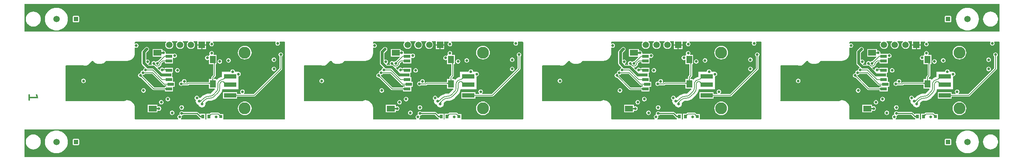
<source format=gtl>
G04 Layer_Physical_Order=1*
G04 Layer_Color=255*
%FSLAX43Y43*%
%MOMM*%
G71*
G01*
G75*
%ADD10R,1.000X1.000*%
%ADD11C,0.203*%
%ADD12C,0.203*%
%ADD13R,2.880X1.120*%
%ADD14R,1.500X0.800*%
%ADD15R,1.900X1.400*%
%ADD16R,1.400X1.800*%
%ADD17R,0.762X0.965*%
%ADD18R,0.762X0.762*%
%ADD19C,0.635*%
%ADD20C,0.254*%
%ADD21C,1.500*%
%ADD22R,1.500X1.500*%
%ADD23C,2.800*%
%ADD24C,0.635*%
G36*
X230103Y30550D02*
X897Y30550D01*
Y37129D01*
X230103D01*
Y30550D01*
D02*
G37*
G36*
X209582Y27567D02*
X210586D01*
X211590D01*
Y28180D01*
X212598D01*
X212636Y28053D01*
X212548Y27993D01*
X212433Y27821D01*
X212392Y27618D01*
X212433Y27415D01*
X212548Y27243D01*
X212720Y27128D01*
X212923Y27087D01*
X213126Y27128D01*
X213298Y27243D01*
X213413Y27415D01*
X213454Y27618D01*
X213413Y27821D01*
X213298Y27993D01*
X213210Y28053D01*
X213248Y28180D01*
X227906D01*
X227974Y28053D01*
X227933Y27992D01*
X227893Y27789D01*
X227933Y27586D01*
X228048Y27414D01*
X228221Y27299D01*
X228424Y27258D01*
X228627Y27299D01*
X228799Y27414D01*
X228914Y27586D01*
X228955Y27789D01*
X228914Y27992D01*
X228874Y28053D01*
X228942Y28180D01*
X230000D01*
X230000Y28180D01*
X230013Y28181D01*
X230114Y28139D01*
X230156Y28038D01*
X230155Y28025D01*
Y10025D01*
X230156Y10013D01*
X230114Y9911D01*
X230012Y9869D01*
X230000Y9871D01*
X215733D01*
X215636Y9942D01*
Y11110D01*
X214914D01*
X214866Y11151D01*
X214672Y11345D01*
X214571Y11412D01*
X214453Y11436D01*
X212849D01*
X212730Y11412D01*
X212629Y11345D01*
X212539Y11255D01*
X212502Y11221D01*
X212490Y11211D01*
X211664D01*
Y9871D01*
X211436D01*
Y11211D01*
X210267D01*
Y11131D01*
X210150Y11082D01*
X209746Y11486D01*
X209637Y11559D01*
X209508Y11584D01*
X206319D01*
X206307Y11586D01*
X206295Y11589D01*
X206284Y11593D01*
X206276Y11596D01*
X206268Y11600D01*
X206263Y11604D01*
X206250Y11623D01*
X206078Y11738D01*
X205874Y11779D01*
X205671Y11738D01*
X205499Y11623D01*
X205384Y11451D01*
X205344Y11248D01*
X205378Y11076D01*
X205377Y11036D01*
X205300Y10941D01*
X205172Y10916D01*
X205000Y10801D01*
X204885Y10628D01*
X204844Y10425D01*
X204885Y10222D01*
X205000Y10050D01*
X205078Y9998D01*
X205039Y9871D01*
X195000D01*
X194988Y9869D01*
X194886Y9911D01*
X194844Y10013D01*
X194845Y10025D01*
Y12525D01*
X194847D01*
X194812Y12886D01*
X194706Y13232D01*
X194536Y13551D01*
X194306Y13831D01*
X194026Y14061D01*
X193707Y14232D01*
X193360Y14337D01*
X193000Y14372D01*
Y14371D01*
X192781Y14342D01*
X192577Y14257D01*
X192402Y14123D01*
X192401Y14121D01*
X178800D01*
X178793Y14119D01*
X178721Y14134D01*
X178654Y14179D01*
X178609Y14246D01*
X178594Y14318D01*
X178596Y14325D01*
Y22425D01*
X178594Y22432D01*
X178609Y22504D01*
X178654Y22572D01*
X178721Y22617D01*
X178793Y22631D01*
X178800Y22630D01*
X182769D01*
X182794Y22610D01*
X182879Y22575D01*
X182998Y22526D01*
X183217Y22497D01*
X183436Y22526D01*
X183520Y22561D01*
X183640Y22610D01*
X183815Y22744D01*
X183815Y22744D01*
X184750Y23680D01*
X185119D01*
X185193Y23502D01*
X185360Y23285D01*
X185576Y23118D01*
X185829Y23014D01*
X186100Y22978D01*
Y22980D01*
X186933D01*
X186934Y22980D01*
Y22976D01*
X187257Y23019D01*
X187558Y23143D01*
X187817Y23342D01*
X187815Y23344D01*
X188150Y23680D01*
X193000D01*
X193000Y23680D01*
Y23678D01*
X193360Y23714D01*
X193707Y23819D01*
X194026Y23989D01*
X194306Y24219D01*
X194536Y24499D01*
X194706Y24818D01*
X194812Y25165D01*
X194847Y25525D01*
X194845D01*
Y26747D01*
X194957Y26807D01*
X194991Y26785D01*
X195194Y26744D01*
X195397Y26785D01*
X195569Y26900D01*
X195684Y27072D01*
X195725Y27275D01*
X195684Y27478D01*
X195569Y27651D01*
X195397Y27766D01*
X195194Y27806D01*
X194991Y27766D01*
X194957Y27744D01*
X194845Y27803D01*
Y28025D01*
X194844Y28038D01*
X194886Y28139D01*
X194988Y28181D01*
X195000Y28180D01*
X202092D01*
X202181Y28191D01*
X202250Y28072D01*
X202134Y27921D01*
X202038Y27689D01*
X202005Y27440D01*
X202038Y27191D01*
X202134Y26959D01*
X202286Y26760D01*
X202485Y26608D01*
X202717Y26512D01*
X202966Y26479D01*
X203215Y26512D01*
X203447Y26608D01*
X203646Y26760D01*
X203799Y26959D01*
X203895Y27191D01*
X203928Y27440D01*
X203895Y27689D01*
X203799Y27921D01*
X203646Y28120D01*
X203567Y28181D01*
X203610Y28308D01*
X204863D01*
X204906Y28181D01*
X204826Y28120D01*
X204674Y27921D01*
X204578Y27689D01*
X204545Y27440D01*
X204578Y27191D01*
X204674Y26959D01*
X204826Y26760D01*
X205025Y26608D01*
X205257Y26512D01*
X205506Y26479D01*
X205755Y26512D01*
X205987Y26608D01*
X206186Y26760D01*
X206339Y26959D01*
X206435Y27191D01*
X206468Y27440D01*
X206435Y27689D01*
X206339Y27921D01*
X206186Y28120D01*
X206107Y28181D01*
X206150Y28308D01*
X207403D01*
X207446Y28181D01*
X207366Y28120D01*
X207214Y27921D01*
X207118Y27689D01*
X207085Y27440D01*
X207118Y27191D01*
X207214Y26959D01*
X207366Y26760D01*
X207565Y26608D01*
X207797Y26512D01*
X208046Y26479D01*
X208295Y26512D01*
X208527Y26608D01*
X208726Y26760D01*
X208879Y26959D01*
X208975Y27191D01*
X209008Y27440D01*
X208975Y27689D01*
X208879Y27921D01*
X208726Y28120D01*
X208647Y28181D01*
X208690Y28308D01*
X209582D01*
Y27567D01*
D02*
G37*
G36*
X153582D02*
X154586D01*
X155590D01*
Y28180D01*
X156598D01*
X156636Y28053D01*
X156548Y27993D01*
X156433Y27821D01*
X156392Y27618D01*
X156433Y27415D01*
X156548Y27243D01*
X156720Y27128D01*
X156923Y27087D01*
X157126Y27128D01*
X157298Y27243D01*
X157413Y27415D01*
X157454Y27618D01*
X157413Y27821D01*
X157298Y27993D01*
X157210Y28053D01*
X157248Y28180D01*
X171906D01*
X171974Y28053D01*
X171933Y27992D01*
X171893Y27789D01*
X171933Y27586D01*
X172048Y27414D01*
X172221Y27299D01*
X172424Y27258D01*
X172627Y27299D01*
X172799Y27414D01*
X172914Y27586D01*
X172955Y27789D01*
X172914Y27992D01*
X172874Y28053D01*
X172942Y28180D01*
X174000D01*
X174000Y28180D01*
X174013Y28181D01*
X174114Y28139D01*
X174156Y28038D01*
X174155Y28025D01*
Y10025D01*
X174156Y10013D01*
X174114Y9911D01*
X174012Y9869D01*
X174000Y9871D01*
X159733D01*
X159636Y9942D01*
Y11110D01*
X158914D01*
X158866Y11151D01*
X158672Y11345D01*
X158571Y11412D01*
X158453Y11436D01*
X156849D01*
X156730Y11412D01*
X156629Y11345D01*
X156539Y11255D01*
X156502Y11221D01*
X156490Y11211D01*
X155664D01*
Y9871D01*
X155436D01*
Y11211D01*
X154267D01*
Y11131D01*
X154150Y11082D01*
X153746Y11486D01*
X153637Y11559D01*
X153508Y11584D01*
X150319D01*
X150307Y11586D01*
X150295Y11589D01*
X150284Y11593D01*
X150276Y11596D01*
X150268Y11600D01*
X150263Y11604D01*
X150250Y11623D01*
X150078Y11738D01*
X149874Y11779D01*
X149671Y11738D01*
X149499Y11623D01*
X149384Y11451D01*
X149344Y11248D01*
X149378Y11076D01*
X149377Y11036D01*
X149300Y10941D01*
X149172Y10916D01*
X149000Y10801D01*
X148885Y10628D01*
X148844Y10425D01*
X148885Y10222D01*
X149000Y10050D01*
X149078Y9998D01*
X149039Y9871D01*
X139000D01*
X138988Y9869D01*
X138886Y9911D01*
X138844Y10013D01*
X138845Y10025D01*
Y12525D01*
X138847D01*
X138812Y12886D01*
X138706Y13232D01*
X138536Y13551D01*
X138306Y13831D01*
X138026Y14061D01*
X137707Y14232D01*
X137360Y14337D01*
X137000Y14372D01*
Y14371D01*
X136781Y14342D01*
X136577Y14257D01*
X136402Y14123D01*
X136401Y14121D01*
X122800D01*
X122793Y14119D01*
X122721Y14134D01*
X122654Y14179D01*
X122609Y14246D01*
X122594Y14318D01*
X122596Y14325D01*
Y22425D01*
X122594Y22432D01*
X122609Y22504D01*
X122654Y22572D01*
X122721Y22617D01*
X122793Y22631D01*
X122800Y22630D01*
X126769D01*
X126794Y22610D01*
X126879Y22575D01*
X126998Y22526D01*
X127217Y22497D01*
X127436Y22526D01*
X127520Y22561D01*
X127640Y22610D01*
X127815Y22744D01*
X127815Y22744D01*
X128750Y23680D01*
X129119D01*
X129193Y23502D01*
X129360Y23285D01*
X129576Y23118D01*
X129829Y23014D01*
X130100Y22978D01*
Y22980D01*
X130933D01*
X130934Y22980D01*
Y22976D01*
X131257Y23019D01*
X131558Y23143D01*
X131817Y23342D01*
X131815Y23344D01*
X132150Y23680D01*
X137000D01*
X137000Y23680D01*
Y23678D01*
X137360Y23714D01*
X137707Y23819D01*
X138026Y23989D01*
X138306Y24219D01*
X138536Y24499D01*
X138706Y24818D01*
X138812Y25165D01*
X138847Y25525D01*
X138845D01*
Y26747D01*
X138957Y26807D01*
X138991Y26785D01*
X139194Y26744D01*
X139397Y26785D01*
X139569Y26900D01*
X139684Y27072D01*
X139725Y27275D01*
X139684Y27478D01*
X139569Y27651D01*
X139397Y27766D01*
X139194Y27806D01*
X138991Y27766D01*
X138957Y27744D01*
X138845Y27803D01*
Y28025D01*
X138844Y28038D01*
X138886Y28139D01*
X138988Y28181D01*
X139000Y28180D01*
X146092D01*
X146181Y28191D01*
X146250Y28072D01*
X146134Y27921D01*
X146038Y27689D01*
X146005Y27440D01*
X146038Y27191D01*
X146134Y26959D01*
X146286Y26760D01*
X146485Y26608D01*
X146717Y26512D01*
X146966Y26479D01*
X147215Y26512D01*
X147447Y26608D01*
X147646Y26760D01*
X147799Y26959D01*
X147895Y27191D01*
X147928Y27440D01*
X147895Y27689D01*
X147799Y27921D01*
X147646Y28120D01*
X147567Y28181D01*
X147610Y28308D01*
X148863D01*
X148906Y28181D01*
X148826Y28120D01*
X148674Y27921D01*
X148578Y27689D01*
X148545Y27440D01*
X148578Y27191D01*
X148674Y26959D01*
X148826Y26760D01*
X149025Y26608D01*
X149257Y26512D01*
X149506Y26479D01*
X149755Y26512D01*
X149987Y26608D01*
X150186Y26760D01*
X150339Y26959D01*
X150435Y27191D01*
X150468Y27440D01*
X150435Y27689D01*
X150339Y27921D01*
X150186Y28120D01*
X150107Y28181D01*
X150150Y28308D01*
X151403D01*
X151446Y28181D01*
X151366Y28120D01*
X151214Y27921D01*
X151118Y27689D01*
X151085Y27440D01*
X151118Y27191D01*
X151214Y26959D01*
X151366Y26760D01*
X151565Y26608D01*
X151797Y26512D01*
X152046Y26479D01*
X152295Y26512D01*
X152527Y26608D01*
X152726Y26760D01*
X152879Y26959D01*
X152975Y27191D01*
X153008Y27440D01*
X152975Y27689D01*
X152879Y27921D01*
X152726Y28120D01*
X152647Y28181D01*
X152690Y28308D01*
X153582D01*
Y27567D01*
D02*
G37*
G36*
X97582D02*
X98586D01*
X99590D01*
Y28180D01*
X100598D01*
X100636Y28053D01*
X100548Y27993D01*
X100433Y27821D01*
X100392Y27618D01*
X100433Y27415D01*
X100548Y27243D01*
X100720Y27128D01*
X100923Y27087D01*
X101126Y27128D01*
X101298Y27243D01*
X101413Y27415D01*
X101454Y27618D01*
X101413Y27821D01*
X101298Y27993D01*
X101210Y28053D01*
X101248Y28180D01*
X115906D01*
X115974Y28053D01*
X115933Y27992D01*
X115893Y27789D01*
X115933Y27586D01*
X116048Y27414D01*
X116221Y27299D01*
X116424Y27258D01*
X116627Y27299D01*
X116799Y27414D01*
X116914Y27586D01*
X116955Y27789D01*
X116914Y27992D01*
X116874Y28053D01*
X116942Y28180D01*
X118000D01*
X118000Y28180D01*
X118013Y28181D01*
X118114Y28139D01*
X118156Y28038D01*
X118155Y28025D01*
Y10025D01*
X118156Y10013D01*
X118114Y9911D01*
X118012Y9869D01*
X118000Y9871D01*
X103733D01*
X103636Y9942D01*
Y11110D01*
X102914D01*
X102866Y11151D01*
X102672Y11345D01*
X102571Y11412D01*
X102453Y11436D01*
X100849D01*
X100730Y11412D01*
X100629Y11345D01*
X100539Y11255D01*
X100502Y11221D01*
X100490Y11211D01*
X99664D01*
Y9871D01*
X99436D01*
Y11211D01*
X98267D01*
Y11131D01*
X98150Y11082D01*
X97746Y11486D01*
X97637Y11559D01*
X97508Y11584D01*
X94319D01*
X94307Y11586D01*
X94295Y11589D01*
X94284Y11593D01*
X94276Y11596D01*
X94268Y11600D01*
X94263Y11604D01*
X94250Y11623D01*
X94078Y11738D01*
X93874Y11779D01*
X93671Y11738D01*
X93499Y11623D01*
X93384Y11451D01*
X93344Y11248D01*
X93378Y11076D01*
X93377Y11036D01*
X93300Y10941D01*
X93172Y10916D01*
X93000Y10801D01*
X92885Y10628D01*
X92844Y10425D01*
X92885Y10222D01*
X93000Y10050D01*
X93078Y9998D01*
X93039Y9871D01*
X83000D01*
X82988Y9869D01*
X82886Y9911D01*
X82844Y10013D01*
X82845Y10025D01*
Y12525D01*
X82847D01*
X82812Y12886D01*
X82706Y13232D01*
X82536Y13551D01*
X82306Y13831D01*
X82026Y14061D01*
X81707Y14232D01*
X81360Y14337D01*
X81000Y14372D01*
Y14371D01*
X80781Y14342D01*
X80577Y14257D01*
X80402Y14123D01*
X80401Y14121D01*
X66800D01*
X66793Y14119D01*
X66721Y14134D01*
X66654Y14179D01*
X66609Y14246D01*
X66594Y14318D01*
X66596Y14325D01*
Y22425D01*
X66594Y22432D01*
X66609Y22504D01*
X66654Y22572D01*
X66721Y22617D01*
X66793Y22631D01*
X66800Y22630D01*
X70769D01*
X70794Y22610D01*
X70879Y22575D01*
X70998Y22526D01*
X71217Y22497D01*
X71436Y22526D01*
X71520Y22561D01*
X71640Y22610D01*
X71815Y22744D01*
X71815Y22744D01*
X72750Y23680D01*
X73119D01*
X73193Y23502D01*
X73360Y23285D01*
X73576Y23118D01*
X73829Y23014D01*
X74100Y22978D01*
Y22980D01*
X74933D01*
X74934Y22980D01*
Y22976D01*
X75257Y23019D01*
X75558Y23143D01*
X75817Y23342D01*
X75815Y23344D01*
X76150Y23680D01*
X81000D01*
X81000Y23680D01*
Y23678D01*
X81360Y23714D01*
X81707Y23819D01*
X82026Y23989D01*
X82306Y24219D01*
X82536Y24499D01*
X82706Y24818D01*
X82812Y25165D01*
X82847Y25525D01*
X82845D01*
Y26747D01*
X82957Y26807D01*
X82991Y26785D01*
X83194Y26744D01*
X83397Y26785D01*
X83569Y26900D01*
X83684Y27072D01*
X83725Y27275D01*
X83684Y27478D01*
X83569Y27651D01*
X83397Y27766D01*
X83194Y27806D01*
X82991Y27766D01*
X82957Y27744D01*
X82845Y27803D01*
Y28025D01*
X82844Y28038D01*
X82886Y28139D01*
X82988Y28181D01*
X83000Y28180D01*
X90092D01*
X90181Y28191D01*
X90250Y28072D01*
X90134Y27921D01*
X90038Y27689D01*
X90005Y27440D01*
X90038Y27191D01*
X90134Y26959D01*
X90286Y26760D01*
X90485Y26608D01*
X90717Y26512D01*
X90966Y26479D01*
X91215Y26512D01*
X91447Y26608D01*
X91646Y26760D01*
X91799Y26959D01*
X91895Y27191D01*
X91928Y27440D01*
X91895Y27689D01*
X91799Y27921D01*
X91646Y28120D01*
X91567Y28181D01*
X91610Y28308D01*
X92863D01*
X92906Y28181D01*
X92826Y28120D01*
X92674Y27921D01*
X92578Y27689D01*
X92545Y27440D01*
X92578Y27191D01*
X92674Y26959D01*
X92826Y26760D01*
X93025Y26608D01*
X93257Y26512D01*
X93506Y26479D01*
X93755Y26512D01*
X93987Y26608D01*
X94186Y26760D01*
X94339Y26959D01*
X94435Y27191D01*
X94468Y27440D01*
X94435Y27689D01*
X94339Y27921D01*
X94186Y28120D01*
X94107Y28181D01*
X94150Y28308D01*
X95403D01*
X95446Y28181D01*
X95366Y28120D01*
X95214Y27921D01*
X95118Y27689D01*
X95085Y27440D01*
X95118Y27191D01*
X95214Y26959D01*
X95366Y26760D01*
X95565Y26608D01*
X95797Y26512D01*
X96046Y26479D01*
X96295Y26512D01*
X96527Y26608D01*
X96726Y26760D01*
X96879Y26959D01*
X96975Y27191D01*
X97008Y27440D01*
X96975Y27689D01*
X96879Y27921D01*
X96726Y28120D01*
X96647Y28181D01*
X96690Y28308D01*
X97582D01*
Y27567D01*
D02*
G37*
G36*
X41582D02*
X42586D01*
X43590D01*
Y28180D01*
X44598D01*
X44636Y28053D01*
X44548Y27993D01*
X44433Y27821D01*
X44392Y27618D01*
X44433Y27415D01*
X44548Y27243D01*
X44720Y27128D01*
X44923Y27087D01*
X45126Y27128D01*
X45298Y27243D01*
X45414Y27415D01*
X45454Y27618D01*
X45414Y27821D01*
X45298Y27993D01*
X45210Y28053D01*
X45248Y28180D01*
X59906D01*
X59974Y28053D01*
X59933Y27992D01*
X59893Y27789D01*
X59933Y27586D01*
X60048Y27414D01*
X60221Y27299D01*
X60424Y27258D01*
X60627Y27299D01*
X60799Y27414D01*
X60914Y27586D01*
X60955Y27789D01*
X60914Y27992D01*
X60874Y28053D01*
X60942Y28180D01*
X62000D01*
X62000Y28180D01*
X62013Y28181D01*
X62114Y28139D01*
X62156Y28038D01*
X62155Y28025D01*
Y10025D01*
X62156Y10013D01*
X62114Y9911D01*
X62013Y9869D01*
X62000Y9871D01*
X47733D01*
X47636Y9942D01*
Y11110D01*
X46914D01*
X46866Y11151D01*
X46672Y11345D01*
X46571Y11412D01*
X46453Y11436D01*
X44849D01*
X44730Y11412D01*
X44629Y11345D01*
X44539Y11255D01*
X44502Y11221D01*
X44490Y11211D01*
X43664D01*
Y9871D01*
X43436D01*
Y11211D01*
X42267D01*
Y11131D01*
X42150Y11082D01*
X41746Y11486D01*
X41637Y11559D01*
X41508Y11584D01*
X38319D01*
X38307Y11586D01*
X38295Y11589D01*
X38284Y11593D01*
X38276Y11596D01*
X38268Y11600D01*
X38263Y11604D01*
X38250Y11623D01*
X38078Y11738D01*
X37875Y11779D01*
X37671Y11738D01*
X37499Y11623D01*
X37384Y11451D01*
X37344Y11248D01*
X37378Y11076D01*
X37377Y11036D01*
X37300Y10941D01*
X37172Y10916D01*
X37000Y10801D01*
X36885Y10628D01*
X36844Y10425D01*
X36885Y10222D01*
X37000Y10050D01*
X37078Y9998D01*
X37039Y9871D01*
X27000D01*
X26988Y9869D01*
X26886Y9911D01*
X26844Y10013D01*
X26845Y10025D01*
Y12525D01*
X26847D01*
X26812Y12886D01*
X26706Y13232D01*
X26536Y13551D01*
X26306Y13831D01*
X26026Y14061D01*
X25707Y14232D01*
X25360Y14337D01*
X25000Y14372D01*
Y14371D01*
X24781Y14342D01*
X24577Y14257D01*
X24402Y14123D01*
X24401Y14121D01*
X10800D01*
X10793Y14119D01*
X10721Y14134D01*
X10654Y14179D01*
X10609Y14246D01*
X10594Y14318D01*
X10596Y14325D01*
Y22425D01*
X10594Y22432D01*
X10609Y22504D01*
X10654Y22572D01*
X10721Y22617D01*
X10793Y22631D01*
X10800Y22630D01*
X14769D01*
X14794Y22610D01*
X14879Y22575D01*
X14998Y22526D01*
X15217Y22497D01*
X15436Y22526D01*
X15520Y22561D01*
X15640Y22610D01*
X15815Y22744D01*
X15815Y22744D01*
X16750Y23680D01*
X17119D01*
X17193Y23502D01*
X17360Y23285D01*
X17576Y23118D01*
X17829Y23014D01*
X18100Y22978D01*
Y22980D01*
X18933D01*
X18934Y22980D01*
Y22976D01*
X19257Y23019D01*
X19558Y23143D01*
X19817Y23342D01*
X19815Y23344D01*
X20150Y23680D01*
X25000D01*
X25000Y23680D01*
Y23678D01*
X25360Y23714D01*
X25707Y23819D01*
X26026Y23989D01*
X26306Y24219D01*
X26536Y24499D01*
X26706Y24818D01*
X26812Y25165D01*
X26847Y25525D01*
X26845D01*
Y26747D01*
X26957Y26807D01*
X26991Y26785D01*
X27194Y26744D01*
X27397Y26785D01*
X27569Y26900D01*
X27684Y27072D01*
X27725Y27275D01*
X27684Y27478D01*
X27569Y27651D01*
X27397Y27766D01*
X27194Y27806D01*
X26991Y27766D01*
X26957Y27744D01*
X26845Y27803D01*
Y28025D01*
X26844Y28038D01*
X26886Y28139D01*
X26988Y28181D01*
X27000Y28180D01*
X34092D01*
X34181Y28191D01*
X34250Y28072D01*
X34134Y27921D01*
X34038Y27689D01*
X34005Y27440D01*
X34038Y27191D01*
X34134Y26959D01*
X34286Y26760D01*
X34485Y26608D01*
X34717Y26512D01*
X34966Y26479D01*
X35215Y26512D01*
X35447Y26608D01*
X35646Y26760D01*
X35799Y26959D01*
X35895Y27191D01*
X35928Y27440D01*
X35895Y27689D01*
X35799Y27921D01*
X35646Y28120D01*
X35567Y28181D01*
X35610Y28308D01*
X36863D01*
X36906Y28181D01*
X36826Y28120D01*
X36674Y27921D01*
X36578Y27689D01*
X36545Y27440D01*
X36578Y27191D01*
X36674Y26959D01*
X36826Y26760D01*
X37025Y26608D01*
X37257Y26512D01*
X37506Y26479D01*
X37755Y26512D01*
X37987Y26608D01*
X38186Y26760D01*
X38339Y26959D01*
X38435Y27191D01*
X38468Y27440D01*
X38435Y27689D01*
X38339Y27921D01*
X38186Y28120D01*
X38107Y28181D01*
X38150Y28308D01*
X39403D01*
X39446Y28181D01*
X39366Y28120D01*
X39214Y27921D01*
X39118Y27689D01*
X39085Y27440D01*
X39118Y27191D01*
X39214Y26959D01*
X39366Y26760D01*
X39565Y26608D01*
X39797Y26512D01*
X40046Y26479D01*
X40295Y26512D01*
X40527Y26608D01*
X40726Y26760D01*
X40879Y26959D01*
X40975Y27191D01*
X41008Y27440D01*
X40975Y27689D01*
X40879Y27921D01*
X40726Y28120D01*
X40647Y28181D01*
X40690Y28308D01*
X41582D01*
Y27567D01*
D02*
G37*
G36*
X2061Y15799D02*
X2079Y15794D01*
X2099Y15788D01*
X2121Y15779D01*
X2141Y15766D01*
X2161Y15748D01*
X2163Y15746D01*
X2168Y15737D01*
X2176Y15723D01*
X2185Y15703D01*
X2194Y15679D01*
X2203Y15646D01*
X2207Y15606D01*
X2210Y15559D01*
Y15202D01*
X3682D01*
X3599Y15519D01*
Y15521D01*
X3597Y15532D01*
X3593Y15546D01*
X3591Y15561D01*
X3582Y15599D01*
X3579Y15617D01*
Y15632D01*
Y15635D01*
Y15643D01*
X3582Y15657D01*
X3586Y15672D01*
X3593Y15690D01*
X3602Y15710D01*
X3615Y15728D01*
X3633Y15748D01*
X3635Y15750D01*
X3642Y15754D01*
X3653Y15763D01*
X3668Y15772D01*
X3688Y15781D01*
X3710Y15790D01*
X3735Y15794D01*
X3764Y15797D01*
X3775D01*
X3788Y15794D01*
X3804Y15792D01*
X3821Y15788D01*
X3839Y15781D01*
X3857Y15772D01*
X3872Y15761D01*
X3875Y15759D01*
X3879Y15754D01*
X3888Y15743D01*
X3897Y15728D01*
X3908Y15708D01*
X3921Y15683D01*
X3935Y15650D01*
X3946Y15610D01*
X4143Y14849D01*
X2210D01*
Y14491D01*
Y14489D01*
Y14485D01*
Y14478D01*
Y14469D01*
X2207Y14447D01*
X2203Y14418D01*
X2196Y14387D01*
X2187Y14356D01*
X2176Y14327D01*
X2159Y14305D01*
X2156Y14303D01*
X2150Y14296D01*
X2139Y14287D01*
X2125Y14276D01*
X2105Y14267D01*
X2085Y14258D01*
X2061Y14252D01*
X2032Y14249D01*
X2019D01*
X2003Y14252D01*
X1985Y14256D01*
X1965Y14263D01*
X1943Y14274D01*
X1923Y14287D01*
X1903Y14305D01*
X1901Y14307D01*
X1897Y14316D01*
X1888Y14329D01*
X1881Y14347D01*
X1872Y14374D01*
X1863Y14407D01*
X1859Y14445D01*
X1857Y14491D01*
Y15559D01*
Y15561D01*
Y15566D01*
Y15572D01*
Y15581D01*
X1859Y15606D01*
X1863Y15632D01*
X1868Y15666D01*
X1877Y15697D01*
X1890Y15723D01*
X1906Y15748D01*
X1908Y15750D01*
X1914Y15757D01*
X1926Y15766D01*
X1941Y15774D01*
X1959Y15783D01*
X1981Y15792D01*
X2005Y15799D01*
X2034Y15801D01*
X2048D01*
X2061Y15799D01*
D02*
G37*
G36*
X206121Y11452D02*
X206141Y11436D01*
X206163Y11421D01*
X206187Y11409D01*
X206212Y11399D01*
X206238Y11390D01*
X206265Y11383D01*
X206294Y11379D01*
X206324Y11376D01*
X206356Y11375D01*
Y11121D01*
X206324Y11120D01*
X206294Y11117D01*
X206265Y11112D01*
X206238Y11105D01*
X206212Y11097D01*
X206187Y11086D01*
X206163Y11074D01*
X206141Y11060D01*
X206121Y11044D01*
X206101Y11025D01*
Y11470D01*
X206121Y11452D01*
D02*
G37*
G36*
X150121D02*
X150141Y11436D01*
X150163Y11421D01*
X150187Y11409D01*
X150212Y11399D01*
X150238Y11390D01*
X150265Y11383D01*
X150294Y11379D01*
X150324Y11376D01*
X150356Y11375D01*
Y11121D01*
X150324Y11120D01*
X150294Y11117D01*
X150265Y11112D01*
X150238Y11105D01*
X150212Y11097D01*
X150187Y11086D01*
X150163Y11074D01*
X150141Y11060D01*
X150121Y11044D01*
X150101Y11025D01*
Y11470D01*
X150121Y11452D01*
D02*
G37*
G36*
X94121D02*
X94141Y11436D01*
X94163Y11421D01*
X94187Y11409D01*
X94212Y11399D01*
X94238Y11390D01*
X94265Y11383D01*
X94294Y11379D01*
X94324Y11376D01*
X94356Y11375D01*
Y11121D01*
X94324Y11120D01*
X94294Y11117D01*
X94265Y11112D01*
X94238Y11105D01*
X94212Y11097D01*
X94187Y11086D01*
X94163Y11074D01*
X94141Y11060D01*
X94121Y11044D01*
X94101Y11025D01*
Y11470D01*
X94121Y11452D01*
D02*
G37*
G36*
X38121D02*
X38141Y11436D01*
X38163Y11421D01*
X38187Y11409D01*
X38212Y11399D01*
X38238Y11390D01*
X38265Y11383D01*
X38294Y11379D01*
X38324Y11376D01*
X38356Y11375D01*
Y11121D01*
X38324Y11120D01*
X38294Y11117D01*
X38265Y11112D01*
X38238Y11105D01*
X38212Y11097D01*
X38187Y11086D01*
X38163Y11074D01*
X38141Y11060D01*
X38121Y11044D01*
X38101Y11025D01*
Y11470D01*
X38121Y11452D01*
D02*
G37*
G36*
X212770Y10903D02*
X212734Y10865D01*
X212676Y10796D01*
X212654Y10765D01*
X212637Y10735D01*
X212625Y10707D01*
X212617Y10681D01*
X212615Y10658D01*
X212616Y10636D01*
X212623Y10616D01*
X212440Y11001D01*
X212451Y10986D01*
X212466Y10977D01*
X212485Y10975D01*
X212508Y10979D01*
X212535Y10990D01*
X212566Y11008D01*
X212600Y11033D01*
X212639Y11065D01*
X212728Y11148D01*
X212770Y10903D01*
D02*
G37*
G36*
X156770D02*
X156734Y10865D01*
X156676Y10796D01*
X156654Y10765D01*
X156637Y10735D01*
X156625Y10707D01*
X156617Y10681D01*
X156615Y10658D01*
X156616Y10636D01*
X156623Y10616D01*
X156440Y11001D01*
X156451Y10986D01*
X156466Y10977D01*
X156485Y10975D01*
X156508Y10979D01*
X156535Y10990D01*
X156566Y11008D01*
X156600Y11033D01*
X156639Y11065D01*
X156728Y11148D01*
X156770Y10903D01*
D02*
G37*
G36*
X100770D02*
X100734Y10865D01*
X100676Y10796D01*
X100654Y10765D01*
X100637Y10735D01*
X100625Y10707D01*
X100617Y10681D01*
X100615Y10658D01*
X100616Y10636D01*
X100623Y10616D01*
X100440Y11001D01*
X100451Y10986D01*
X100466Y10977D01*
X100485Y10975D01*
X100508Y10979D01*
X100535Y10990D01*
X100566Y11008D01*
X100600Y11033D01*
X100639Y11065D01*
X100728Y11148D01*
X100770Y10903D01*
D02*
G37*
G36*
X44770D02*
X44734Y10865D01*
X44676Y10796D01*
X44654Y10765D01*
X44637Y10735D01*
X44625Y10707D01*
X44617Y10681D01*
X44615Y10658D01*
X44616Y10636D01*
X44623Y10616D01*
X44440Y11001D01*
X44451Y10986D01*
X44466Y10977D01*
X44485Y10975D01*
X44508Y10979D01*
X44535Y10990D01*
X44566Y11008D01*
X44600Y11033D01*
X44639Y11065D01*
X44728Y11148D01*
X44770Y10903D01*
D02*
G37*
G36*
X214716Y11007D02*
X214791Y10943D01*
X214824Y10920D01*
X214854Y10902D01*
X214881Y10891D01*
X214906Y10885D01*
X214927Y10884D01*
X214946Y10890D01*
X214961Y10901D01*
X214677Y10617D01*
X214688Y10632D01*
X214693Y10651D01*
X214693Y10672D01*
X214687Y10696D01*
X214675Y10724D01*
X214658Y10754D01*
X214634Y10787D01*
X214605Y10823D01*
X214530Y10904D01*
X214674Y11048D01*
X214716Y11007D01*
D02*
G37*
G36*
X158716D02*
X158791Y10943D01*
X158824Y10920D01*
X158854Y10902D01*
X158881Y10891D01*
X158906Y10885D01*
X158927Y10884D01*
X158946Y10890D01*
X158961Y10901D01*
X158677Y10617D01*
X158688Y10632D01*
X158693Y10651D01*
X158693Y10672D01*
X158687Y10696D01*
X158675Y10724D01*
X158658Y10754D01*
X158634Y10787D01*
X158605Y10823D01*
X158530Y10904D01*
X158674Y11048D01*
X158716Y11007D01*
D02*
G37*
G36*
X102716D02*
X102791Y10943D01*
X102824Y10920D01*
X102854Y10902D01*
X102881Y10891D01*
X102906Y10885D01*
X102927Y10884D01*
X102946Y10890D01*
X102961Y10901D01*
X102677Y10617D01*
X102688Y10632D01*
X102693Y10651D01*
X102693Y10672D01*
X102687Y10696D01*
X102675Y10724D01*
X102658Y10754D01*
X102634Y10787D01*
X102605Y10823D01*
X102530Y10904D01*
X102674Y11048D01*
X102716Y11007D01*
D02*
G37*
G36*
X46716D02*
X46791Y10943D01*
X46824Y10920D01*
X46854Y10902D01*
X46881Y10891D01*
X46906Y10885D01*
X46927Y10884D01*
X46946Y10890D01*
X46961Y10901D01*
X46677Y10617D01*
X46688Y10632D01*
X46693Y10651D01*
X46693Y10672D01*
X46687Y10696D01*
X46675Y10724D01*
X46658Y10754D01*
X46634Y10787D01*
X46605Y10823D01*
X46530Y10904D01*
X46674Y11048D01*
X46716Y11007D01*
D02*
G37*
G36*
X210477Y10282D02*
X210474Y10304D01*
X210467Y10324D01*
X210455Y10341D01*
X210437Y10356D01*
X210415Y10369D01*
X210388Y10380D01*
X210356Y10388D01*
X210319Y10394D01*
X210278Y10397D01*
X210231Y10398D01*
Y10652D01*
X210278Y10653D01*
X210319Y10657D01*
X210356Y10663D01*
X210388Y10671D01*
X210415Y10681D01*
X210437Y10694D01*
X210455Y10709D01*
X210467Y10726D01*
X210474Y10746D01*
X210477Y10768D01*
Y10282D01*
D02*
G37*
G36*
X154477D02*
X154474Y10304D01*
X154467Y10324D01*
X154455Y10341D01*
X154437Y10356D01*
X154415Y10369D01*
X154388Y10380D01*
X154356Y10388D01*
X154319Y10394D01*
X154278Y10397D01*
X154231Y10398D01*
Y10652D01*
X154278Y10653D01*
X154319Y10657D01*
X154356Y10663D01*
X154388Y10671D01*
X154415Y10681D01*
X154437Y10694D01*
X154455Y10709D01*
X154467Y10726D01*
X154474Y10746D01*
X154477Y10768D01*
Y10282D01*
D02*
G37*
G36*
X98477D02*
X98474Y10304D01*
X98467Y10324D01*
X98455Y10341D01*
X98437Y10356D01*
X98415Y10369D01*
X98388Y10380D01*
X98356Y10388D01*
X98319Y10394D01*
X98278Y10397D01*
X98231Y10398D01*
Y10652D01*
X98278Y10653D01*
X98319Y10657D01*
X98356Y10663D01*
X98388Y10671D01*
X98415Y10681D01*
X98437Y10694D01*
X98455Y10709D01*
X98467Y10726D01*
X98474Y10746D01*
X98477Y10768D01*
Y10282D01*
D02*
G37*
G36*
X42477D02*
X42474Y10304D01*
X42467Y10324D01*
X42455Y10341D01*
X42437Y10356D01*
X42415Y10369D01*
X42388Y10380D01*
X42356Y10388D01*
X42319Y10394D01*
X42278Y10397D01*
X42231Y10398D01*
Y10652D01*
X42278Y10653D01*
X42319Y10657D01*
X42356Y10663D01*
X42388Y10671D01*
X42415Y10681D01*
X42437Y10694D01*
X42455Y10709D01*
X42467Y10726D01*
X42474Y10746D01*
X42477Y10768D01*
Y10282D01*
D02*
G37*
G36*
X209993Y10287D02*
X210102Y10214D01*
X210231Y10189D01*
X210267D01*
Y9871D01*
X205711D01*
X205672Y9998D01*
X205750Y10050D01*
X205865Y10222D01*
X205906Y10425D01*
X205872Y10597D01*
X205873Y10637D01*
X205949Y10732D01*
X206078Y10757D01*
X206250Y10872D01*
X206263Y10892D01*
X206268Y10895D01*
X206276Y10899D01*
X206284Y10903D01*
X206295Y10906D01*
X206307Y10909D01*
X206319Y10911D01*
X209369D01*
X209993Y10287D01*
D02*
G37*
G36*
X153993D02*
X154102Y10214D01*
X154231Y10189D01*
X154267D01*
Y9871D01*
X149711D01*
X149672Y9998D01*
X149750Y10050D01*
X149865Y10222D01*
X149906Y10425D01*
X149872Y10597D01*
X149873Y10637D01*
X149949Y10732D01*
X150078Y10757D01*
X150250Y10872D01*
X150263Y10892D01*
X150268Y10895D01*
X150276Y10899D01*
X150284Y10903D01*
X150295Y10906D01*
X150307Y10909D01*
X150319Y10911D01*
X153369D01*
X153993Y10287D01*
D02*
G37*
G36*
X97993D02*
X98102Y10214D01*
X98231Y10189D01*
X98267D01*
Y9871D01*
X93711D01*
X93672Y9998D01*
X93750Y10050D01*
X93865Y10222D01*
X93906Y10425D01*
X93872Y10597D01*
X93873Y10637D01*
X93949Y10732D01*
X94078Y10757D01*
X94250Y10872D01*
X94263Y10892D01*
X94268Y10895D01*
X94276Y10899D01*
X94284Y10903D01*
X94295Y10906D01*
X94307Y10909D01*
X94319Y10911D01*
X97369D01*
X97993Y10287D01*
D02*
G37*
G36*
X41993D02*
X42102Y10214D01*
X42231Y10189D01*
X42267D01*
Y9871D01*
X37711D01*
X37672Y9998D01*
X37750Y10050D01*
X37865Y10222D01*
X37906Y10425D01*
X37872Y10597D01*
X37873Y10637D01*
X37949Y10732D01*
X38078Y10757D01*
X38250Y10872D01*
X38263Y10892D01*
X38268Y10895D01*
X38276Y10899D01*
X38284Y10903D01*
X38295Y10906D01*
X38307Y10909D01*
X38319Y10911D01*
X41369D01*
X41993Y10287D01*
D02*
G37*
G36*
X230103Y922D02*
X897D01*
Y7500D01*
X230103D01*
Y922D01*
D02*
G37*
%LPC*%
G36*
X3000Y35291D02*
X2987Y35289D01*
X2975Y35290D01*
X2681Y35261D01*
X2656Y35254D01*
X2631Y35251D01*
X2348Y35166D01*
X2326Y35154D01*
X2301Y35146D01*
X2041Y35007D01*
X2021Y34991D01*
X1998Y34979D01*
X1770Y34791D01*
X1754Y34771D01*
X1734Y34755D01*
X1547Y34527D01*
X1535Y34504D01*
X1518Y34485D01*
X1379Y34224D01*
X1372Y34200D01*
X1360Y34177D01*
X1274Y33894D01*
X1271Y33869D01*
X1264Y33845D01*
X1235Y33551D01*
X1238Y33525D01*
X1235Y33500D01*
X1264Y33206D01*
X1271Y33181D01*
X1274Y33156D01*
X1360Y32873D01*
X1372Y32851D01*
X1379Y32826D01*
X1518Y32566D01*
X1535Y32546D01*
X1547Y32524D01*
X1734Y32295D01*
X1754Y32279D01*
X1770Y32259D01*
X1998Y32072D01*
X2021Y32060D01*
X2041Y32044D01*
X2301Y31904D01*
X2326Y31897D01*
X2348Y31885D01*
X2631Y31799D01*
X2656Y31797D01*
X2681Y31789D01*
X2975Y31760D01*
X2987Y31761D01*
X3000Y31759D01*
X3013Y31761D01*
X3025Y31760D01*
X3319Y31789D01*
X3344Y31797D01*
X3369Y31799D01*
X3652Y31885D01*
X3674Y31897D01*
X3699Y31904D01*
X3959Y32044D01*
X3979Y32060D01*
X4002Y32072D01*
X4230Y32259D01*
X4246Y32279D01*
X4266Y32295D01*
X4453Y32524D01*
X4465Y32546D01*
X4482Y32566D01*
X4621Y32826D01*
X4628Y32851D01*
X4640Y32873D01*
X4726Y33156D01*
X4729Y33181D01*
X4736Y33206D01*
X4765Y33500D01*
X4762Y33525D01*
X4765Y33551D01*
X4736Y33845D01*
X4729Y33869D01*
X4726Y33894D01*
X4640Y34177D01*
X4628Y34200D01*
X4621Y34224D01*
X4482Y34485D01*
X4465Y34504D01*
X4453Y34527D01*
X4266Y34755D01*
X4246Y34771D01*
X4230Y34791D01*
X4002Y34979D01*
X3979Y34991D01*
X3959Y35007D01*
X3699Y35146D01*
X3674Y35154D01*
X3652Y35166D01*
X3369Y35251D01*
X3344Y35254D01*
X3319Y35261D01*
X3025Y35290D01*
X3013Y35289D01*
X3000Y35291D01*
D02*
G37*
G36*
X228000Y35291D02*
X227987Y35289D01*
X227975Y35290D01*
X227681Y35261D01*
X227656Y35254D01*
X227631Y35251D01*
X227348Y35166D01*
X227326Y35153D01*
X227301Y35146D01*
X227041Y35007D01*
X227021Y34991D01*
X226998Y34979D01*
X226770Y34791D01*
X226754Y34771D01*
X226734Y34755D01*
X226547Y34527D01*
X226535Y34504D01*
X226518Y34485D01*
X226379Y34224D01*
X226372Y34200D01*
X226360Y34177D01*
X226274Y33894D01*
X226271Y33869D01*
X226264Y33845D01*
X226235Y33551D01*
X226238Y33525D01*
X226235Y33500D01*
X226264Y33206D01*
X226271Y33181D01*
X226274Y33156D01*
X226360Y32873D01*
X226372Y32851D01*
X226379Y32826D01*
X226518Y32566D01*
X226535Y32546D01*
X226547Y32523D01*
X226734Y32295D01*
X226754Y32279D01*
X226770Y32259D01*
X226998Y32072D01*
X227021Y32060D01*
X227041Y32044D01*
X227301Y31904D01*
X227326Y31897D01*
X227348Y31885D01*
X227631Y31799D01*
X227656Y31797D01*
X227681Y31789D01*
X227975Y31760D01*
X227987Y31761D01*
X228000Y31759D01*
X228013Y31761D01*
X228025Y31760D01*
X228319Y31789D01*
X228344Y31797D01*
X228369Y31799D01*
X228652Y31885D01*
X228674Y31897D01*
X228699Y31904D01*
X228959Y32044D01*
X228979Y32060D01*
X229002Y32072D01*
X229230Y32259D01*
X229246Y32279D01*
X229266Y32295D01*
X229453Y32523D01*
X229465Y32546D01*
X229482Y32566D01*
X229621Y32826D01*
X229628Y32851D01*
X229640Y32873D01*
X229726Y33156D01*
X229729Y33181D01*
X229736Y33206D01*
X229765Y33500D01*
X229762Y33525D01*
X229765Y33551D01*
X229736Y33845D01*
X229729Y33869D01*
X229726Y33894D01*
X229640Y34177D01*
X229628Y34200D01*
X229621Y34224D01*
X229482Y34485D01*
X229465Y34504D01*
X229453Y34527D01*
X229266Y34755D01*
X229246Y34771D01*
X229230Y34791D01*
X229002Y34979D01*
X228979Y34991D01*
X228959Y35007D01*
X228699Y35146D01*
X228674Y35153D01*
X228652Y35166D01*
X228369Y35251D01*
X228344Y35254D01*
X228319Y35261D01*
X228025Y35290D01*
X228013Y35289D01*
X228000Y35291D01*
D02*
G37*
G36*
X218500Y34284D02*
X217500D01*
X217401Y34264D01*
X217317Y34208D01*
X217261Y34124D01*
X217241Y34025D01*
Y33025D01*
X217261Y32926D01*
X217317Y32842D01*
X217401Y32786D01*
X217500Y32766D01*
X218500D01*
X218599Y32786D01*
X218683Y32842D01*
X218739Y32926D01*
X218759Y33025D01*
Y34025D01*
X218739Y34124D01*
X218683Y34208D01*
X218599Y34264D01*
X218500Y34284D01*
D02*
G37*
G36*
X13500D02*
X12500D01*
X12401Y34264D01*
X12317Y34208D01*
X12261Y34124D01*
X12241Y34025D01*
Y33025D01*
X12261Y32926D01*
X12317Y32842D01*
X12401Y32786D01*
X12500Y32766D01*
X13500D01*
X13599Y32786D01*
X13683Y32842D01*
X13739Y32926D01*
X13759Y33025D01*
Y34025D01*
X13739Y34124D01*
X13683Y34208D01*
X13599Y34264D01*
X13500Y34284D01*
D02*
G37*
G36*
X8425Y36211D02*
X8005Y36178D01*
X7595Y36080D01*
X7206Y35919D01*
X6846Y35698D01*
X6526Y35425D01*
X6252Y35104D01*
X6032Y34745D01*
X5870Y34355D01*
X5772Y33945D01*
X5739Y33525D01*
X5772Y33105D01*
X5870Y32695D01*
X6032Y32306D01*
X6252Y31946D01*
X6526Y31626D01*
X6846Y31352D01*
X7206Y31132D01*
X7595Y30971D01*
X8005Y30872D01*
X8425Y30839D01*
X8845Y30872D01*
X9255Y30971D01*
X9644Y31132D01*
X10004Y31352D01*
X10324Y31626D01*
X10598Y31946D01*
X10818Y32306D01*
X10980Y32695D01*
X11078Y33105D01*
X11111Y33525D01*
X11078Y33945D01*
X10980Y34355D01*
X10818Y34745D01*
X10598Y35104D01*
X10324Y35425D01*
X10004Y35698D01*
X9644Y35919D01*
X9255Y36080D01*
X8845Y36178D01*
X8425Y36211D01*
D02*
G37*
G36*
X222575Y36211D02*
X222155Y36178D01*
X221745Y36080D01*
X221356Y35918D01*
X220996Y35698D01*
X220676Y35425D01*
X220402Y35104D01*
X220182Y34745D01*
X220020Y34355D01*
X219922Y33945D01*
X219889Y33525D01*
X219922Y33105D01*
X220020Y32695D01*
X220182Y32306D01*
X220402Y31946D01*
X220676Y31626D01*
X220996Y31352D01*
X221356Y31132D01*
X221745Y30971D01*
X222155Y30872D01*
X222575Y30839D01*
X222995Y30872D01*
X223405Y30971D01*
X223794Y31132D01*
X224154Y31352D01*
X224474Y31626D01*
X224748Y31946D01*
X224968Y32306D01*
X225130Y32695D01*
X225228Y33105D01*
X225261Y33525D01*
X225228Y33945D01*
X225130Y34355D01*
X224968Y34745D01*
X224748Y35104D01*
X224474Y35425D01*
X224154Y35698D01*
X223794Y35918D01*
X223405Y36080D01*
X222995Y36178D01*
X222575Y36211D01*
D02*
G37*
G36*
X211590Y27313D02*
X210713D01*
Y26436D01*
X211590D01*
Y27313D01*
D02*
G37*
G36*
X210459D02*
X209582D01*
Y26436D01*
X210459D01*
Y27313D01*
D02*
G37*
G36*
X212923Y25990D02*
X212720Y25949D01*
X212548Y25834D01*
X212433Y25662D01*
X212392Y25459D01*
X212433Y25256D01*
X212483Y25180D01*
X212415Y25053D01*
X212272D01*
Y24884D01*
X212160Y24824D01*
X212110Y24857D01*
X211907Y24898D01*
X211704Y24857D01*
X211532Y24742D01*
X211417Y24570D01*
X211376Y24367D01*
X211417Y24164D01*
X211532Y23991D01*
X211704Y23876D01*
X211907Y23836D01*
X212110Y23876D01*
X212160Y23909D01*
X212272Y23850D01*
Y22847D01*
X213247D01*
Y20330D01*
X212955Y20038D01*
X212888Y19937D01*
X212864Y19818D01*
Y19363D01*
X212272D01*
Y18668D01*
X207452D01*
X207333Y18644D01*
X207232Y18577D01*
X207169Y18514D01*
X207023D01*
X207018Y18524D01*
X206969Y18641D01*
X207006Y18825D01*
X206965Y19028D01*
X206850Y19201D01*
X206678Y19316D01*
X206475Y19356D01*
X206272Y19316D01*
X206100Y19201D01*
X205985Y19028D01*
X205951Y18861D01*
X205944Y18825D01*
X205826Y18766D01*
X205750Y18781D01*
X205547Y18741D01*
X205375Y18626D01*
X205260Y18453D01*
X205219Y18250D01*
X205260Y18047D01*
X205375Y17875D01*
X205547Y17760D01*
X205750Y17719D01*
X205953Y17760D01*
X206125Y17875D01*
X206137Y17892D01*
X207298D01*
X207417Y17916D01*
X207518Y17983D01*
X207581Y18046D01*
X212272D01*
Y17157D01*
X213647D01*
X213728Y17059D01*
X213719Y17012D01*
X213628Y16877D01*
X213611Y16865D01*
X212816Y16070D01*
X212804Y16052D01*
X212663Y15958D01*
X212497Y15925D01*
X212475Y15929D01*
X212358D01*
X212328Y15923D01*
X211938Y15892D01*
X211529Y15794D01*
X211140Y15633D01*
X210781Y15413D01*
X210484Y15159D01*
X210458Y15142D01*
X210234Y14917D01*
X210223Y14922D01*
X210008Y14950D01*
X209967Y14945D01*
X209934Y15110D01*
X209819Y15282D01*
X209646Y15397D01*
X209443Y15438D01*
X209240Y15397D01*
X209068Y15282D01*
X208953Y15110D01*
X208912Y14907D01*
X208953Y14704D01*
X209068Y14532D01*
X209238Y14418D01*
X209203Y14333D01*
X209175Y14118D01*
X209203Y13902D01*
X209286Y13701D01*
X209419Y13529D01*
X209591Y13397D01*
X209792Y13313D01*
X209827Y13309D01*
X209832Y13274D01*
X209915Y13073D01*
X210047Y12900D01*
X210220Y12768D01*
X210421Y12685D01*
X210636Y12656D01*
X210852Y12685D01*
X211053Y12768D01*
X211225Y12900D01*
X211357Y13073D01*
X211440Y13274D01*
X211469Y13489D01*
X211440Y13705D01*
X211436Y13715D01*
X211661Y13940D01*
X211674Y13960D01*
X211861Y14103D01*
X212101Y14203D01*
X212335Y14233D01*
X212358Y14229D01*
X212475D01*
X212489Y14231D01*
X212901Y14272D01*
X213310Y14396D01*
X213687Y14598D01*
X213920Y14789D01*
X214018Y14868D01*
X214018Y14868D01*
Y14868D01*
X214105Y14955D01*
X214813Y15662D01*
X214821Y15675D01*
X215081Y15991D01*
X215280Y16365D01*
X215403Y16771D01*
X215422Y16957D01*
X219193D01*
Y18957D01*
X219193D01*
Y19976D01*
X219222Y20000D01*
X219425Y20041D01*
X219598Y20156D01*
X219713Y20328D01*
X219753Y20531D01*
X219713Y20735D01*
X219598Y20907D01*
X219425Y21022D01*
X219222Y21062D01*
X219193Y21086D01*
Y21093D01*
X218400D01*
X218382Y21116D01*
X218341Y21319D01*
X218226Y21491D01*
X218054Y21606D01*
X217851Y21646D01*
X217647Y21606D01*
X217475Y21491D01*
X217360Y21319D01*
X217320Y21116D01*
X217301Y21093D01*
X215297D01*
Y19867D01*
X215055Y19835D01*
X214710Y19692D01*
X214414Y19465D01*
X214414Y19465D01*
X214205Y19256D01*
X214133Y19270D01*
X214078Y19303D01*
Y19363D01*
X213486D01*
Y19689D01*
X213778Y19981D01*
X213845Y20082D01*
X213869Y20201D01*
Y22847D01*
X214078D01*
Y25053D01*
X213431D01*
X213363Y25180D01*
X213413Y25256D01*
X213454Y25459D01*
X213413Y25662D01*
X213298Y25834D01*
X213126Y25949D01*
X212923Y25990D01*
D02*
G37*
G36*
X197683Y26930D02*
X197658D01*
X197454Y26889D01*
X197282Y26774D01*
X196637Y26129D01*
X196522Y25957D01*
X196481Y25753D01*
X196481Y25753D01*
Y23088D01*
X196481Y23088D01*
X196522Y22885D01*
X196637Y22712D01*
X197233Y22116D01*
X197196Y21995D01*
X197176Y21991D01*
X197004Y21875D01*
X196889Y21703D01*
X196848Y21500D01*
X196852Y21480D01*
X196775Y21403D01*
X196740Y21394D01*
X196540Y21354D01*
X196368Y21239D01*
X196253Y21067D01*
X196214Y20872D01*
X196172Y20761D01*
X196164Y20753D01*
X195961Y20712D01*
X195788Y20597D01*
X195673Y20425D01*
X195633Y20222D01*
X195673Y20019D01*
X195788Y19846D01*
X195961Y19731D01*
X196164Y19691D01*
X196191Y19696D01*
X196206Y19695D01*
X196222Y19693D01*
X196235Y19689D01*
X196247Y19685D01*
X196257Y19681D01*
X196267Y19676D01*
X196276Y19670D01*
X196276Y19670D01*
X199105Y16841D01*
X199206Y16773D01*
X199325Y16750D01*
X201922D01*
Y16457D01*
X203828D01*
Y17557D01*
X204228D01*
Y18763D01*
X203828D01*
Y19863D01*
X203628D01*
Y20857D01*
X203828D01*
Y22064D01*
X201922D01*
Y21892D01*
X201748D01*
X201747Y21892D01*
X201735Y21894D01*
X201723Y21898D01*
X201710Y21902D01*
X201697Y21908D01*
X201682Y21916D01*
X201670Y21924D01*
X201665Y21931D01*
X201633Y21952D01*
X201630Y21955D01*
X201625Y21957D01*
X201493Y22046D01*
X201290Y22086D01*
X201087Y22046D01*
X200914Y21931D01*
X200799Y21759D01*
X200769Y21605D01*
X200639Y21555D01*
X200174Y22021D01*
X200222Y22138D01*
X200429D01*
X200548Y22162D01*
X200648Y22229D01*
X201017Y22598D01*
X201085Y22699D01*
X201108Y22818D01*
Y22984D01*
X201474Y23349D01*
X201922D01*
Y23057D01*
X203828D01*
Y24351D01*
X203955Y24419D01*
X204008Y24384D01*
X204211Y24344D01*
X204414Y24384D01*
X204586Y24499D01*
X204701Y24672D01*
X204742Y24875D01*
X204701Y25078D01*
X204586Y25250D01*
X204414Y25365D01*
X204211Y25406D01*
X204008Y25365D01*
X203955Y25330D01*
X203828Y25364D01*
Y25364D01*
X203828Y25364D01*
X202173D01*
X202093Y25462D01*
X202110Y25550D01*
X202070Y25753D01*
X201955Y25926D01*
X201783Y26041D01*
X201580Y26081D01*
X201455Y26056D01*
X201328Y26150D01*
Y26453D01*
X199022D01*
Y24647D01*
X201134D01*
X201183Y24530D01*
X200246Y23593D01*
X200175Y23607D01*
X199972Y23566D01*
X199800Y23451D01*
X199678Y23451D01*
X199512Y23562D01*
X199309Y23602D01*
X199105Y23562D01*
X198933Y23447D01*
X198818Y23275D01*
X198778Y23071D01*
X198818Y22868D01*
X198854Y22815D01*
X198794Y22703D01*
X198148D01*
X198031Y22820D01*
X198073Y22957D01*
X198226Y23060D01*
X198341Y23232D01*
X198381Y23435D01*
X198341Y23638D01*
X198226Y23810D01*
X198054Y23925D01*
X197850Y23966D01*
X197670Y23930D01*
X197543Y23997D01*
Y25534D01*
X197982Y25972D01*
X198058Y26023D01*
X198173Y26196D01*
X198214Y26399D01*
X198173Y26602D01*
X198058Y26774D01*
X197886Y26889D01*
X197683Y26930D01*
D02*
G37*
G36*
X220695Y27211D02*
X220380Y27180D01*
X220078Y27089D01*
X219800Y26940D01*
X219556Y26739D01*
X219355Y26495D01*
X219206Y26217D01*
X219115Y25915D01*
X219084Y25600D01*
X219115Y25286D01*
X219206Y24984D01*
X219355Y24705D01*
X219556Y24461D01*
X219800Y24261D01*
X220078Y24112D01*
X220380Y24020D01*
X220695Y23989D01*
X221009Y24020D01*
X221311Y24112D01*
X221590Y24261D01*
X221834Y24461D01*
X222034Y24705D01*
X222183Y24984D01*
X222275Y25286D01*
X222306Y25600D01*
X222275Y25915D01*
X222183Y26217D01*
X222034Y26495D01*
X221834Y26739D01*
X221590Y26940D01*
X221311Y27089D01*
X221009Y27180D01*
X220695Y27211D01*
D02*
G37*
G36*
X227565Y24462D02*
X227362Y24422D01*
X227190Y24307D01*
X227075Y24135D01*
X227034Y23931D01*
X227075Y23728D01*
X227190Y23556D01*
X227362Y23441D01*
X227565Y23400D01*
X227768Y23441D01*
X227940Y23556D01*
X228055Y23728D01*
X228096Y23931D01*
X228055Y24135D01*
X227940Y24307D01*
X227768Y24422D01*
X227565Y24462D01*
D02*
G37*
G36*
X216885Y24288D02*
X216682Y24248D01*
X216510Y24133D01*
X216395Y23960D01*
X216355Y23757D01*
X216395Y23554D01*
X216510Y23382D01*
X216682Y23267D01*
X216885Y23226D01*
X217089Y23267D01*
X217261Y23382D01*
X217376Y23554D01*
X217416Y23757D01*
X217376Y23960D01*
X217261Y24133D01*
X217089Y24248D01*
X216885Y24288D01*
D02*
G37*
G36*
X214821Y24059D02*
X214618Y24019D01*
X214446Y23904D01*
X214331Y23732D01*
X214290Y23529D01*
X214331Y23325D01*
X214446Y23153D01*
X214618Y23038D01*
X214821Y22998D01*
X215024Y23038D01*
X215197Y23153D01*
X215312Y23325D01*
X215352Y23529D01*
X215312Y23732D01*
X215197Y23904D01*
X215024Y24019D01*
X214821Y24059D01*
D02*
G37*
G36*
X227565Y22270D02*
X227362Y22230D01*
X227190Y22114D01*
X227075Y21942D01*
X227034Y21739D01*
X227075Y21536D01*
X227190Y21364D01*
X227362Y21249D01*
X227565Y21208D01*
X227768Y21249D01*
X227940Y21364D01*
X228055Y21536D01*
X228096Y21739D01*
X228055Y21942D01*
X227940Y22114D01*
X227768Y22230D01*
X227565Y22270D01*
D02*
G37*
G36*
X204875Y21956D02*
X204672Y21916D01*
X204500Y21801D01*
X204385Y21628D01*
X204344Y21425D01*
X204385Y21222D01*
X204500Y21050D01*
X204672Y20935D01*
X204875Y20894D01*
X205078Y20935D01*
X205250Y21050D01*
X205365Y21222D01*
X205406Y21425D01*
X205365Y21628D01*
X205250Y21801D01*
X205078Y21916D01*
X204875Y21956D01*
D02*
G37*
G36*
X182793Y19456D02*
X182589Y19416D01*
X182417Y19301D01*
X182302Y19128D01*
X182262Y18925D01*
X182302Y18722D01*
X182417Y18550D01*
X182589Y18435D01*
X182793Y18394D01*
X182996Y18435D01*
X183168Y18550D01*
X183283Y18722D01*
X183324Y18925D01*
X183283Y19128D01*
X183168Y19301D01*
X182996Y19416D01*
X182793Y19456D01*
D02*
G37*
G36*
X196900Y17206D02*
X196697Y17166D01*
X196525Y17051D01*
X196410Y16878D01*
X196369Y16675D01*
X196410Y16472D01*
X196525Y16300D01*
X196697Y16185D01*
X196900Y16144D01*
X197103Y16185D01*
X197275Y16300D01*
X197390Y16472D01*
X197431Y16675D01*
X197390Y16878D01*
X197275Y17051D01*
X197103Y17166D01*
X196900Y17206D01*
D02*
G37*
G36*
X229175Y25656D02*
X228972Y25616D01*
X228800Y25501D01*
X228685Y25328D01*
X228644Y25125D01*
X228685Y24922D01*
X228800Y24750D01*
X228864Y24707D01*
Y21929D01*
X222771Y15836D01*
X220535D01*
X220497Y15963D01*
X220537Y15990D01*
X220652Y16163D01*
X220693Y16366D01*
X220652Y16569D01*
X220537Y16741D01*
X220365Y16856D01*
X220162Y16897D01*
X219959Y16856D01*
X219787Y16741D01*
X219672Y16569D01*
X219631Y16366D01*
X219672Y16163D01*
X219787Y15990D01*
X219827Y15963D01*
X219789Y15836D01*
X218888D01*
Y16289D01*
X215602D01*
Y14762D01*
X218888D01*
Y15215D01*
X222900D01*
X223019Y15238D01*
X223120Y15306D01*
X229395Y21580D01*
X229462Y21681D01*
X229486Y21800D01*
Y24707D01*
X229550Y24750D01*
X229665Y24922D01*
X229706Y25125D01*
X229665Y25328D01*
X229550Y25501D01*
X229378Y25616D01*
X229175Y25656D01*
D02*
G37*
G36*
X202622Y15156D02*
X202419Y15115D01*
X202246Y15000D01*
X202131Y14828D01*
X202091Y14625D01*
X202131Y14422D01*
X202246Y14249D01*
X202419Y14134D01*
X202622Y14094D01*
X202825Y14134D01*
X202997Y14249D01*
X203112Y14422D01*
X203153Y14625D01*
X203112Y14828D01*
X202997Y15000D01*
X202825Y15115D01*
X202622Y15156D01*
D02*
G37*
G36*
X201075Y14431D02*
X200872Y14391D01*
X200700Y14276D01*
X200585Y14104D01*
X200544Y13900D01*
X200585Y13697D01*
X200700Y13525D01*
X200872Y13410D01*
X201075Y13370D01*
X201279Y13410D01*
X201451Y13525D01*
X201566Y13697D01*
X201606Y13900D01*
X201566Y14104D01*
X201451Y14276D01*
X201279Y14391D01*
X201075Y14431D01*
D02*
G37*
G36*
X205874Y13176D02*
X205671Y13135D01*
X205499Y13020D01*
X205384Y12848D01*
X205344Y12645D01*
X205384Y12442D01*
X205499Y12269D01*
X205671Y12154D01*
X205874Y12114D01*
X206078Y12154D01*
X206250Y12269D01*
X206365Y12442D01*
X206405Y12645D01*
X206365Y12848D01*
X206250Y13020D01*
X206078Y13135D01*
X205874Y13176D01*
D02*
G37*
G36*
X200178Y13303D02*
X197872D01*
Y11497D01*
X200178D01*
Y11871D01*
X200290Y11930D01*
X200321Y11910D01*
X200525Y11869D01*
X200728Y11910D01*
X200900Y12025D01*
X201015Y12197D01*
X201055Y12400D01*
X201015Y12603D01*
X200900Y12776D01*
X200728Y12891D01*
X200525Y12931D01*
X200321Y12891D01*
X200290Y12870D01*
X200178Y12930D01*
Y13303D01*
D02*
G37*
G36*
X203622Y11930D02*
X203418Y11889D01*
X203246Y11774D01*
X203131Y11602D01*
X203091Y11399D01*
X203131Y11196D01*
X203246Y11024D01*
X203418Y10908D01*
X203622Y10868D01*
X203825Y10908D01*
X203997Y11024D01*
X204112Y11196D01*
X204152Y11399D01*
X204112Y11602D01*
X203997Y11774D01*
X203825Y11889D01*
X203622Y11930D01*
D02*
G37*
G36*
X220695Y14061D02*
X220380Y14030D01*
X220078Y13939D01*
X219800Y13790D01*
X219556Y13589D01*
X219355Y13345D01*
X219206Y13067D01*
X219115Y12764D01*
X219084Y12450D01*
X219115Y12136D01*
X219206Y11834D01*
X219355Y11555D01*
X219556Y11311D01*
X219800Y11111D01*
X220078Y10962D01*
X220380Y10870D01*
X220695Y10839D01*
X221009Y10870D01*
X221311Y10962D01*
X221590Y11111D01*
X221834Y11311D01*
X222034Y11555D01*
X222183Y11834D01*
X222275Y12136D01*
X222306Y12450D01*
X222275Y12764D01*
X222183Y13067D01*
X222034Y13345D01*
X221834Y13589D01*
X221590Y13790D01*
X221311Y13939D01*
X221009Y14030D01*
X220695Y14061D01*
D02*
G37*
%LPD*%
G36*
X213742Y23052D02*
X213725Y23045D01*
X213709Y23035D01*
X213696Y23021D01*
X213685Y23003D01*
X213676Y22980D01*
X213669Y22954D01*
X213664Y22924D01*
X213661Y22889D01*
X213660Y22850D01*
X213456D01*
X213455Y22889D01*
X213452Y22924D01*
X213447Y22954D01*
X213440Y22980D01*
X213431Y23003D01*
X213420Y23021D01*
X213407Y23035D01*
X213391Y23045D01*
X213374Y23052D01*
X213355Y23054D01*
X213761D01*
X213742Y23052D01*
D02*
G37*
G36*
X215967Y19469D02*
X215965Y19468D01*
X215960Y19464D01*
X215942Y19447D01*
X215818Y19325D01*
X215672Y19466D01*
X215808Y19607D01*
X215967Y19469D01*
D02*
G37*
G36*
X213278Y19321D02*
X213281Y19286D01*
X213286Y19255D01*
X213293Y19228D01*
X213302Y19205D01*
X213313Y19187D01*
X213326Y19172D01*
X213342Y19162D01*
X213359Y19156D01*
X213378Y19154D01*
X212972D01*
X212991Y19156D01*
X213008Y19162D01*
X213024Y19172D01*
X213037Y19187D01*
X213048Y19205D01*
X213057Y19228D01*
X213064Y19255D01*
X213069Y19286D01*
X213072Y19321D01*
X213073Y19360D01*
X213277D01*
X213278Y19321D01*
D02*
G37*
G36*
X215844Y18691D02*
X215932Y18615D01*
X215955Y18598D01*
X215975Y18585D01*
X215993Y18577D01*
X216007Y18573D01*
X216019Y18574D01*
X216027Y18579D01*
X215811Y18365D01*
X215816Y18374D01*
X215817Y18385D01*
X215813Y18400D01*
X215805Y18417D01*
X215792Y18437D01*
X215776Y18461D01*
X215754Y18487D01*
X215699Y18548D01*
X215665Y18583D01*
X215809Y18726D01*
X215844Y18691D01*
D02*
G37*
G36*
X212481Y18154D02*
X212479Y18173D01*
X212473Y18190D01*
X212463Y18206D01*
X212448Y18219D01*
X212430Y18230D01*
X212407Y18239D01*
X212380Y18246D01*
X212349Y18251D01*
X212314Y18254D01*
X212275Y18255D01*
Y18459D01*
X212314Y18460D01*
X212349Y18463D01*
X212380Y18468D01*
X212407Y18475D01*
X212430Y18484D01*
X212448Y18495D01*
X212463Y18508D01*
X212473Y18524D01*
X212479Y18541D01*
X212481Y18560D01*
Y18154D01*
D02*
G37*
G36*
X210489Y14168D02*
X210463Y14149D01*
X210414Y14109D01*
X210391Y14088D01*
X210348Y14044D01*
X210329Y14021D01*
X210293Y13974D01*
X210277Y13949D01*
X210181Y14384D01*
X210210Y14366D01*
X210239Y14353D01*
X210266Y14343D01*
X210293Y14338D01*
X210319Y14336D01*
X210344Y14338D01*
X210369Y14345D01*
X210392Y14355D01*
X210415Y14369D01*
X210437Y14387D01*
X210489Y14168D01*
D02*
G37*
G36*
X210905Y13919D02*
X210887Y13897D01*
X210873Y13874D01*
X210863Y13850D01*
X210857Y13826D01*
X210855Y13801D01*
X210856Y13775D01*
X210862Y13748D01*
X210871Y13720D01*
X210885Y13692D01*
X210902Y13663D01*
X210468Y13758D01*
X210492Y13774D01*
X210540Y13810D01*
X210563Y13829D01*
X210606Y13872D01*
X210627Y13895D01*
X210668Y13944D01*
X210687Y13971D01*
X210905Y13919D01*
D02*
G37*
G36*
X201121Y25780D02*
X201129Y25759D01*
X201142Y25739D01*
X201160Y25723D01*
X201183Y25709D01*
X201211Y25698D01*
X201223Y25695D01*
X201242Y25701D01*
X201267Y25712D01*
X201291Y25724D01*
X201313Y25738D01*
X201333Y25754D01*
X201353Y25772D01*
Y25678D01*
X201376Y25677D01*
Y25423D01*
X201353Y25423D01*
Y25328D01*
X201333Y25346D01*
X201313Y25362D01*
X201291Y25377D01*
X201267Y25389D01*
X201242Y25399D01*
X201223Y25406D01*
X201211Y25403D01*
X201183Y25391D01*
X201160Y25378D01*
X201142Y25361D01*
X201129Y25342D01*
X201121Y25320D01*
X201119Y25296D01*
Y25423D01*
X201098Y25423D01*
Y25677D01*
X201119Y25678D01*
Y25804D01*
X201121Y25780D01*
D02*
G37*
G36*
X202131Y23457D02*
X202129Y23476D01*
X202123Y23494D01*
X202113Y23509D01*
X202098Y23522D01*
X202080Y23533D01*
X202057Y23542D01*
X202030Y23549D01*
X201999Y23555D01*
X201964Y23558D01*
X201925Y23559D01*
Y23762D01*
X201964Y23763D01*
X201999Y23766D01*
X202030Y23771D01*
X202057Y23778D01*
X202080Y23787D01*
X202098Y23798D01*
X202113Y23812D01*
X202123Y23827D01*
X202129Y23844D01*
X202131Y23863D01*
Y23457D01*
D02*
G37*
G36*
X199622Y23006D02*
X199622Y22975D01*
X199625Y22945D01*
X199630Y22917D01*
X199638Y22889D01*
X199648Y22863D01*
X199661Y22838D01*
X199676Y22813D01*
X199693Y22791D01*
X199713Y22769D01*
X199555Y22639D01*
X199534Y22659D01*
X199512Y22676D01*
X199488Y22692D01*
X199463Y22707D01*
X199436Y22719D01*
X199408Y22730D01*
X199379Y22739D01*
X199348Y22746D01*
X199316Y22751D01*
X199282Y22755D01*
X199624Y23039D01*
X199622Y23006D01*
D02*
G37*
G36*
X202131Y21378D02*
X202129Y21397D01*
X202123Y21414D01*
X202113Y21429D01*
X202098Y21443D01*
X202080Y21454D01*
X202057Y21463D01*
X202030Y21470D01*
X201999Y21475D01*
X201964Y21478D01*
X201925Y21479D01*
Y21682D01*
X201964Y21683D01*
X201999Y21686D01*
X202030Y21692D01*
X202057Y21699D01*
X202080Y21708D01*
X202098Y21719D01*
X202113Y21732D01*
X202123Y21747D01*
X202129Y21765D01*
X202131Y21784D01*
Y21378D01*
D02*
G37*
G36*
X201524Y21774D02*
X201550Y21755D01*
X201577Y21738D01*
X201604Y21723D01*
X201631Y21711D01*
X201659Y21700D01*
X201686Y21693D01*
X201714Y21687D01*
X201743Y21684D01*
X201771Y21682D01*
X201789Y21479D01*
X201759Y21478D01*
X201731Y21474D01*
X201703Y21468D01*
X201676Y21459D01*
X201650Y21447D01*
X201625Y21433D01*
X201601Y21417D01*
X201578Y21398D01*
X201555Y21376D01*
X201534Y21352D01*
X201498Y21795D01*
X201524Y21774D01*
D02*
G37*
G36*
X196482Y20185D02*
X196485Y20154D01*
X196490Y20123D01*
X196497Y20094D01*
X196506Y20066D01*
X196517Y20039D01*
X196530Y20014D01*
X196546Y19990D01*
X196563Y19968D01*
X196583Y19946D01*
X196439Y19803D01*
X196418Y19822D01*
X196395Y19840D01*
X196371Y19855D01*
X196346Y19868D01*
X196319Y19880D01*
X196292Y19889D01*
X196262Y19896D01*
X196232Y19901D01*
X196200Y19904D01*
X196167Y19904D01*
X196481Y20219D01*
X196482Y20185D01*
D02*
G37*
G36*
X201570Y17940D02*
X201671Y17873D01*
X201790Y17849D01*
X202322D01*
Y17663D01*
X201922D01*
Y17371D01*
X199454D01*
X196715Y20110D01*
X196715Y20110D01*
X196709Y20119D01*
X196704Y20128D01*
X196700Y20139D01*
X196696Y20150D01*
X196693Y20164D01*
X196690Y20179D01*
X196689Y20194D01*
X196693Y20213D01*
X196735Y20325D01*
X196743Y20333D01*
X196946Y20373D01*
X197118Y20488D01*
X197162Y20553D01*
X198958D01*
X201570Y17940D01*
D02*
G37*
G36*
X202131Y16857D02*
X202129Y16876D01*
X202123Y16894D01*
X202113Y16909D01*
X202098Y16922D01*
X202080Y16933D01*
X202057Y16942D01*
X202030Y16950D01*
X201999Y16955D01*
X201964Y16958D01*
X201925Y16959D01*
Y17162D01*
X201964Y17163D01*
X201999Y17166D01*
X202030Y17171D01*
X202057Y17178D01*
X202080Y17187D01*
X202098Y17198D01*
X202113Y17212D01*
X202123Y17227D01*
X202129Y17244D01*
X202131Y17263D01*
Y16857D01*
D02*
G37*
G36*
X199971Y12630D02*
X199979Y12608D01*
X199992Y12589D01*
X200010Y12573D01*
X200033Y12559D01*
X200061Y12547D01*
X200095Y12539D01*
X200123Y12534D01*
X200134Y12536D01*
X200161Y12542D01*
X200187Y12551D01*
X200212Y12561D01*
X200236Y12574D01*
X200258Y12588D01*
X200278Y12604D01*
X200298Y12622D01*
Y12178D01*
X200278Y12196D01*
X200258Y12212D01*
X200236Y12226D01*
X200212Y12239D01*
X200187Y12249D01*
X200161Y12258D01*
X200134Y12265D01*
X200123Y12266D01*
X200095Y12262D01*
X200061Y12253D01*
X200033Y12241D01*
X200010Y12227D01*
X199992Y12211D01*
X199979Y12192D01*
X199971Y12170D01*
X199969Y12146D01*
Y12654D01*
X199971Y12630D01*
D02*
G37*
%LPC*%
G36*
X155590Y27313D02*
X154713D01*
Y26436D01*
X155590D01*
Y27313D01*
D02*
G37*
G36*
X154459D02*
X153582D01*
Y26436D01*
X154459D01*
Y27313D01*
D02*
G37*
G36*
X156923Y25990D02*
X156720Y25949D01*
X156548Y25834D01*
X156433Y25662D01*
X156392Y25459D01*
X156433Y25256D01*
X156483Y25180D01*
X156415Y25053D01*
X156272D01*
Y24884D01*
X156160Y24824D01*
X156110Y24857D01*
X155907Y24898D01*
X155704Y24857D01*
X155532Y24742D01*
X155417Y24570D01*
X155376Y24367D01*
X155417Y24164D01*
X155532Y23991D01*
X155704Y23876D01*
X155907Y23836D01*
X156110Y23876D01*
X156160Y23909D01*
X156272Y23850D01*
Y22847D01*
X157247D01*
Y20330D01*
X156955Y20038D01*
X156888Y19937D01*
X156864Y19818D01*
Y19363D01*
X156272D01*
Y18668D01*
X151452D01*
X151333Y18644D01*
X151232Y18577D01*
X151169Y18514D01*
X151023D01*
X151018Y18524D01*
X150969Y18641D01*
X151006Y18825D01*
X150965Y19028D01*
X150850Y19201D01*
X150678Y19316D01*
X150475Y19356D01*
X150272Y19316D01*
X150100Y19201D01*
X149985Y19028D01*
X149951Y18861D01*
X149944Y18825D01*
X149826Y18766D01*
X149750Y18781D01*
X149547Y18741D01*
X149375Y18626D01*
X149260Y18453D01*
X149219Y18250D01*
X149260Y18047D01*
X149375Y17875D01*
X149547Y17760D01*
X149750Y17719D01*
X149953Y17760D01*
X150125Y17875D01*
X150137Y17892D01*
X151298D01*
X151417Y17916D01*
X151518Y17983D01*
X151581Y18046D01*
X156272D01*
Y17157D01*
X157647D01*
X157728Y17059D01*
X157719Y17012D01*
X157628Y16877D01*
X157611Y16865D01*
X156816Y16070D01*
X156804Y16052D01*
X156663Y15958D01*
X156497Y15925D01*
X156475Y15929D01*
X156358D01*
X156328Y15923D01*
X155938Y15892D01*
X155529Y15794D01*
X155140Y15633D01*
X154781Y15413D01*
X154484Y15159D01*
X154458Y15142D01*
X154234Y14917D01*
X154223Y14922D01*
X154008Y14950D01*
X153967Y14945D01*
X153934Y15110D01*
X153819Y15282D01*
X153646Y15397D01*
X153443Y15438D01*
X153240Y15397D01*
X153068Y15282D01*
X152953Y15110D01*
X152912Y14907D01*
X152953Y14704D01*
X153068Y14532D01*
X153238Y14418D01*
X153203Y14333D01*
X153175Y14118D01*
X153203Y13902D01*
X153286Y13701D01*
X153419Y13529D01*
X153591Y13397D01*
X153792Y13313D01*
X153827Y13309D01*
X153832Y13274D01*
X153915Y13073D01*
X154047Y12900D01*
X154220Y12768D01*
X154421Y12685D01*
X154636Y12656D01*
X154852Y12685D01*
X155053Y12768D01*
X155225Y12900D01*
X155357Y13073D01*
X155440Y13274D01*
X155469Y13489D01*
X155440Y13705D01*
X155436Y13715D01*
X155661Y13940D01*
X155674Y13960D01*
X155861Y14103D01*
X156101Y14203D01*
X156335Y14233D01*
X156358Y14229D01*
X156475D01*
X156489Y14231D01*
X156901Y14272D01*
X157310Y14396D01*
X157687Y14598D01*
X157920Y14789D01*
X158018Y14868D01*
X158018Y14868D01*
Y14868D01*
X158105Y14955D01*
X158813Y15662D01*
X158821Y15675D01*
X159081Y15991D01*
X159280Y16365D01*
X159403Y16771D01*
X159422Y16957D01*
X163193D01*
Y18957D01*
X163193D01*
Y19976D01*
X163222Y20000D01*
X163425Y20041D01*
X163598Y20156D01*
X163713Y20328D01*
X163753Y20531D01*
X163713Y20735D01*
X163598Y20907D01*
X163425Y21022D01*
X163222Y21062D01*
X163193Y21086D01*
Y21093D01*
X162400D01*
X162382Y21116D01*
X162341Y21319D01*
X162226Y21491D01*
X162054Y21606D01*
X161851Y21646D01*
X161647Y21606D01*
X161475Y21491D01*
X161360Y21319D01*
X161320Y21116D01*
X161301Y21093D01*
X159297D01*
Y19867D01*
X159055Y19835D01*
X158710Y19692D01*
X158414Y19465D01*
X158414Y19465D01*
X158205Y19256D01*
X158133Y19270D01*
X158078Y19303D01*
Y19363D01*
X157486D01*
Y19689D01*
X157778Y19981D01*
X157845Y20082D01*
X157869Y20201D01*
Y22847D01*
X158078D01*
Y25053D01*
X157431D01*
X157363Y25180D01*
X157413Y25256D01*
X157454Y25459D01*
X157413Y25662D01*
X157298Y25834D01*
X157126Y25949D01*
X156923Y25990D01*
D02*
G37*
G36*
X141683Y26930D02*
X141658D01*
X141454Y26889D01*
X141282Y26774D01*
X140637Y26129D01*
X140522Y25957D01*
X140481Y25753D01*
X140481Y25753D01*
Y23088D01*
X140481Y23088D01*
X140522Y22885D01*
X140637Y22712D01*
X141233Y22116D01*
X141196Y21995D01*
X141176Y21991D01*
X141004Y21875D01*
X140889Y21703D01*
X140848Y21500D01*
X140852Y21480D01*
X140775Y21403D01*
X140740Y21394D01*
X140540Y21354D01*
X140368Y21239D01*
X140253Y21067D01*
X140214Y20872D01*
X140172Y20761D01*
X140164Y20753D01*
X139961Y20712D01*
X139788Y20597D01*
X139673Y20425D01*
X139633Y20222D01*
X139673Y20019D01*
X139788Y19846D01*
X139961Y19731D01*
X140164Y19691D01*
X140191Y19696D01*
X140206Y19695D01*
X140222Y19693D01*
X140235Y19689D01*
X140247Y19685D01*
X140257Y19681D01*
X140267Y19676D01*
X140276Y19670D01*
X140276Y19670D01*
X143105Y16841D01*
X143206Y16773D01*
X143325Y16750D01*
X145922D01*
Y16457D01*
X147828D01*
Y17557D01*
X148228D01*
Y18763D01*
X147828D01*
Y19863D01*
X147628D01*
Y20857D01*
X147828D01*
Y22064D01*
X145922D01*
Y21892D01*
X145748D01*
X145747Y21892D01*
X145735Y21894D01*
X145723Y21898D01*
X145710Y21902D01*
X145697Y21908D01*
X145682Y21916D01*
X145670Y21924D01*
X145665Y21931D01*
X145633Y21952D01*
X145630Y21955D01*
X145625Y21957D01*
X145493Y22046D01*
X145290Y22086D01*
X145087Y22046D01*
X144914Y21931D01*
X144799Y21759D01*
X144769Y21605D01*
X144639Y21555D01*
X144174Y22021D01*
X144222Y22138D01*
X144429D01*
X144548Y22162D01*
X144648Y22229D01*
X145017Y22598D01*
X145085Y22699D01*
X145108Y22818D01*
Y22984D01*
X145474Y23349D01*
X145922D01*
Y23057D01*
X147828D01*
Y24351D01*
X147955Y24419D01*
X148008Y24384D01*
X148211Y24344D01*
X148414Y24384D01*
X148586Y24499D01*
X148701Y24672D01*
X148742Y24875D01*
X148701Y25078D01*
X148586Y25250D01*
X148414Y25365D01*
X148211Y25406D01*
X148008Y25365D01*
X147955Y25330D01*
X147828Y25364D01*
Y25364D01*
X147828Y25364D01*
X146173D01*
X146093Y25462D01*
X146110Y25550D01*
X146070Y25753D01*
X145955Y25926D01*
X145783Y26041D01*
X145580Y26081D01*
X145455Y26056D01*
X145328Y26150D01*
Y26453D01*
X143022D01*
Y24647D01*
X145134D01*
X145183Y24530D01*
X144246Y23593D01*
X144175Y23607D01*
X143972Y23566D01*
X143800Y23451D01*
X143678Y23451D01*
X143512Y23562D01*
X143309Y23602D01*
X143105Y23562D01*
X142933Y23447D01*
X142818Y23275D01*
X142778Y23071D01*
X142818Y22868D01*
X142854Y22815D01*
X142794Y22703D01*
X142148D01*
X142031Y22820D01*
X142073Y22957D01*
X142226Y23060D01*
X142341Y23232D01*
X142381Y23435D01*
X142341Y23638D01*
X142226Y23810D01*
X142054Y23925D01*
X141850Y23966D01*
X141670Y23930D01*
X141543Y23997D01*
Y25534D01*
X141982Y25972D01*
X142058Y26023D01*
X142173Y26196D01*
X142214Y26399D01*
X142173Y26602D01*
X142058Y26774D01*
X141886Y26889D01*
X141683Y26930D01*
D02*
G37*
G36*
X164695Y27211D02*
X164380Y27180D01*
X164078Y27089D01*
X163800Y26940D01*
X163556Y26739D01*
X163355Y26495D01*
X163206Y26217D01*
X163115Y25915D01*
X163084Y25600D01*
X163115Y25286D01*
X163206Y24984D01*
X163355Y24705D01*
X163556Y24461D01*
X163800Y24261D01*
X164078Y24112D01*
X164380Y24020D01*
X164695Y23989D01*
X165009Y24020D01*
X165311Y24112D01*
X165590Y24261D01*
X165834Y24461D01*
X166034Y24705D01*
X166183Y24984D01*
X166275Y25286D01*
X166306Y25600D01*
X166275Y25915D01*
X166183Y26217D01*
X166034Y26495D01*
X165834Y26739D01*
X165590Y26940D01*
X165311Y27089D01*
X165009Y27180D01*
X164695Y27211D01*
D02*
G37*
G36*
X171565Y24462D02*
X171362Y24422D01*
X171190Y24307D01*
X171075Y24135D01*
X171034Y23931D01*
X171075Y23728D01*
X171190Y23556D01*
X171362Y23441D01*
X171565Y23400D01*
X171768Y23441D01*
X171940Y23556D01*
X172055Y23728D01*
X172096Y23931D01*
X172055Y24135D01*
X171940Y24307D01*
X171768Y24422D01*
X171565Y24462D01*
D02*
G37*
G36*
X160885Y24288D02*
X160682Y24248D01*
X160510Y24133D01*
X160395Y23960D01*
X160355Y23757D01*
X160395Y23554D01*
X160510Y23382D01*
X160682Y23267D01*
X160885Y23226D01*
X161089Y23267D01*
X161261Y23382D01*
X161376Y23554D01*
X161416Y23757D01*
X161376Y23960D01*
X161261Y24133D01*
X161089Y24248D01*
X160885Y24288D01*
D02*
G37*
G36*
X158821Y24059D02*
X158618Y24019D01*
X158446Y23904D01*
X158331Y23732D01*
X158290Y23529D01*
X158331Y23325D01*
X158446Y23153D01*
X158618Y23038D01*
X158821Y22998D01*
X159024Y23038D01*
X159197Y23153D01*
X159312Y23325D01*
X159352Y23529D01*
X159312Y23732D01*
X159197Y23904D01*
X159024Y24019D01*
X158821Y24059D01*
D02*
G37*
G36*
X171565Y22270D02*
X171362Y22230D01*
X171190Y22114D01*
X171075Y21942D01*
X171034Y21739D01*
X171075Y21536D01*
X171190Y21364D01*
X171362Y21249D01*
X171565Y21208D01*
X171768Y21249D01*
X171940Y21364D01*
X172055Y21536D01*
X172096Y21739D01*
X172055Y21942D01*
X171940Y22114D01*
X171768Y22230D01*
X171565Y22270D01*
D02*
G37*
G36*
X148875Y21956D02*
X148672Y21916D01*
X148500Y21801D01*
X148385Y21628D01*
X148344Y21425D01*
X148385Y21222D01*
X148500Y21050D01*
X148672Y20935D01*
X148875Y20894D01*
X149078Y20935D01*
X149250Y21050D01*
X149365Y21222D01*
X149406Y21425D01*
X149365Y21628D01*
X149250Y21801D01*
X149078Y21916D01*
X148875Y21956D01*
D02*
G37*
G36*
X126793Y19456D02*
X126589Y19416D01*
X126417Y19301D01*
X126302Y19128D01*
X126262Y18925D01*
X126302Y18722D01*
X126417Y18550D01*
X126589Y18435D01*
X126793Y18394D01*
X126996Y18435D01*
X127168Y18550D01*
X127283Y18722D01*
X127324Y18925D01*
X127283Y19128D01*
X127168Y19301D01*
X126996Y19416D01*
X126793Y19456D01*
D02*
G37*
G36*
X140900Y17206D02*
X140697Y17166D01*
X140525Y17051D01*
X140410Y16878D01*
X140369Y16675D01*
X140410Y16472D01*
X140525Y16300D01*
X140697Y16185D01*
X140900Y16144D01*
X141103Y16185D01*
X141275Y16300D01*
X141390Y16472D01*
X141431Y16675D01*
X141390Y16878D01*
X141275Y17051D01*
X141103Y17166D01*
X140900Y17206D01*
D02*
G37*
G36*
X173175Y25656D02*
X172972Y25616D01*
X172800Y25501D01*
X172685Y25328D01*
X172644Y25125D01*
X172685Y24922D01*
X172800Y24750D01*
X172864Y24707D01*
Y21929D01*
X166771Y15836D01*
X164535D01*
X164497Y15963D01*
X164537Y15990D01*
X164652Y16163D01*
X164693Y16366D01*
X164652Y16569D01*
X164537Y16741D01*
X164365Y16856D01*
X164162Y16897D01*
X163959Y16856D01*
X163787Y16741D01*
X163672Y16569D01*
X163631Y16366D01*
X163672Y16163D01*
X163787Y15990D01*
X163827Y15963D01*
X163789Y15836D01*
X162888D01*
Y16289D01*
X159602D01*
Y14762D01*
X162888D01*
Y15215D01*
X166900D01*
X167019Y15238D01*
X167120Y15306D01*
X173395Y21580D01*
X173462Y21681D01*
X173486Y21800D01*
Y24707D01*
X173550Y24750D01*
X173665Y24922D01*
X173706Y25125D01*
X173665Y25328D01*
X173550Y25501D01*
X173378Y25616D01*
X173175Y25656D01*
D02*
G37*
G36*
X146622Y15156D02*
X146419Y15115D01*
X146246Y15000D01*
X146131Y14828D01*
X146091Y14625D01*
X146131Y14422D01*
X146246Y14249D01*
X146419Y14134D01*
X146622Y14094D01*
X146825Y14134D01*
X146997Y14249D01*
X147112Y14422D01*
X147153Y14625D01*
X147112Y14828D01*
X146997Y15000D01*
X146825Y15115D01*
X146622Y15156D01*
D02*
G37*
G36*
X145075Y14431D02*
X144872Y14391D01*
X144700Y14276D01*
X144585Y14104D01*
X144544Y13900D01*
X144585Y13697D01*
X144700Y13525D01*
X144872Y13410D01*
X145075Y13370D01*
X145279Y13410D01*
X145451Y13525D01*
X145566Y13697D01*
X145606Y13900D01*
X145566Y14104D01*
X145451Y14276D01*
X145279Y14391D01*
X145075Y14431D01*
D02*
G37*
G36*
X149874Y13176D02*
X149671Y13135D01*
X149499Y13020D01*
X149384Y12848D01*
X149344Y12645D01*
X149384Y12442D01*
X149499Y12269D01*
X149671Y12154D01*
X149874Y12114D01*
X150078Y12154D01*
X150250Y12269D01*
X150365Y12442D01*
X150405Y12645D01*
X150365Y12848D01*
X150250Y13020D01*
X150078Y13135D01*
X149874Y13176D01*
D02*
G37*
G36*
X144178Y13303D02*
X141872D01*
Y11497D01*
X144178D01*
Y11871D01*
X144290Y11930D01*
X144321Y11910D01*
X144525Y11869D01*
X144728Y11910D01*
X144900Y12025D01*
X145015Y12197D01*
X145055Y12400D01*
X145015Y12603D01*
X144900Y12776D01*
X144728Y12891D01*
X144525Y12931D01*
X144321Y12891D01*
X144290Y12870D01*
X144178Y12930D01*
Y13303D01*
D02*
G37*
G36*
X147622Y11930D02*
X147418Y11889D01*
X147246Y11774D01*
X147131Y11602D01*
X147091Y11399D01*
X147131Y11196D01*
X147246Y11024D01*
X147418Y10908D01*
X147622Y10868D01*
X147825Y10908D01*
X147997Y11024D01*
X148112Y11196D01*
X148152Y11399D01*
X148112Y11602D01*
X147997Y11774D01*
X147825Y11889D01*
X147622Y11930D01*
D02*
G37*
G36*
X164695Y14061D02*
X164380Y14030D01*
X164078Y13939D01*
X163800Y13790D01*
X163556Y13589D01*
X163355Y13345D01*
X163206Y13067D01*
X163115Y12764D01*
X163084Y12450D01*
X163115Y12136D01*
X163206Y11834D01*
X163355Y11555D01*
X163556Y11311D01*
X163800Y11111D01*
X164078Y10962D01*
X164380Y10870D01*
X164695Y10839D01*
X165009Y10870D01*
X165311Y10962D01*
X165590Y11111D01*
X165834Y11311D01*
X166034Y11555D01*
X166183Y11834D01*
X166275Y12136D01*
X166306Y12450D01*
X166275Y12764D01*
X166183Y13067D01*
X166034Y13345D01*
X165834Y13589D01*
X165590Y13790D01*
X165311Y13939D01*
X165009Y14030D01*
X164695Y14061D01*
D02*
G37*
%LPD*%
G36*
X157742Y23052D02*
X157725Y23045D01*
X157709Y23035D01*
X157696Y23021D01*
X157685Y23003D01*
X157676Y22980D01*
X157669Y22954D01*
X157664Y22924D01*
X157661Y22889D01*
X157660Y22850D01*
X157456D01*
X157455Y22889D01*
X157452Y22924D01*
X157447Y22954D01*
X157440Y22980D01*
X157431Y23003D01*
X157420Y23021D01*
X157407Y23035D01*
X157391Y23045D01*
X157374Y23052D01*
X157355Y23054D01*
X157761D01*
X157742Y23052D01*
D02*
G37*
G36*
X159967Y19469D02*
X159965Y19468D01*
X159960Y19464D01*
X159942Y19447D01*
X159818Y19325D01*
X159672Y19466D01*
X159808Y19607D01*
X159967Y19469D01*
D02*
G37*
G36*
X157278Y19321D02*
X157281Y19286D01*
X157286Y19255D01*
X157293Y19228D01*
X157302Y19205D01*
X157313Y19187D01*
X157326Y19172D01*
X157342Y19162D01*
X157359Y19156D01*
X157378Y19154D01*
X156972D01*
X156991Y19156D01*
X157008Y19162D01*
X157024Y19172D01*
X157037Y19187D01*
X157048Y19205D01*
X157057Y19228D01*
X157064Y19255D01*
X157069Y19286D01*
X157072Y19321D01*
X157073Y19360D01*
X157277D01*
X157278Y19321D01*
D02*
G37*
G36*
X159844Y18691D02*
X159932Y18615D01*
X159955Y18598D01*
X159975Y18585D01*
X159993Y18577D01*
X160007Y18573D01*
X160019Y18574D01*
X160027Y18579D01*
X159811Y18365D01*
X159816Y18374D01*
X159817Y18385D01*
X159813Y18400D01*
X159805Y18417D01*
X159792Y18437D01*
X159776Y18461D01*
X159754Y18487D01*
X159699Y18548D01*
X159665Y18583D01*
X159809Y18726D01*
X159844Y18691D01*
D02*
G37*
G36*
X156481Y18154D02*
X156479Y18173D01*
X156473Y18190D01*
X156463Y18206D01*
X156448Y18219D01*
X156430Y18230D01*
X156407Y18239D01*
X156380Y18246D01*
X156349Y18251D01*
X156314Y18254D01*
X156275Y18255D01*
Y18459D01*
X156314Y18460D01*
X156349Y18463D01*
X156380Y18468D01*
X156407Y18475D01*
X156430Y18484D01*
X156448Y18495D01*
X156463Y18508D01*
X156473Y18524D01*
X156479Y18541D01*
X156481Y18560D01*
Y18154D01*
D02*
G37*
G36*
X154489Y14168D02*
X154463Y14149D01*
X154414Y14109D01*
X154391Y14088D01*
X154348Y14044D01*
X154329Y14021D01*
X154293Y13974D01*
X154277Y13949D01*
X154181Y14384D01*
X154210Y14366D01*
X154239Y14353D01*
X154266Y14343D01*
X154293Y14338D01*
X154319Y14336D01*
X154344Y14338D01*
X154369Y14345D01*
X154392Y14355D01*
X154415Y14369D01*
X154437Y14387D01*
X154489Y14168D01*
D02*
G37*
G36*
X154905Y13919D02*
X154887Y13897D01*
X154873Y13874D01*
X154863Y13850D01*
X154857Y13826D01*
X154855Y13801D01*
X154856Y13775D01*
X154862Y13748D01*
X154871Y13720D01*
X154885Y13692D01*
X154902Y13663D01*
X154468Y13758D01*
X154492Y13774D01*
X154540Y13810D01*
X154563Y13829D01*
X154606Y13872D01*
X154627Y13895D01*
X154668Y13944D01*
X154687Y13971D01*
X154905Y13919D01*
D02*
G37*
G36*
X145121Y25780D02*
X145129Y25759D01*
X145142Y25739D01*
X145160Y25723D01*
X145183Y25709D01*
X145211Y25698D01*
X145223Y25695D01*
X145242Y25701D01*
X145267Y25712D01*
X145291Y25724D01*
X145313Y25738D01*
X145333Y25754D01*
X145353Y25772D01*
Y25678D01*
X145376Y25677D01*
Y25423D01*
X145353Y25423D01*
Y25328D01*
X145333Y25346D01*
X145313Y25362D01*
X145291Y25377D01*
X145267Y25389D01*
X145242Y25399D01*
X145223Y25406D01*
X145211Y25403D01*
X145183Y25391D01*
X145160Y25378D01*
X145142Y25361D01*
X145129Y25342D01*
X145121Y25320D01*
X145119Y25296D01*
Y25423D01*
X145098Y25423D01*
Y25677D01*
X145119Y25678D01*
Y25804D01*
X145121Y25780D01*
D02*
G37*
G36*
X146131Y23457D02*
X146129Y23476D01*
X146123Y23494D01*
X146113Y23509D01*
X146098Y23522D01*
X146080Y23533D01*
X146057Y23542D01*
X146030Y23549D01*
X145999Y23555D01*
X145964Y23558D01*
X145925Y23559D01*
Y23762D01*
X145964Y23763D01*
X145999Y23766D01*
X146030Y23771D01*
X146057Y23778D01*
X146080Y23787D01*
X146098Y23798D01*
X146113Y23812D01*
X146123Y23827D01*
X146129Y23844D01*
X146131Y23863D01*
Y23457D01*
D02*
G37*
G36*
X143622Y23006D02*
X143622Y22975D01*
X143625Y22945D01*
X143630Y22917D01*
X143638Y22889D01*
X143648Y22863D01*
X143661Y22838D01*
X143676Y22813D01*
X143693Y22791D01*
X143713Y22769D01*
X143555Y22639D01*
X143534Y22659D01*
X143512Y22676D01*
X143488Y22692D01*
X143463Y22707D01*
X143436Y22719D01*
X143408Y22730D01*
X143379Y22739D01*
X143348Y22746D01*
X143316Y22751D01*
X143282Y22755D01*
X143624Y23039D01*
X143622Y23006D01*
D02*
G37*
G36*
X146131Y21378D02*
X146129Y21397D01*
X146123Y21414D01*
X146113Y21429D01*
X146098Y21443D01*
X146080Y21454D01*
X146057Y21463D01*
X146030Y21470D01*
X145999Y21475D01*
X145964Y21478D01*
X145925Y21479D01*
Y21682D01*
X145964Y21683D01*
X145999Y21686D01*
X146030Y21692D01*
X146057Y21699D01*
X146080Y21708D01*
X146098Y21719D01*
X146113Y21732D01*
X146123Y21747D01*
X146129Y21765D01*
X146131Y21784D01*
Y21378D01*
D02*
G37*
G36*
X145524Y21774D02*
X145550Y21755D01*
X145577Y21738D01*
X145604Y21723D01*
X145631Y21711D01*
X145659Y21700D01*
X145686Y21693D01*
X145714Y21687D01*
X145743Y21684D01*
X145771Y21682D01*
X145789Y21479D01*
X145759Y21478D01*
X145731Y21474D01*
X145703Y21468D01*
X145676Y21459D01*
X145650Y21447D01*
X145625Y21433D01*
X145601Y21417D01*
X145578Y21398D01*
X145555Y21376D01*
X145534Y21352D01*
X145498Y21795D01*
X145524Y21774D01*
D02*
G37*
G36*
X140482Y20185D02*
X140485Y20154D01*
X140490Y20123D01*
X140497Y20094D01*
X140506Y20066D01*
X140517Y20039D01*
X140530Y20014D01*
X140546Y19990D01*
X140563Y19968D01*
X140583Y19946D01*
X140439Y19803D01*
X140418Y19822D01*
X140395Y19840D01*
X140371Y19855D01*
X140346Y19868D01*
X140319Y19880D01*
X140292Y19889D01*
X140262Y19896D01*
X140232Y19901D01*
X140200Y19904D01*
X140167Y19904D01*
X140481Y20219D01*
X140482Y20185D01*
D02*
G37*
G36*
X145570Y17940D02*
X145671Y17873D01*
X145790Y17849D01*
X146322D01*
Y17663D01*
X145922D01*
Y17371D01*
X143454D01*
X140715Y20110D01*
X140715Y20110D01*
X140709Y20119D01*
X140704Y20128D01*
X140700Y20139D01*
X140696Y20150D01*
X140693Y20164D01*
X140690Y20179D01*
X140689Y20194D01*
X140693Y20213D01*
X140735Y20325D01*
X140743Y20333D01*
X140946Y20373D01*
X141118Y20488D01*
X141162Y20553D01*
X142958D01*
X145570Y17940D01*
D02*
G37*
G36*
X146131Y16857D02*
X146129Y16876D01*
X146123Y16894D01*
X146113Y16909D01*
X146098Y16922D01*
X146080Y16933D01*
X146057Y16942D01*
X146030Y16950D01*
X145999Y16955D01*
X145964Y16958D01*
X145925Y16959D01*
Y17162D01*
X145964Y17163D01*
X145999Y17166D01*
X146030Y17171D01*
X146057Y17178D01*
X146080Y17187D01*
X146098Y17198D01*
X146113Y17212D01*
X146123Y17227D01*
X146129Y17244D01*
X146131Y17263D01*
Y16857D01*
D02*
G37*
G36*
X143971Y12630D02*
X143979Y12608D01*
X143992Y12589D01*
X144010Y12573D01*
X144033Y12559D01*
X144061Y12547D01*
X144095Y12539D01*
X144123Y12534D01*
X144134Y12536D01*
X144161Y12542D01*
X144187Y12551D01*
X144212Y12561D01*
X144236Y12574D01*
X144258Y12588D01*
X144278Y12604D01*
X144298Y12622D01*
Y12178D01*
X144278Y12196D01*
X144258Y12212D01*
X144236Y12226D01*
X144212Y12239D01*
X144187Y12249D01*
X144161Y12258D01*
X144134Y12265D01*
X144123Y12266D01*
X144095Y12262D01*
X144061Y12253D01*
X144033Y12241D01*
X144010Y12227D01*
X143992Y12211D01*
X143979Y12192D01*
X143971Y12170D01*
X143969Y12146D01*
Y12654D01*
X143971Y12630D01*
D02*
G37*
%LPC*%
G36*
X99590Y27313D02*
X98713D01*
Y26436D01*
X99590D01*
Y27313D01*
D02*
G37*
G36*
X98459D02*
X97582D01*
Y26436D01*
X98459D01*
Y27313D01*
D02*
G37*
G36*
X100923Y25990D02*
X100720Y25949D01*
X100548Y25834D01*
X100433Y25662D01*
X100392Y25459D01*
X100433Y25256D01*
X100483Y25180D01*
X100415Y25053D01*
X100272D01*
Y24884D01*
X100160Y24824D01*
X100110Y24857D01*
X99907Y24898D01*
X99704Y24857D01*
X99532Y24742D01*
X99417Y24570D01*
X99376Y24367D01*
X99417Y24164D01*
X99532Y23991D01*
X99704Y23876D01*
X99907Y23836D01*
X100110Y23876D01*
X100160Y23909D01*
X100272Y23850D01*
Y22847D01*
X101247D01*
Y20330D01*
X100955Y20038D01*
X100888Y19937D01*
X100864Y19818D01*
Y19363D01*
X100272D01*
Y18668D01*
X95452D01*
X95333Y18644D01*
X95232Y18577D01*
X95169Y18514D01*
X95023D01*
X95018Y18524D01*
X94969Y18641D01*
X95006Y18825D01*
X94965Y19028D01*
X94850Y19201D01*
X94678Y19316D01*
X94475Y19356D01*
X94272Y19316D01*
X94100Y19201D01*
X93985Y19028D01*
X93951Y18861D01*
X93944Y18825D01*
X93826Y18766D01*
X93750Y18781D01*
X93547Y18741D01*
X93375Y18626D01*
X93260Y18453D01*
X93219Y18250D01*
X93260Y18047D01*
X93375Y17875D01*
X93547Y17760D01*
X93750Y17719D01*
X93953Y17760D01*
X94125Y17875D01*
X94137Y17892D01*
X95298D01*
X95417Y17916D01*
X95518Y17983D01*
X95581Y18046D01*
X100272D01*
Y17157D01*
X101647D01*
X101728Y17059D01*
X101719Y17012D01*
X101628Y16877D01*
X101611Y16865D01*
X100816Y16070D01*
X100804Y16052D01*
X100663Y15958D01*
X100497Y15925D01*
X100475Y15929D01*
X100358D01*
X100328Y15923D01*
X99938Y15892D01*
X99529Y15794D01*
X99140Y15633D01*
X98781Y15413D01*
X98484Y15159D01*
X98458Y15142D01*
X98234Y14917D01*
X98223Y14922D01*
X98008Y14950D01*
X97967Y14945D01*
X97934Y15110D01*
X97819Y15282D01*
X97646Y15397D01*
X97443Y15438D01*
X97240Y15397D01*
X97068Y15282D01*
X96953Y15110D01*
X96912Y14907D01*
X96953Y14704D01*
X97068Y14532D01*
X97238Y14418D01*
X97203Y14333D01*
X97175Y14118D01*
X97203Y13902D01*
X97286Y13701D01*
X97419Y13529D01*
X97591Y13397D01*
X97792Y13313D01*
X97827Y13309D01*
X97832Y13274D01*
X97915Y13073D01*
X98047Y12900D01*
X98220Y12768D01*
X98421Y12685D01*
X98636Y12656D01*
X98852Y12685D01*
X99052Y12768D01*
X99225Y12900D01*
X99357Y13073D01*
X99440Y13274D01*
X99469Y13489D01*
X99440Y13705D01*
X99436Y13715D01*
X99661Y13940D01*
X99674Y13960D01*
X99861Y14103D01*
X100101Y14203D01*
X100335Y14233D01*
X100358Y14229D01*
X100475D01*
X100489Y14231D01*
X100901Y14272D01*
X101310Y14396D01*
X101687Y14598D01*
X101920Y14789D01*
X102018Y14868D01*
X102018Y14868D01*
Y14868D01*
X102105Y14955D01*
X102813Y15662D01*
X102821Y15675D01*
X103081Y15991D01*
X103280Y16365D01*
X103403Y16771D01*
X103422Y16957D01*
X107193D01*
Y18957D01*
X107193D01*
Y19976D01*
X107222Y20000D01*
X107425Y20041D01*
X107598Y20156D01*
X107713Y20328D01*
X107753Y20531D01*
X107713Y20735D01*
X107598Y20907D01*
X107425Y21022D01*
X107222Y21062D01*
X107193Y21086D01*
Y21093D01*
X106400D01*
X106382Y21116D01*
X106341Y21319D01*
X106226Y21491D01*
X106054Y21606D01*
X105851Y21646D01*
X105647Y21606D01*
X105475Y21491D01*
X105360Y21319D01*
X105320Y21116D01*
X105301Y21093D01*
X103297D01*
Y19867D01*
X103055Y19835D01*
X102710Y19692D01*
X102414Y19465D01*
X102414Y19465D01*
X102205Y19256D01*
X102133Y19270D01*
X102078Y19303D01*
Y19363D01*
X101486D01*
Y19689D01*
X101778Y19981D01*
X101845Y20082D01*
X101869Y20201D01*
Y22847D01*
X102078D01*
Y25053D01*
X101431D01*
X101363Y25180D01*
X101413Y25256D01*
X101454Y25459D01*
X101413Y25662D01*
X101298Y25834D01*
X101126Y25949D01*
X100923Y25990D01*
D02*
G37*
G36*
X85683Y26930D02*
X85658D01*
X85454Y26889D01*
X85282Y26774D01*
X84637Y26129D01*
X84522Y25957D01*
X84481Y25753D01*
X84481Y25753D01*
Y23088D01*
X84481Y23088D01*
X84522Y22885D01*
X84637Y22712D01*
X85233Y22116D01*
X85196Y21995D01*
X85176Y21991D01*
X85004Y21875D01*
X84889Y21703D01*
X84849Y21500D01*
X84852Y21480D01*
X84775Y21403D01*
X84740Y21394D01*
X84540Y21354D01*
X84368Y21239D01*
X84253Y21067D01*
X84214Y20872D01*
X84172Y20761D01*
X84164Y20753D01*
X83961Y20712D01*
X83788Y20597D01*
X83673Y20425D01*
X83633Y20222D01*
X83673Y20019D01*
X83788Y19846D01*
X83961Y19731D01*
X84164Y19691D01*
X84191Y19696D01*
X84206Y19695D01*
X84222Y19693D01*
X84235Y19689D01*
X84247Y19685D01*
X84257Y19681D01*
X84267Y19676D01*
X84276Y19670D01*
X84276Y19670D01*
X87105Y16841D01*
X87206Y16773D01*
X87325Y16750D01*
X89922D01*
Y16457D01*
X91828D01*
Y17557D01*
X92228D01*
Y18763D01*
X91828D01*
Y19863D01*
X91628D01*
Y20857D01*
X91828D01*
Y22064D01*
X89922D01*
Y21892D01*
X89748D01*
X89747Y21892D01*
X89735Y21894D01*
X89723Y21898D01*
X89710Y21902D01*
X89697Y21908D01*
X89682Y21916D01*
X89670Y21924D01*
X89665Y21931D01*
X89633Y21952D01*
X89630Y21955D01*
X89625Y21957D01*
X89493Y22046D01*
X89290Y22086D01*
X89087Y22046D01*
X88914Y21931D01*
X88799Y21759D01*
X88769Y21605D01*
X88639Y21555D01*
X88174Y22021D01*
X88222Y22138D01*
X88429D01*
X88548Y22162D01*
X88648Y22229D01*
X89017Y22598D01*
X89085Y22699D01*
X89108Y22818D01*
Y22984D01*
X89474Y23349D01*
X89922D01*
Y23057D01*
X91828D01*
Y24351D01*
X91955Y24419D01*
X92008Y24384D01*
X92211Y24344D01*
X92414Y24384D01*
X92586Y24499D01*
X92701Y24672D01*
X92742Y24875D01*
X92701Y25078D01*
X92586Y25250D01*
X92414Y25365D01*
X92211Y25406D01*
X92008Y25365D01*
X91955Y25330D01*
X91828Y25364D01*
Y25364D01*
X91828Y25364D01*
X90173D01*
X90093Y25462D01*
X90110Y25550D01*
X90070Y25753D01*
X89955Y25926D01*
X89783Y26041D01*
X89580Y26081D01*
X89455Y26056D01*
X89328Y26150D01*
Y26453D01*
X87022D01*
Y24647D01*
X89134D01*
X89183Y24530D01*
X88246Y23593D01*
X88175Y23607D01*
X87972Y23566D01*
X87800Y23451D01*
X87678Y23451D01*
X87512Y23562D01*
X87309Y23602D01*
X87105Y23562D01*
X86933Y23447D01*
X86818Y23275D01*
X86778Y23071D01*
X86818Y22868D01*
X86854Y22815D01*
X86794Y22703D01*
X86148D01*
X86031Y22820D01*
X86073Y22957D01*
X86226Y23060D01*
X86341Y23232D01*
X86381Y23435D01*
X86341Y23638D01*
X86226Y23810D01*
X86054Y23925D01*
X85850Y23966D01*
X85670Y23930D01*
X85543Y23997D01*
Y25534D01*
X85982Y25972D01*
X86058Y26023D01*
X86174Y26196D01*
X86214Y26399D01*
X86174Y26602D01*
X86058Y26774D01*
X85886Y26889D01*
X85683Y26930D01*
D02*
G37*
G36*
X108695Y27211D02*
X108381Y27180D01*
X108078Y27089D01*
X107800Y26940D01*
X107556Y26739D01*
X107355Y26495D01*
X107206Y26217D01*
X107115Y25915D01*
X107084Y25600D01*
X107115Y25286D01*
X107206Y24984D01*
X107355Y24705D01*
X107556Y24461D01*
X107800Y24261D01*
X108078Y24112D01*
X108381Y24020D01*
X108695Y23989D01*
X109009Y24020D01*
X109311Y24112D01*
X109590Y24261D01*
X109834Y24461D01*
X110034Y24705D01*
X110183Y24984D01*
X110275Y25286D01*
X110306Y25600D01*
X110275Y25915D01*
X110183Y26217D01*
X110034Y26495D01*
X109834Y26739D01*
X109590Y26940D01*
X109311Y27089D01*
X109009Y27180D01*
X108695Y27211D01*
D02*
G37*
G36*
X115565Y24462D02*
X115362Y24422D01*
X115190Y24307D01*
X115075Y24135D01*
X115034Y23931D01*
X115075Y23728D01*
X115190Y23556D01*
X115362Y23441D01*
X115565Y23400D01*
X115768Y23441D01*
X115940Y23556D01*
X116055Y23728D01*
X116096Y23931D01*
X116055Y24135D01*
X115940Y24307D01*
X115768Y24422D01*
X115565Y24462D01*
D02*
G37*
G36*
X104885Y24288D02*
X104682Y24248D01*
X104510Y24133D01*
X104395Y23960D01*
X104355Y23757D01*
X104395Y23554D01*
X104510Y23382D01*
X104682Y23267D01*
X104885Y23226D01*
X105089Y23267D01*
X105261Y23382D01*
X105376Y23554D01*
X105416Y23757D01*
X105376Y23960D01*
X105261Y24133D01*
X105089Y24248D01*
X104885Y24288D01*
D02*
G37*
G36*
X102821Y24059D02*
X102618Y24019D01*
X102446Y23904D01*
X102331Y23732D01*
X102290Y23529D01*
X102331Y23325D01*
X102446Y23153D01*
X102618Y23038D01*
X102821Y22998D01*
X103024Y23038D01*
X103197Y23153D01*
X103312Y23325D01*
X103352Y23529D01*
X103312Y23732D01*
X103197Y23904D01*
X103024Y24019D01*
X102821Y24059D01*
D02*
G37*
G36*
X115565Y22270D02*
X115362Y22230D01*
X115190Y22114D01*
X115075Y21942D01*
X115034Y21739D01*
X115075Y21536D01*
X115190Y21364D01*
X115362Y21249D01*
X115565Y21208D01*
X115768Y21249D01*
X115940Y21364D01*
X116055Y21536D01*
X116096Y21739D01*
X116055Y21942D01*
X115940Y22114D01*
X115768Y22230D01*
X115565Y22270D01*
D02*
G37*
G36*
X92875Y21956D02*
X92672Y21916D01*
X92500Y21801D01*
X92385Y21628D01*
X92344Y21425D01*
X92385Y21222D01*
X92500Y21050D01*
X92672Y20935D01*
X92875Y20894D01*
X93078Y20935D01*
X93250Y21050D01*
X93366Y21222D01*
X93406Y21425D01*
X93366Y21628D01*
X93250Y21801D01*
X93078Y21916D01*
X92875Y21956D01*
D02*
G37*
G36*
X70793Y19456D02*
X70589Y19416D01*
X70417Y19301D01*
X70302Y19128D01*
X70262Y18925D01*
X70302Y18722D01*
X70417Y18550D01*
X70589Y18435D01*
X70793Y18394D01*
X70996Y18435D01*
X71168Y18550D01*
X71283Y18722D01*
X71324Y18925D01*
X71283Y19128D01*
X71168Y19301D01*
X70996Y19416D01*
X70793Y19456D01*
D02*
G37*
G36*
X84900Y17206D02*
X84697Y17166D01*
X84525Y17051D01*
X84410Y16878D01*
X84369Y16675D01*
X84410Y16472D01*
X84525Y16300D01*
X84697Y16185D01*
X84900Y16144D01*
X85103Y16185D01*
X85275Y16300D01*
X85390Y16472D01*
X85431Y16675D01*
X85390Y16878D01*
X85275Y17051D01*
X85103Y17166D01*
X84900Y17206D01*
D02*
G37*
G36*
X117175Y25656D02*
X116972Y25616D01*
X116800Y25501D01*
X116685Y25328D01*
X116644Y25125D01*
X116685Y24922D01*
X116800Y24750D01*
X116864Y24707D01*
Y21929D01*
X110771Y15836D01*
X108535D01*
X108497Y15963D01*
X108537Y15990D01*
X108652Y16163D01*
X108693Y16366D01*
X108652Y16569D01*
X108537Y16741D01*
X108365Y16856D01*
X108162Y16897D01*
X107959Y16856D01*
X107787Y16741D01*
X107672Y16569D01*
X107631Y16366D01*
X107672Y16163D01*
X107787Y15990D01*
X107827Y15963D01*
X107789Y15836D01*
X106888D01*
Y16289D01*
X103602D01*
Y14762D01*
X106888D01*
Y15215D01*
X110900D01*
X111019Y15238D01*
X111120Y15306D01*
X117395Y21580D01*
X117462Y21681D01*
X117486Y21800D01*
Y24707D01*
X117550Y24750D01*
X117665Y24922D01*
X117706Y25125D01*
X117665Y25328D01*
X117550Y25501D01*
X117378Y25616D01*
X117175Y25656D01*
D02*
G37*
G36*
X90622Y15156D02*
X90419Y15115D01*
X90246Y15000D01*
X90131Y14828D01*
X90091Y14625D01*
X90131Y14422D01*
X90246Y14249D01*
X90419Y14134D01*
X90622Y14094D01*
X90825Y14134D01*
X90997Y14249D01*
X91112Y14422D01*
X91153Y14625D01*
X91112Y14828D01*
X90997Y15000D01*
X90825Y15115D01*
X90622Y15156D01*
D02*
G37*
G36*
X89075Y14431D02*
X88872Y14391D01*
X88700Y14276D01*
X88585Y14104D01*
X88544Y13900D01*
X88585Y13697D01*
X88700Y13525D01*
X88872Y13410D01*
X89075Y13370D01*
X89279Y13410D01*
X89451Y13525D01*
X89566Y13697D01*
X89606Y13900D01*
X89566Y14104D01*
X89451Y14276D01*
X89279Y14391D01*
X89075Y14431D01*
D02*
G37*
G36*
X93874Y13176D02*
X93671Y13135D01*
X93499Y13020D01*
X93384Y12848D01*
X93344Y12645D01*
X93384Y12442D01*
X93499Y12269D01*
X93671Y12154D01*
X93874Y12114D01*
X94078Y12154D01*
X94250Y12269D01*
X94365Y12442D01*
X94405Y12645D01*
X94365Y12848D01*
X94250Y13020D01*
X94078Y13135D01*
X93874Y13176D01*
D02*
G37*
G36*
X88178Y13303D02*
X85872D01*
Y11497D01*
X88178D01*
Y11871D01*
X88290Y11930D01*
X88321Y11910D01*
X88525Y11869D01*
X88728Y11910D01*
X88900Y12025D01*
X89015Y12197D01*
X89055Y12400D01*
X89015Y12603D01*
X88900Y12776D01*
X88728Y12891D01*
X88525Y12931D01*
X88321Y12891D01*
X88290Y12870D01*
X88178Y12930D01*
Y13303D01*
D02*
G37*
G36*
X91622Y11930D02*
X91418Y11889D01*
X91246Y11774D01*
X91131Y11602D01*
X91091Y11399D01*
X91131Y11196D01*
X91246Y11024D01*
X91418Y10908D01*
X91622Y10868D01*
X91825Y10908D01*
X91997Y11024D01*
X92112Y11196D01*
X92152Y11399D01*
X92112Y11602D01*
X91997Y11774D01*
X91825Y11889D01*
X91622Y11930D01*
D02*
G37*
G36*
X108695Y14061D02*
X108380Y14030D01*
X108078Y13939D01*
X107800Y13790D01*
X107556Y13589D01*
X107355Y13345D01*
X107206Y13067D01*
X107115Y12764D01*
X107084Y12450D01*
X107115Y12136D01*
X107206Y11834D01*
X107355Y11555D01*
X107556Y11311D01*
X107800Y11111D01*
X108078Y10962D01*
X108380Y10870D01*
X108695Y10839D01*
X109009Y10870D01*
X109311Y10962D01*
X109590Y11111D01*
X109834Y11311D01*
X110034Y11555D01*
X110183Y11834D01*
X110275Y12136D01*
X110306Y12450D01*
X110275Y12764D01*
X110183Y13067D01*
X110034Y13345D01*
X109834Y13589D01*
X109590Y13790D01*
X109311Y13939D01*
X109009Y14030D01*
X108695Y14061D01*
D02*
G37*
%LPD*%
G36*
X101742Y23052D02*
X101725Y23045D01*
X101709Y23035D01*
X101696Y23021D01*
X101685Y23003D01*
X101676Y22980D01*
X101669Y22954D01*
X101664Y22924D01*
X101661Y22889D01*
X101660Y22850D01*
X101456D01*
X101455Y22889D01*
X101452Y22924D01*
X101447Y22954D01*
X101440Y22980D01*
X101431Y23003D01*
X101420Y23021D01*
X101407Y23035D01*
X101391Y23045D01*
X101374Y23052D01*
X101355Y23054D01*
X101761D01*
X101742Y23052D01*
D02*
G37*
G36*
X103967Y19469D02*
X103965Y19468D01*
X103960Y19464D01*
X103942Y19447D01*
X103818Y19325D01*
X103672Y19466D01*
X103808Y19607D01*
X103967Y19469D01*
D02*
G37*
G36*
X101278Y19321D02*
X101281Y19286D01*
X101286Y19255D01*
X101293Y19228D01*
X101302Y19205D01*
X101313Y19187D01*
X101326Y19172D01*
X101342Y19162D01*
X101359Y19156D01*
X101378Y19154D01*
X100972D01*
X100991Y19156D01*
X101008Y19162D01*
X101024Y19172D01*
X101037Y19187D01*
X101048Y19205D01*
X101057Y19228D01*
X101064Y19255D01*
X101069Y19286D01*
X101072Y19321D01*
X101073Y19360D01*
X101277D01*
X101278Y19321D01*
D02*
G37*
G36*
X103844Y18691D02*
X103932Y18615D01*
X103955Y18598D01*
X103975Y18585D01*
X103993Y18577D01*
X104007Y18573D01*
X104019Y18574D01*
X104027Y18579D01*
X103811Y18365D01*
X103816Y18374D01*
X103817Y18385D01*
X103813Y18400D01*
X103805Y18417D01*
X103792Y18437D01*
X103776Y18461D01*
X103754Y18487D01*
X103699Y18548D01*
X103665Y18583D01*
X103809Y18726D01*
X103844Y18691D01*
D02*
G37*
G36*
X100481Y18154D02*
X100479Y18173D01*
X100473Y18190D01*
X100463Y18206D01*
X100448Y18219D01*
X100430Y18230D01*
X100407Y18239D01*
X100380Y18246D01*
X100349Y18251D01*
X100314Y18254D01*
X100275Y18255D01*
Y18459D01*
X100314Y18460D01*
X100349Y18463D01*
X100380Y18468D01*
X100407Y18475D01*
X100430Y18484D01*
X100448Y18495D01*
X100463Y18508D01*
X100473Y18524D01*
X100479Y18541D01*
X100481Y18560D01*
Y18154D01*
D02*
G37*
G36*
X98489Y14168D02*
X98463Y14149D01*
X98414Y14109D01*
X98391Y14088D01*
X98348Y14044D01*
X98329Y14021D01*
X98293Y13974D01*
X98277Y13949D01*
X98181Y14384D01*
X98210Y14366D01*
X98239Y14353D01*
X98266Y14343D01*
X98293Y14338D01*
X98319Y14336D01*
X98344Y14338D01*
X98369Y14345D01*
X98392Y14355D01*
X98415Y14369D01*
X98437Y14387D01*
X98489Y14168D01*
D02*
G37*
G36*
X98905Y13919D02*
X98887Y13897D01*
X98873Y13874D01*
X98863Y13850D01*
X98857Y13826D01*
X98855Y13801D01*
X98856Y13775D01*
X98862Y13748D01*
X98871Y13720D01*
X98885Y13692D01*
X98902Y13663D01*
X98468Y13758D01*
X98492Y13774D01*
X98540Y13810D01*
X98563Y13829D01*
X98606Y13872D01*
X98627Y13895D01*
X98668Y13944D01*
X98687Y13971D01*
X98905Y13919D01*
D02*
G37*
G36*
X89121Y25780D02*
X89129Y25759D01*
X89142Y25739D01*
X89160Y25723D01*
X89183Y25709D01*
X89211Y25698D01*
X89223Y25695D01*
X89242Y25701D01*
X89267Y25712D01*
X89291Y25724D01*
X89313Y25738D01*
X89333Y25754D01*
X89353Y25772D01*
Y25678D01*
X89376Y25677D01*
Y25423D01*
X89353Y25423D01*
Y25328D01*
X89333Y25346D01*
X89313Y25362D01*
X89291Y25377D01*
X89267Y25389D01*
X89242Y25399D01*
X89223Y25406D01*
X89211Y25403D01*
X89183Y25391D01*
X89160Y25378D01*
X89142Y25361D01*
X89129Y25342D01*
X89121Y25320D01*
X89119Y25296D01*
Y25423D01*
X89098Y25423D01*
Y25677D01*
X89119Y25678D01*
Y25804D01*
X89121Y25780D01*
D02*
G37*
G36*
X90131Y23457D02*
X90129Y23476D01*
X90123Y23494D01*
X90113Y23509D01*
X90098Y23522D01*
X90080Y23533D01*
X90057Y23542D01*
X90030Y23549D01*
X89999Y23555D01*
X89964Y23558D01*
X89925Y23559D01*
Y23762D01*
X89964Y23763D01*
X89999Y23766D01*
X90030Y23771D01*
X90057Y23778D01*
X90080Y23787D01*
X90098Y23798D01*
X90113Y23812D01*
X90123Y23827D01*
X90129Y23844D01*
X90131Y23863D01*
Y23457D01*
D02*
G37*
G36*
X87622Y23006D02*
X87622Y22975D01*
X87625Y22945D01*
X87630Y22917D01*
X87638Y22889D01*
X87648Y22863D01*
X87661Y22838D01*
X87676Y22813D01*
X87693Y22791D01*
X87713Y22769D01*
X87555Y22639D01*
X87534Y22659D01*
X87512Y22676D01*
X87488Y22692D01*
X87463Y22707D01*
X87436Y22719D01*
X87408Y22730D01*
X87379Y22739D01*
X87348Y22746D01*
X87316Y22751D01*
X87282Y22755D01*
X87624Y23039D01*
X87622Y23006D01*
D02*
G37*
G36*
X90131Y21378D02*
X90129Y21397D01*
X90123Y21414D01*
X90113Y21429D01*
X90098Y21443D01*
X90080Y21454D01*
X90057Y21463D01*
X90030Y21470D01*
X89999Y21475D01*
X89964Y21478D01*
X89925Y21479D01*
Y21682D01*
X89964Y21683D01*
X89999Y21686D01*
X90030Y21692D01*
X90057Y21699D01*
X90080Y21708D01*
X90098Y21719D01*
X90113Y21732D01*
X90123Y21747D01*
X90129Y21765D01*
X90131Y21784D01*
Y21378D01*
D02*
G37*
G36*
X89524Y21774D02*
X89550Y21755D01*
X89577Y21738D01*
X89604Y21723D01*
X89631Y21711D01*
X89659Y21700D01*
X89686Y21693D01*
X89714Y21687D01*
X89743Y21684D01*
X89771Y21682D01*
X89789Y21479D01*
X89759Y21478D01*
X89731Y21474D01*
X89703Y21468D01*
X89676Y21459D01*
X89650Y21447D01*
X89625Y21433D01*
X89601Y21417D01*
X89578Y21398D01*
X89555Y21376D01*
X89534Y21352D01*
X89498Y21795D01*
X89524Y21774D01*
D02*
G37*
G36*
X84482Y20185D02*
X84485Y20154D01*
X84490Y20123D01*
X84497Y20094D01*
X84506Y20066D01*
X84517Y20039D01*
X84530Y20014D01*
X84546Y19990D01*
X84563Y19968D01*
X84583Y19946D01*
X84439Y19803D01*
X84418Y19822D01*
X84395Y19840D01*
X84371Y19855D01*
X84346Y19868D01*
X84319Y19880D01*
X84292Y19889D01*
X84262Y19896D01*
X84232Y19901D01*
X84200Y19904D01*
X84167Y19904D01*
X84481Y20219D01*
X84482Y20185D01*
D02*
G37*
G36*
X89570Y17940D02*
X89671Y17873D01*
X89790Y17849D01*
X90322D01*
Y17663D01*
X89922D01*
Y17371D01*
X87454D01*
X84715Y20110D01*
X84715Y20110D01*
X84709Y20119D01*
X84704Y20128D01*
X84700Y20139D01*
X84696Y20150D01*
X84693Y20164D01*
X84690Y20179D01*
X84689Y20194D01*
X84693Y20213D01*
X84735Y20325D01*
X84743Y20333D01*
X84946Y20373D01*
X85118Y20488D01*
X85162Y20553D01*
X86958D01*
X89570Y17940D01*
D02*
G37*
G36*
X90131Y16857D02*
X90129Y16876D01*
X90123Y16894D01*
X90113Y16909D01*
X90098Y16922D01*
X90080Y16933D01*
X90057Y16942D01*
X90030Y16950D01*
X89999Y16955D01*
X89964Y16958D01*
X89925Y16959D01*
Y17162D01*
X89964Y17163D01*
X89999Y17166D01*
X90030Y17171D01*
X90057Y17178D01*
X90080Y17187D01*
X90098Y17198D01*
X90113Y17212D01*
X90123Y17227D01*
X90129Y17244D01*
X90131Y17263D01*
Y16857D01*
D02*
G37*
G36*
X87971Y12630D02*
X87979Y12608D01*
X87992Y12589D01*
X88010Y12573D01*
X88033Y12559D01*
X88061Y12547D01*
X88095Y12539D01*
X88123Y12534D01*
X88134Y12536D01*
X88161Y12542D01*
X88187Y12551D01*
X88212Y12561D01*
X88236Y12574D01*
X88258Y12588D01*
X88278Y12604D01*
X88298Y12622D01*
Y12178D01*
X88278Y12196D01*
X88258Y12212D01*
X88236Y12226D01*
X88212Y12239D01*
X88187Y12249D01*
X88161Y12258D01*
X88134Y12265D01*
X88123Y12266D01*
X88095Y12262D01*
X88061Y12253D01*
X88033Y12241D01*
X88010Y12227D01*
X87992Y12211D01*
X87979Y12192D01*
X87971Y12170D01*
X87969Y12146D01*
Y12654D01*
X87971Y12630D01*
D02*
G37*
%LPC*%
G36*
X43590Y27313D02*
X42713D01*
Y26436D01*
X43590D01*
Y27313D01*
D02*
G37*
G36*
X42459D02*
X41582D01*
Y26436D01*
X42459D01*
Y27313D01*
D02*
G37*
G36*
X44923Y25990D02*
X44720Y25949D01*
X44548Y25834D01*
X44433Y25662D01*
X44392Y25459D01*
X44433Y25256D01*
X44483Y25180D01*
X44415Y25053D01*
X44272D01*
Y24884D01*
X44160Y24824D01*
X44110Y24857D01*
X43907Y24898D01*
X43704Y24857D01*
X43532Y24742D01*
X43417Y24570D01*
X43376Y24367D01*
X43417Y24164D01*
X43532Y23991D01*
X43704Y23876D01*
X43907Y23836D01*
X44110Y23876D01*
X44160Y23909D01*
X44272Y23850D01*
Y22847D01*
X45247D01*
Y20330D01*
X44955Y20038D01*
X44888Y19937D01*
X44864Y19818D01*
Y19363D01*
X44272D01*
Y18668D01*
X39452D01*
X39333Y18644D01*
X39232Y18577D01*
X39169Y18514D01*
X39023D01*
X39018Y18524D01*
X38969Y18641D01*
X39006Y18825D01*
X38965Y19028D01*
X38850Y19201D01*
X38678Y19316D01*
X38475Y19356D01*
X38272Y19316D01*
X38100Y19201D01*
X37985Y19028D01*
X37951Y18861D01*
X37944Y18825D01*
X37826Y18766D01*
X37750Y18781D01*
X37547Y18741D01*
X37375Y18626D01*
X37260Y18453D01*
X37219Y18250D01*
X37260Y18047D01*
X37375Y17875D01*
X37547Y17760D01*
X37750Y17719D01*
X37953Y17760D01*
X38125Y17875D01*
X38137Y17892D01*
X39298D01*
X39417Y17916D01*
X39518Y17983D01*
X39581Y18046D01*
X44272D01*
Y17157D01*
X45647D01*
X45728Y17059D01*
X45719Y17012D01*
X45628Y16877D01*
X45611Y16865D01*
X44816Y16070D01*
X44804Y16052D01*
X44663Y15958D01*
X44497Y15925D01*
X44475Y15929D01*
X44358D01*
X44328Y15923D01*
X43938Y15892D01*
X43529Y15794D01*
X43140Y15633D01*
X42781Y15413D01*
X42484Y15159D01*
X42458Y15142D01*
X42234Y14917D01*
X42223Y14922D01*
X42008Y14950D01*
X41967Y14945D01*
X41934Y15110D01*
X41819Y15282D01*
X41646Y15397D01*
X41443Y15438D01*
X41240Y15397D01*
X41068Y15282D01*
X40953Y15110D01*
X40912Y14907D01*
X40953Y14704D01*
X41068Y14532D01*
X41238Y14418D01*
X41203Y14333D01*
X41175Y14118D01*
X41203Y13902D01*
X41286Y13701D01*
X41419Y13529D01*
X41591Y13397D01*
X41792Y13313D01*
X41827Y13309D01*
X41832Y13274D01*
X41915Y13073D01*
X42047Y12900D01*
X42220Y12768D01*
X42421Y12685D01*
X42636Y12656D01*
X42852Y12685D01*
X43053Y12768D01*
X43225Y12900D01*
X43357Y13073D01*
X43440Y13274D01*
X43469Y13489D01*
X43440Y13705D01*
X43436Y13715D01*
X43661Y13940D01*
X43674Y13960D01*
X43861Y14103D01*
X44101Y14203D01*
X44335Y14233D01*
X44358Y14229D01*
X44475D01*
X44489Y14231D01*
X44901Y14272D01*
X45310Y14396D01*
X45687Y14598D01*
X45920Y14789D01*
X46018Y14868D01*
X46018Y14868D01*
Y14868D01*
X46105Y14955D01*
X46813Y15662D01*
X46821Y15675D01*
X47081Y15991D01*
X47280Y16365D01*
X47403Y16771D01*
X47422Y16957D01*
X51193D01*
Y18957D01*
X51193D01*
Y19976D01*
X51222Y20000D01*
X51425Y20041D01*
X51598Y20156D01*
X51713Y20328D01*
X51753Y20531D01*
X51713Y20735D01*
X51598Y20907D01*
X51425Y21022D01*
X51222Y21062D01*
X51193Y21086D01*
Y21093D01*
X50400D01*
X50382Y21116D01*
X50341Y21319D01*
X50226Y21491D01*
X50054Y21606D01*
X49851Y21646D01*
X49647Y21606D01*
X49475Y21491D01*
X49360Y21319D01*
X49320Y21116D01*
X49301Y21093D01*
X47297D01*
Y19867D01*
X47055Y19835D01*
X46710Y19692D01*
X46414Y19465D01*
X46414Y19465D01*
X46205Y19256D01*
X46133Y19270D01*
X46078Y19303D01*
Y19363D01*
X45486D01*
Y19689D01*
X45778Y19981D01*
X45845Y20082D01*
X45869Y20201D01*
Y22847D01*
X46078D01*
Y25053D01*
X45431D01*
X45363Y25180D01*
X45414Y25256D01*
X45454Y25459D01*
X45414Y25662D01*
X45298Y25834D01*
X45126Y25949D01*
X44923Y25990D01*
D02*
G37*
G36*
X29683Y26930D02*
X29658D01*
X29454Y26889D01*
X29282Y26774D01*
X28637Y26129D01*
X28522Y25957D01*
X28481Y25753D01*
X28481Y25753D01*
Y23088D01*
X28481Y23088D01*
X28522Y22885D01*
X28637Y22712D01*
X29233Y22116D01*
X29196Y21995D01*
X29176Y21991D01*
X29004Y21875D01*
X28889Y21703D01*
X28848Y21500D01*
X28852Y21480D01*
X28775Y21403D01*
X28740Y21394D01*
X28540Y21354D01*
X28368Y21239D01*
X28253Y21067D01*
X28214Y20872D01*
X28172Y20761D01*
X28164Y20753D01*
X27961Y20712D01*
X27788Y20597D01*
X27673Y20425D01*
X27633Y20222D01*
X27673Y20019D01*
X27788Y19846D01*
X27961Y19731D01*
X28164Y19691D01*
X28191Y19696D01*
X28206Y19695D01*
X28222Y19693D01*
X28235Y19689D01*
X28247Y19685D01*
X28257Y19681D01*
X28267Y19676D01*
X28276Y19670D01*
X28276Y19670D01*
X31105Y16841D01*
X31206Y16773D01*
X31325Y16750D01*
X33922D01*
Y16457D01*
X35828D01*
Y17557D01*
X36228D01*
Y18763D01*
X35828D01*
Y19863D01*
X35628D01*
Y20857D01*
X35828D01*
Y22064D01*
X33922D01*
Y21892D01*
X33748D01*
X33747Y21892D01*
X33735Y21894D01*
X33723Y21898D01*
X33710Y21902D01*
X33697Y21908D01*
X33682Y21916D01*
X33670Y21924D01*
X33665Y21931D01*
X33633Y21952D01*
X33630Y21955D01*
X33625Y21957D01*
X33493Y22046D01*
X33290Y22086D01*
X33087Y22046D01*
X32914Y21931D01*
X32799Y21759D01*
X32769Y21605D01*
X32639Y21555D01*
X32174Y22021D01*
X32222Y22138D01*
X32429D01*
X32548Y22162D01*
X32648Y22229D01*
X33017Y22598D01*
X33085Y22699D01*
X33108Y22818D01*
Y22984D01*
X33474Y23349D01*
X33922D01*
Y23057D01*
X35828D01*
Y24351D01*
X35955Y24419D01*
X36008Y24384D01*
X36211Y24344D01*
X36414Y24384D01*
X36586Y24499D01*
X36701Y24672D01*
X36742Y24875D01*
X36701Y25078D01*
X36586Y25250D01*
X36414Y25365D01*
X36211Y25406D01*
X36008Y25365D01*
X35955Y25330D01*
X35828Y25364D01*
Y25364D01*
X35828Y25364D01*
X34173D01*
X34093Y25462D01*
X34110Y25550D01*
X34070Y25753D01*
X33955Y25926D01*
X33783Y26041D01*
X33580Y26081D01*
X33455Y26056D01*
X33328Y26150D01*
Y26453D01*
X31022D01*
Y24647D01*
X33134D01*
X33183Y24530D01*
X32246Y23593D01*
X32175Y23607D01*
X31972Y23566D01*
X31800Y23451D01*
X31678Y23451D01*
X31512Y23562D01*
X31309Y23602D01*
X31105Y23562D01*
X30933Y23447D01*
X30818Y23275D01*
X30778Y23071D01*
X30818Y22868D01*
X30854Y22815D01*
X30794Y22703D01*
X30148D01*
X30031Y22820D01*
X30073Y22957D01*
X30226Y23060D01*
X30341Y23232D01*
X30381Y23435D01*
X30341Y23638D01*
X30226Y23810D01*
X30054Y23925D01*
X29850Y23966D01*
X29670Y23930D01*
X29543Y23997D01*
Y25534D01*
X29982Y25972D01*
X30058Y26023D01*
X30174Y26196D01*
X30214Y26399D01*
X30174Y26602D01*
X30058Y26774D01*
X29886Y26889D01*
X29683Y26930D01*
D02*
G37*
G36*
X52695Y27211D02*
X52381Y27180D01*
X52078Y27089D01*
X51800Y26940D01*
X51556Y26739D01*
X51355Y26495D01*
X51206Y26217D01*
X51115Y25915D01*
X51084Y25600D01*
X51115Y25286D01*
X51206Y24984D01*
X51355Y24705D01*
X51556Y24461D01*
X51800Y24261D01*
X52078Y24112D01*
X52381Y24020D01*
X52695Y23989D01*
X53009Y24020D01*
X53311Y24112D01*
X53590Y24261D01*
X53834Y24461D01*
X54034Y24705D01*
X54183Y24984D01*
X54275Y25286D01*
X54306Y25600D01*
X54275Y25915D01*
X54183Y26217D01*
X54034Y26495D01*
X53834Y26739D01*
X53590Y26940D01*
X53311Y27089D01*
X53009Y27180D01*
X52695Y27211D01*
D02*
G37*
G36*
X59565Y24462D02*
X59362Y24422D01*
X59190Y24307D01*
X59075Y24135D01*
X59034Y23931D01*
X59075Y23728D01*
X59190Y23556D01*
X59362Y23441D01*
X59565Y23400D01*
X59768Y23441D01*
X59940Y23556D01*
X60056Y23728D01*
X60096Y23931D01*
X60056Y24135D01*
X59940Y24307D01*
X59768Y24422D01*
X59565Y24462D01*
D02*
G37*
G36*
X48885Y24288D02*
X48682Y24248D01*
X48510Y24133D01*
X48395Y23960D01*
X48355Y23757D01*
X48395Y23554D01*
X48510Y23382D01*
X48682Y23267D01*
X48885Y23226D01*
X49089Y23267D01*
X49261Y23382D01*
X49376Y23554D01*
X49416Y23757D01*
X49376Y23960D01*
X49261Y24133D01*
X49089Y24248D01*
X48885Y24288D01*
D02*
G37*
G36*
X46821Y24059D02*
X46618Y24019D01*
X46446Y23904D01*
X46331Y23732D01*
X46290Y23529D01*
X46331Y23325D01*
X46446Y23153D01*
X46618Y23038D01*
X46821Y22998D01*
X47024Y23038D01*
X47197Y23153D01*
X47312Y23325D01*
X47352Y23529D01*
X47312Y23732D01*
X47197Y23904D01*
X47024Y24019D01*
X46821Y24059D01*
D02*
G37*
G36*
X59565Y22270D02*
X59362Y22230D01*
X59190Y22114D01*
X59075Y21942D01*
X59034Y21739D01*
X59075Y21536D01*
X59190Y21364D01*
X59362Y21249D01*
X59565Y21208D01*
X59768Y21249D01*
X59940Y21364D01*
X60056Y21536D01*
X60096Y21739D01*
X60056Y21942D01*
X59940Y22114D01*
X59768Y22230D01*
X59565Y22270D01*
D02*
G37*
G36*
X36875Y21956D02*
X36672Y21916D01*
X36500Y21801D01*
X36385Y21628D01*
X36344Y21425D01*
X36385Y21222D01*
X36500Y21050D01*
X36672Y20935D01*
X36875Y20894D01*
X37078Y20935D01*
X37250Y21050D01*
X37366Y21222D01*
X37406Y21425D01*
X37366Y21628D01*
X37250Y21801D01*
X37078Y21916D01*
X36875Y21956D01*
D02*
G37*
G36*
X14793Y19456D02*
X14589Y19416D01*
X14417Y19301D01*
X14302Y19128D01*
X14262Y18925D01*
X14302Y18722D01*
X14417Y18550D01*
X14589Y18435D01*
X14793Y18394D01*
X14996Y18435D01*
X15168Y18550D01*
X15283Y18722D01*
X15324Y18925D01*
X15283Y19128D01*
X15168Y19301D01*
X14996Y19416D01*
X14793Y19456D01*
D02*
G37*
G36*
X28900Y17206D02*
X28697Y17166D01*
X28525Y17051D01*
X28410Y16878D01*
X28369Y16675D01*
X28410Y16472D01*
X28525Y16300D01*
X28697Y16185D01*
X28900Y16144D01*
X29103Y16185D01*
X29275Y16300D01*
X29390Y16472D01*
X29431Y16675D01*
X29390Y16878D01*
X29275Y17051D01*
X29103Y17166D01*
X28900Y17206D01*
D02*
G37*
G36*
X61175Y25656D02*
X60972Y25616D01*
X60800Y25501D01*
X60685Y25328D01*
X60644Y25125D01*
X60685Y24922D01*
X60800Y24750D01*
X60864Y24707D01*
Y21929D01*
X54771Y15836D01*
X52535D01*
X52497Y15963D01*
X52537Y15990D01*
X52653Y16163D01*
X52693Y16366D01*
X52653Y16569D01*
X52537Y16741D01*
X52365Y16856D01*
X52162Y16897D01*
X51959Y16856D01*
X51787Y16741D01*
X51672Y16569D01*
X51631Y16366D01*
X51672Y16163D01*
X51787Y15990D01*
X51827Y15963D01*
X51789Y15836D01*
X50888D01*
Y16289D01*
X47602D01*
Y14762D01*
X50888D01*
Y15215D01*
X54900D01*
X55019Y15238D01*
X55120Y15306D01*
X61395Y21580D01*
X61462Y21681D01*
X61486Y21800D01*
Y24707D01*
X61550Y24750D01*
X61666Y24922D01*
X61706Y25125D01*
X61666Y25328D01*
X61550Y25501D01*
X61378Y25616D01*
X61175Y25656D01*
D02*
G37*
G36*
X34622Y15156D02*
X34419Y15115D01*
X34246Y15000D01*
X34131Y14828D01*
X34091Y14625D01*
X34131Y14422D01*
X34246Y14249D01*
X34419Y14134D01*
X34622Y14094D01*
X34825Y14134D01*
X34997Y14249D01*
X35112Y14422D01*
X35153Y14625D01*
X35112Y14828D01*
X34997Y15000D01*
X34825Y15115D01*
X34622Y15156D01*
D02*
G37*
G36*
X33075Y14431D02*
X32872Y14391D01*
X32700Y14276D01*
X32585Y14104D01*
X32544Y13900D01*
X32585Y13697D01*
X32700Y13525D01*
X32872Y13410D01*
X33075Y13370D01*
X33279Y13410D01*
X33451Y13525D01*
X33566Y13697D01*
X33606Y13900D01*
X33566Y14104D01*
X33451Y14276D01*
X33279Y14391D01*
X33075Y14431D01*
D02*
G37*
G36*
X37875Y13176D02*
X37671Y13135D01*
X37499Y13020D01*
X37384Y12848D01*
X37344Y12645D01*
X37384Y12442D01*
X37499Y12269D01*
X37671Y12154D01*
X37875Y12114D01*
X38078Y12154D01*
X38250Y12269D01*
X38365Y12442D01*
X38405Y12645D01*
X38365Y12848D01*
X38250Y13020D01*
X38078Y13135D01*
X37875Y13176D01*
D02*
G37*
G36*
X32178Y13303D02*
X29872D01*
Y11497D01*
X32178D01*
Y11871D01*
X32290Y11930D01*
X32321Y11910D01*
X32525Y11869D01*
X32728Y11910D01*
X32900Y12025D01*
X33015Y12197D01*
X33055Y12400D01*
X33015Y12603D01*
X32900Y12776D01*
X32728Y12891D01*
X32525Y12931D01*
X32321Y12891D01*
X32290Y12870D01*
X32178Y12930D01*
Y13303D01*
D02*
G37*
G36*
X35622Y11930D02*
X35418Y11889D01*
X35246Y11774D01*
X35131Y11602D01*
X35091Y11399D01*
X35131Y11196D01*
X35246Y11024D01*
X35418Y10908D01*
X35622Y10868D01*
X35825Y10908D01*
X35997Y11024D01*
X36112Y11196D01*
X36152Y11399D01*
X36112Y11602D01*
X35997Y11774D01*
X35825Y11889D01*
X35622Y11930D01*
D02*
G37*
G36*
X52695Y14061D02*
X52380Y14030D01*
X52078Y13939D01*
X51800Y13790D01*
X51556Y13589D01*
X51355Y13345D01*
X51206Y13067D01*
X51115Y12764D01*
X51084Y12450D01*
X51115Y12136D01*
X51206Y11834D01*
X51355Y11555D01*
X51556Y11311D01*
X51800Y11111D01*
X52078Y10962D01*
X52380Y10870D01*
X52695Y10839D01*
X53009Y10870D01*
X53311Y10962D01*
X53590Y11111D01*
X53834Y11311D01*
X54034Y11555D01*
X54183Y11834D01*
X54275Y12136D01*
X54306Y12450D01*
X54275Y12764D01*
X54183Y13067D01*
X54034Y13345D01*
X53834Y13589D01*
X53590Y13790D01*
X53311Y13939D01*
X53009Y14030D01*
X52695Y14061D01*
D02*
G37*
%LPD*%
G36*
X45742Y23052D02*
X45725Y23045D01*
X45709Y23035D01*
X45696Y23021D01*
X45685Y23003D01*
X45676Y22980D01*
X45669Y22954D01*
X45664Y22924D01*
X45661Y22889D01*
X45660Y22850D01*
X45456D01*
X45455Y22889D01*
X45452Y22924D01*
X45447Y22954D01*
X45440Y22980D01*
X45431Y23003D01*
X45420Y23021D01*
X45407Y23035D01*
X45391Y23045D01*
X45374Y23052D01*
X45355Y23054D01*
X45761D01*
X45742Y23052D01*
D02*
G37*
G36*
X47967Y19469D02*
X47965Y19468D01*
X47960Y19464D01*
X47942Y19447D01*
X47818Y19325D01*
X47672Y19466D01*
X47808Y19607D01*
X47967Y19469D01*
D02*
G37*
G36*
X45278Y19321D02*
X45281Y19286D01*
X45286Y19255D01*
X45293Y19228D01*
X45302Y19205D01*
X45313Y19187D01*
X45326Y19172D01*
X45342Y19162D01*
X45359Y19156D01*
X45378Y19154D01*
X44972D01*
X44991Y19156D01*
X45008Y19162D01*
X45024Y19172D01*
X45037Y19187D01*
X45048Y19205D01*
X45057Y19228D01*
X45064Y19255D01*
X45069Y19286D01*
X45072Y19321D01*
X45073Y19360D01*
X45277D01*
X45278Y19321D01*
D02*
G37*
G36*
X47844Y18691D02*
X47932Y18615D01*
X47955Y18598D01*
X47975Y18585D01*
X47993Y18577D01*
X48007Y18573D01*
X48019Y18574D01*
X48027Y18579D01*
X47811Y18365D01*
X47816Y18374D01*
X47817Y18385D01*
X47813Y18400D01*
X47805Y18417D01*
X47792Y18437D01*
X47776Y18461D01*
X47754Y18487D01*
X47699Y18548D01*
X47665Y18583D01*
X47809Y18726D01*
X47844Y18691D01*
D02*
G37*
G36*
X44481Y18154D02*
X44479Y18173D01*
X44473Y18190D01*
X44463Y18206D01*
X44448Y18219D01*
X44430Y18230D01*
X44407Y18239D01*
X44380Y18246D01*
X44349Y18251D01*
X44314Y18254D01*
X44275Y18255D01*
Y18459D01*
X44314Y18460D01*
X44349Y18463D01*
X44380Y18468D01*
X44407Y18475D01*
X44430Y18484D01*
X44448Y18495D01*
X44463Y18508D01*
X44473Y18524D01*
X44479Y18541D01*
X44481Y18560D01*
Y18154D01*
D02*
G37*
G36*
X42489Y14168D02*
X42463Y14149D01*
X42414Y14109D01*
X42391Y14088D01*
X42348Y14044D01*
X42329Y14021D01*
X42293Y13974D01*
X42277Y13949D01*
X42181Y14384D01*
X42210Y14366D01*
X42239Y14353D01*
X42266Y14343D01*
X42293Y14338D01*
X42319Y14336D01*
X42344Y14338D01*
X42369Y14345D01*
X42392Y14355D01*
X42415Y14369D01*
X42437Y14387D01*
X42489Y14168D01*
D02*
G37*
G36*
X42905Y13919D02*
X42887Y13897D01*
X42873Y13874D01*
X42863Y13850D01*
X42857Y13826D01*
X42855Y13801D01*
X42856Y13775D01*
X42862Y13748D01*
X42871Y13720D01*
X42885Y13692D01*
X42902Y13663D01*
X42468Y13758D01*
X42492Y13774D01*
X42540Y13810D01*
X42563Y13829D01*
X42606Y13872D01*
X42627Y13895D01*
X42668Y13944D01*
X42687Y13971D01*
X42905Y13919D01*
D02*
G37*
G36*
X33121Y25780D02*
X33129Y25759D01*
X33142Y25739D01*
X33160Y25723D01*
X33183Y25709D01*
X33211Y25698D01*
X33223Y25695D01*
X33242Y25701D01*
X33267Y25712D01*
X33291Y25724D01*
X33313Y25738D01*
X33333Y25754D01*
X33353Y25772D01*
Y25678D01*
X33376Y25677D01*
Y25423D01*
X33353Y25423D01*
Y25328D01*
X33333Y25346D01*
X33313Y25362D01*
X33291Y25377D01*
X33267Y25389D01*
X33242Y25399D01*
X33223Y25406D01*
X33211Y25403D01*
X33183Y25391D01*
X33160Y25378D01*
X33142Y25361D01*
X33129Y25342D01*
X33121Y25320D01*
X33119Y25296D01*
Y25423D01*
X33098Y25423D01*
Y25677D01*
X33119Y25678D01*
Y25804D01*
X33121Y25780D01*
D02*
G37*
G36*
X34131Y23457D02*
X34129Y23476D01*
X34123Y23494D01*
X34113Y23509D01*
X34098Y23522D01*
X34080Y23533D01*
X34057Y23542D01*
X34030Y23549D01*
X33999Y23555D01*
X33964Y23558D01*
X33925Y23559D01*
Y23762D01*
X33964Y23763D01*
X33999Y23766D01*
X34030Y23771D01*
X34057Y23778D01*
X34080Y23787D01*
X34098Y23798D01*
X34113Y23812D01*
X34123Y23827D01*
X34129Y23844D01*
X34131Y23863D01*
Y23457D01*
D02*
G37*
G36*
X31622Y23006D02*
X31622Y22975D01*
X31625Y22945D01*
X31630Y22917D01*
X31638Y22889D01*
X31648Y22863D01*
X31661Y22838D01*
X31676Y22813D01*
X31693Y22791D01*
X31713Y22769D01*
X31555Y22639D01*
X31534Y22659D01*
X31512Y22676D01*
X31488Y22692D01*
X31463Y22707D01*
X31436Y22719D01*
X31408Y22730D01*
X31379Y22739D01*
X31348Y22746D01*
X31316Y22751D01*
X31282Y22755D01*
X31624Y23039D01*
X31622Y23006D01*
D02*
G37*
G36*
X34131Y21378D02*
X34129Y21397D01*
X34123Y21414D01*
X34113Y21429D01*
X34098Y21443D01*
X34080Y21454D01*
X34057Y21463D01*
X34030Y21470D01*
X33999Y21475D01*
X33964Y21478D01*
X33925Y21479D01*
Y21682D01*
X33964Y21683D01*
X33999Y21686D01*
X34030Y21692D01*
X34057Y21699D01*
X34080Y21708D01*
X34098Y21719D01*
X34113Y21732D01*
X34123Y21747D01*
X34129Y21765D01*
X34131Y21784D01*
Y21378D01*
D02*
G37*
G36*
X33524Y21774D02*
X33550Y21755D01*
X33577Y21738D01*
X33604Y21723D01*
X33631Y21711D01*
X33659Y21700D01*
X33686Y21693D01*
X33714Y21687D01*
X33743Y21684D01*
X33771Y21682D01*
X33789Y21479D01*
X33759Y21478D01*
X33731Y21474D01*
X33703Y21468D01*
X33676Y21459D01*
X33650Y21447D01*
X33625Y21433D01*
X33601Y21417D01*
X33578Y21398D01*
X33555Y21376D01*
X33534Y21352D01*
X33498Y21795D01*
X33524Y21774D01*
D02*
G37*
G36*
X28482Y20185D02*
X28485Y20154D01*
X28490Y20123D01*
X28497Y20094D01*
X28506Y20066D01*
X28517Y20039D01*
X28530Y20014D01*
X28546Y19990D01*
X28563Y19968D01*
X28583Y19946D01*
X28439Y19803D01*
X28418Y19822D01*
X28395Y19840D01*
X28371Y19855D01*
X28346Y19868D01*
X28319Y19880D01*
X28292Y19889D01*
X28262Y19896D01*
X28232Y19901D01*
X28200Y19904D01*
X28167Y19904D01*
X28481Y20219D01*
X28482Y20185D01*
D02*
G37*
G36*
X33570Y17940D02*
X33671Y17873D01*
X33790Y17849D01*
X34322D01*
Y17663D01*
X33922D01*
Y17371D01*
X31454D01*
X28715Y20110D01*
X28715Y20110D01*
X28709Y20119D01*
X28704Y20128D01*
X28700Y20139D01*
X28696Y20150D01*
X28693Y20164D01*
X28690Y20179D01*
X28689Y20194D01*
X28693Y20213D01*
X28735Y20325D01*
X28743Y20333D01*
X28946Y20373D01*
X29118Y20488D01*
X29162Y20553D01*
X30958D01*
X33570Y17940D01*
D02*
G37*
G36*
X34131Y16857D02*
X34129Y16876D01*
X34123Y16894D01*
X34113Y16909D01*
X34098Y16922D01*
X34080Y16933D01*
X34057Y16942D01*
X34030Y16950D01*
X33999Y16955D01*
X33964Y16958D01*
X33925Y16959D01*
Y17162D01*
X33964Y17163D01*
X33999Y17166D01*
X34030Y17171D01*
X34057Y17178D01*
X34080Y17187D01*
X34098Y17198D01*
X34113Y17212D01*
X34123Y17227D01*
X34129Y17244D01*
X34131Y17263D01*
Y16857D01*
D02*
G37*
G36*
X31971Y12630D02*
X31979Y12608D01*
X31992Y12589D01*
X32010Y12573D01*
X32033Y12559D01*
X32061Y12547D01*
X32095Y12539D01*
X32123Y12534D01*
X32134Y12536D01*
X32161Y12542D01*
X32187Y12551D01*
X32212Y12561D01*
X32236Y12574D01*
X32258Y12588D01*
X32278Y12604D01*
X32298Y12622D01*
Y12178D01*
X32278Y12196D01*
X32258Y12212D01*
X32236Y12226D01*
X32212Y12239D01*
X32187Y12249D01*
X32161Y12258D01*
X32134Y12265D01*
X32123Y12266D01*
X32095Y12262D01*
X32061Y12253D01*
X32033Y12241D01*
X32010Y12227D01*
X31992Y12211D01*
X31979Y12192D01*
X31971Y12170D01*
X31969Y12146D01*
Y12654D01*
X31971Y12630D01*
D02*
G37*
%LPC*%
G36*
X228000Y6291D02*
X227987Y6289D01*
X227975Y6290D01*
X227681Y6261D01*
X227656Y6254D01*
X227631Y6251D01*
X227348Y6166D01*
X227326Y6154D01*
X227301Y6146D01*
X227041Y6007D01*
X227021Y5991D01*
X226998Y5979D01*
X226770Y5791D01*
X226754Y5771D01*
X226734Y5755D01*
X226547Y5527D01*
X226535Y5504D01*
X226518Y5485D01*
X226379Y5224D01*
X226372Y5200D01*
X226360Y5177D01*
X226274Y4894D01*
X226271Y4869D01*
X226264Y4845D01*
X226235Y4551D01*
X226238Y4525D01*
X226235Y4500D01*
X226264Y4206D01*
X226271Y4181D01*
X226274Y4156D01*
X226360Y3873D01*
X226372Y3851D01*
X226379Y3826D01*
X226518Y3566D01*
X226535Y3546D01*
X226547Y3524D01*
X226734Y3295D01*
X226754Y3279D01*
X226770Y3259D01*
X226998Y3072D01*
X227021Y3060D01*
X227041Y3044D01*
X227301Y2904D01*
X227326Y2897D01*
X227348Y2885D01*
X227631Y2799D01*
X227656Y2797D01*
X227681Y2789D01*
X227975Y2760D01*
X227987Y2761D01*
X228000Y2759D01*
X228013Y2761D01*
X228025Y2760D01*
X228319Y2789D01*
X228344Y2797D01*
X228369Y2799D01*
X228652Y2885D01*
X228674Y2897D01*
X228699Y2904D01*
X228959Y3044D01*
X228979Y3060D01*
X229002Y3072D01*
X229230Y3259D01*
X229246Y3279D01*
X229266Y3295D01*
X229453Y3524D01*
X229465Y3546D01*
X229482Y3566D01*
X229621Y3826D01*
X229628Y3851D01*
X229640Y3873D01*
X229726Y4156D01*
X229729Y4181D01*
X229736Y4206D01*
X229765Y4500D01*
X229762Y4525D01*
X229765Y4551D01*
X229736Y4845D01*
X229729Y4869D01*
X229726Y4894D01*
X229640Y5177D01*
X229628Y5200D01*
X229621Y5224D01*
X229482Y5485D01*
X229465Y5504D01*
X229453Y5527D01*
X229266Y5755D01*
X229246Y5771D01*
X229230Y5791D01*
X229002Y5979D01*
X228979Y5991D01*
X228959Y6007D01*
X228699Y6146D01*
X228674Y6154D01*
X228652Y6166D01*
X228369Y6251D01*
X228344Y6254D01*
X228319Y6261D01*
X228025Y6290D01*
X228013Y6289D01*
X228000Y6291D01*
D02*
G37*
G36*
X3000D02*
X2987Y6289D01*
X2975Y6290D01*
X2681Y6261D01*
X2656Y6254D01*
X2631Y6251D01*
X2348Y6166D01*
X2326Y6154D01*
X2301Y6146D01*
X2041Y6007D01*
X2021Y5991D01*
X1998Y5979D01*
X1770Y5791D01*
X1754Y5771D01*
X1734Y5755D01*
X1547Y5527D01*
X1535Y5504D01*
X1518Y5485D01*
X1379Y5224D01*
X1372Y5200D01*
X1360Y5177D01*
X1274Y4894D01*
X1271Y4869D01*
X1264Y4845D01*
X1235Y4551D01*
X1238Y4525D01*
X1235Y4500D01*
X1264Y4206D01*
X1271Y4181D01*
X1274Y4156D01*
X1360Y3873D01*
X1372Y3851D01*
X1379Y3826D01*
X1518Y3566D01*
X1535Y3546D01*
X1547Y3524D01*
X1734Y3295D01*
X1754Y3279D01*
X1770Y3259D01*
X1998Y3072D01*
X2021Y3060D01*
X2041Y3044D01*
X2301Y2904D01*
X2326Y2897D01*
X2348Y2885D01*
X2631Y2799D01*
X2656Y2797D01*
X2681Y2789D01*
X2975Y2760D01*
X2987Y2761D01*
X3000Y2759D01*
X3013Y2761D01*
X3025Y2760D01*
X3319Y2789D01*
X3344Y2797D01*
X3369Y2799D01*
X3652Y2885D01*
X3674Y2897D01*
X3699Y2904D01*
X3959Y3044D01*
X3979Y3060D01*
X4002Y3072D01*
X4230Y3259D01*
X4246Y3279D01*
X4266Y3295D01*
X4453Y3524D01*
X4465Y3546D01*
X4482Y3566D01*
X4621Y3826D01*
X4628Y3851D01*
X4640Y3873D01*
X4726Y4156D01*
X4729Y4181D01*
X4736Y4206D01*
X4765Y4500D01*
X4762Y4525D01*
X4765Y4551D01*
X4736Y4845D01*
X4729Y4869D01*
X4726Y4894D01*
X4640Y5177D01*
X4628Y5200D01*
X4621Y5224D01*
X4482Y5485D01*
X4465Y5504D01*
X4453Y5527D01*
X4266Y5755D01*
X4246Y5771D01*
X4230Y5791D01*
X4002Y5979D01*
X3979Y5991D01*
X3959Y6007D01*
X3699Y6146D01*
X3674Y6154D01*
X3652Y6166D01*
X3369Y6251D01*
X3344Y6254D01*
X3319Y6261D01*
X3025Y6290D01*
X3013Y6289D01*
X3000Y6291D01*
D02*
G37*
G36*
X218500Y5284D02*
X217500D01*
X217401Y5264D01*
X217317Y5208D01*
X217261Y5124D01*
X217241Y5025D01*
Y4025D01*
X217261Y3926D01*
X217317Y3842D01*
X217401Y3786D01*
X217500Y3766D01*
X218500D01*
X218599Y3786D01*
X218683Y3842D01*
X218739Y3926D01*
X218759Y4025D01*
Y5025D01*
X218739Y5124D01*
X218683Y5208D01*
X218599Y5264D01*
X218500Y5284D01*
D02*
G37*
G36*
X13500D02*
X12500D01*
X12401Y5264D01*
X12317Y5208D01*
X12261Y5124D01*
X12241Y5025D01*
Y4025D01*
X12261Y3926D01*
X12317Y3842D01*
X12401Y3786D01*
X12500Y3766D01*
X13500D01*
X13599Y3786D01*
X13683Y3842D01*
X13739Y3926D01*
X13759Y4025D01*
Y5025D01*
X13739Y5124D01*
X13683Y5208D01*
X13599Y5264D01*
X13500Y5284D01*
D02*
G37*
G36*
X222575Y7211D02*
X222155Y7178D01*
X221745Y7080D01*
X221356Y6919D01*
X220996Y6698D01*
X220676Y6425D01*
X220402Y6104D01*
X220182Y5745D01*
X220020Y5355D01*
X219922Y4945D01*
X219889Y4525D01*
X219922Y4105D01*
X220020Y3695D01*
X220182Y3306D01*
X220402Y2946D01*
X220676Y2626D01*
X220996Y2352D01*
X221356Y2132D01*
X221745Y1971D01*
X222155Y1872D01*
X222575Y1839D01*
X222995Y1872D01*
X223405Y1971D01*
X223794Y2132D01*
X224154Y2352D01*
X224474Y2626D01*
X224748Y2946D01*
X224968Y3306D01*
X225130Y3695D01*
X225228Y4105D01*
X225261Y4525D01*
X225228Y4945D01*
X225130Y5355D01*
X224968Y5745D01*
X224748Y6104D01*
X224474Y6425D01*
X224154Y6698D01*
X223794Y6919D01*
X223405Y7080D01*
X222995Y7178D01*
X222575Y7211D01*
D02*
G37*
G36*
X8425D02*
X8005Y7178D01*
X7595Y7080D01*
X7206Y6919D01*
X6846Y6698D01*
X6526Y6425D01*
X6252Y6104D01*
X6032Y5745D01*
X5870Y5355D01*
X5772Y4945D01*
X5739Y4525D01*
X5772Y4105D01*
X5870Y3695D01*
X6032Y3306D01*
X6252Y2946D01*
X6526Y2626D01*
X6846Y2352D01*
X7206Y2132D01*
X7595Y1971D01*
X8005Y1872D01*
X8425Y1839D01*
X8845Y1872D01*
X9255Y1971D01*
X9644Y2132D01*
X10004Y2352D01*
X10324Y2626D01*
X10598Y2946D01*
X10818Y3306D01*
X10980Y3695D01*
X11078Y4105D01*
X11111Y4525D01*
X11078Y4945D01*
X10980Y5355D01*
X10818Y5745D01*
X10598Y6104D01*
X10324Y6425D01*
X10004Y6698D01*
X9644Y6919D01*
X9255Y7080D01*
X8845Y7178D01*
X8425Y7211D01*
D02*
G37*
%LPD*%
D10*
X13000Y33525D02*
D03*
Y4525D02*
D03*
X218000Y33525D02*
D03*
Y4525D02*
D03*
D11*
X46373Y16102D02*
G03*
X46825Y17192I-1091J1091D01*
G01*
X47701Y18691D02*
G03*
X47425Y18805I-276J-276D01*
G01*
D02*
G03*
X47177Y18702I0J-351D01*
G01*
X46950Y18475D02*
G03*
X46825Y18173I302J-302D01*
G01*
X44475Y14850D02*
G03*
X45579Y15307I0J1561D01*
G01*
X44358Y14850D02*
G03*
X43221Y14379I0J-1608D01*
G01*
X42852Y14010D02*
G03*
X42636Y13489I521J-521D01*
G01*
X47425Y19262D02*
G03*
X47744Y19394I0J451D01*
G01*
X47425Y19262D02*
G03*
X46854Y19026I0J-808D01*
G01*
X46627Y18798D02*
G03*
X46368Y18173I625J-625D01*
G01*
X46050Y16425D02*
G03*
X46368Y17192I-767J767D01*
G01*
X44475Y15307D02*
G03*
X45255Y15631I0J1104D01*
G01*
X44358Y15307D02*
G03*
X42898Y14702I0J-2065D01*
G01*
X42008Y14118D02*
G03*
X42529Y14334I0J737D01*
G01*
X45175Y18357D02*
Y19818D01*
Y18260D02*
Y18357D01*
X44872Y27567D02*
X44923Y27618D01*
X45175Y23950D02*
X45558Y23567D01*
Y20201D02*
Y23567D01*
X45175Y19818D02*
X45558Y20201D01*
X31309Y23030D02*
X31889Y22449D01*
X31309Y23030D02*
Y23071D01*
X33345Y23660D02*
X34875D01*
X33853Y24760D02*
X34875D01*
X34755Y21581D02*
X34875Y21460D01*
X33315Y21581D02*
X34755D01*
X33290Y21555D02*
X33315Y21581D01*
X31325Y17060D02*
X34875D01*
X28164Y20222D02*
X31325Y17060D01*
X48366Y18025D02*
X49245D01*
X45579Y15307D02*
X46373Y16102D01*
X48375Y20025D02*
X49245D01*
X47744Y19394D02*
X48375Y20025D01*
X28164Y20222D02*
Y20271D01*
X46453Y11125D02*
X47052Y10526D01*
X44849Y11125D02*
X46453D01*
X44249Y10525D02*
X44849Y11125D01*
X47177Y18702D02*
X47177Y18702D01*
X46950Y18475D02*
X47177Y18702D01*
X47701Y18691D02*
X48366Y18025D01*
X46825Y17192D02*
Y18173D01*
X44358Y14850D02*
X44475D01*
X42852Y14010D02*
X43221Y14379D01*
X46627Y18798D02*
X46854Y19026D01*
X46627Y18798D02*
X46627Y18798D01*
X46368Y17192D02*
Y18173D01*
X45255Y15631D02*
X46050Y16425D01*
X44358Y15307D02*
X44475D01*
X42529Y14334D02*
X42898Y14702D01*
X37750Y18250D02*
X37797Y18203D01*
X39298D01*
X39452Y18357D01*
X45175D01*
X32169Y23076D02*
X32175D01*
X32798Y22818D02*
Y23113D01*
X33345Y23660D01*
X32429Y22449D02*
X32798Y22818D01*
X31889Y22449D02*
X32429D01*
X32169Y23076D02*
X33853Y24760D01*
X29379Y21500D02*
X31050D01*
X33290Y19260D01*
X34875D01*
X28743Y20864D02*
X31087D01*
X33790Y18160D01*
X35275D01*
X54900Y15525D02*
X61175Y21800D01*
Y25125D01*
X49245Y15525D02*
X54900D01*
X102373Y16102D02*
G03*
X102825Y17192I-1091J1091D01*
G01*
X103701Y18691D02*
G03*
X103425Y18805I-276J-276D01*
G01*
D02*
G03*
X103177Y18702I0J-351D01*
G01*
X102950Y18475D02*
G03*
X102825Y18173I302J-302D01*
G01*
X100475Y14850D02*
G03*
X101579Y15307I0J1561D01*
G01*
X100358Y14850D02*
G03*
X99221Y14379I0J-1608D01*
G01*
X98852Y14010D02*
G03*
X98636Y13489I521J-521D01*
G01*
X103425Y19262D02*
G03*
X103744Y19394I0J451D01*
G01*
X103425Y19262D02*
G03*
X102854Y19026I0J-808D01*
G01*
X102627Y18798D02*
G03*
X102368Y18173I625J-625D01*
G01*
X102050Y16425D02*
G03*
X102368Y17192I-767J767D01*
G01*
X100475Y15307D02*
G03*
X101255Y15631I0J1104D01*
G01*
X100358Y15307D02*
G03*
X98898Y14702I0J-2065D01*
G01*
X98008Y14118D02*
G03*
X98529Y14334I0J737D01*
G01*
X101175Y18357D02*
Y19818D01*
Y18260D02*
Y18357D01*
X100872Y27567D02*
X100923Y27618D01*
X101175Y23950D02*
X101558Y23567D01*
Y20201D02*
Y23567D01*
X101175Y19818D02*
X101558Y20201D01*
X87309Y23030D02*
X87889Y22449D01*
X87309Y23030D02*
Y23071D01*
X89345Y23660D02*
X90875D01*
X89853Y24760D02*
X90875D01*
X90755Y21581D02*
X90875Y21460D01*
X89315Y21581D02*
X90755D01*
X89290Y21555D02*
X89315Y21581D01*
X87325Y17060D02*
X90875D01*
X84164Y20222D02*
X87325Y17060D01*
X104366Y18025D02*
X105245D01*
X101579Y15307D02*
X102373Y16102D01*
X104375Y20025D02*
X105245D01*
X103744Y19394D02*
X104375Y20025D01*
X84164Y20222D02*
Y20271D01*
X102453Y11125D02*
X103052Y10526D01*
X100849Y11125D02*
X102453D01*
X100249Y10525D02*
X100849Y11125D01*
X103177Y18702D02*
X103177Y18702D01*
X102950Y18475D02*
X103177Y18702D01*
X103701Y18691D02*
X104366Y18025D01*
X102825Y17192D02*
Y18173D01*
X100358Y14850D02*
X100475D01*
X98852Y14010D02*
X99221Y14379D01*
X102627Y18798D02*
X102854Y19026D01*
X102627Y18798D02*
X102627Y18798D01*
X102368Y17192D02*
Y18173D01*
X101255Y15631D02*
X102050Y16425D01*
X100358Y15307D02*
X100475D01*
X98529Y14334D02*
X98898Y14702D01*
X93750Y18250D02*
X93797Y18203D01*
X95298D01*
X95452Y18357D01*
X101175D01*
X88169Y23076D02*
X88175D01*
X88798Y22818D02*
Y23113D01*
X89345Y23660D01*
X88429Y22449D02*
X88798Y22818D01*
X87889Y22449D02*
X88429D01*
X88169Y23076D02*
X89853Y24760D01*
X85379Y21500D02*
X87050D01*
X89290Y19260D01*
X90875D01*
X84743Y20864D02*
X87087D01*
X89790Y18160D01*
X91275D01*
X110900Y15525D02*
X117175Y21800D01*
Y25125D01*
X105245Y15525D02*
X110900D01*
X158373Y16102D02*
G03*
X158825Y17192I-1091J1091D01*
G01*
X159701Y18691D02*
G03*
X159425Y18805I-276J-276D01*
G01*
D02*
G03*
X159177Y18702I0J-351D01*
G01*
X158950Y18475D02*
G03*
X158825Y18173I302J-302D01*
G01*
X156475Y14850D02*
G03*
X157579Y15307I0J1561D01*
G01*
X156358Y14850D02*
G03*
X155221Y14379I0J-1608D01*
G01*
X154852Y14010D02*
G03*
X154636Y13489I521J-521D01*
G01*
X159425Y19262D02*
G03*
X159744Y19394I0J451D01*
G01*
X159425Y19262D02*
G03*
X158854Y19026I0J-808D01*
G01*
X158627Y18798D02*
G03*
X158368Y18173I625J-625D01*
G01*
X158050Y16425D02*
G03*
X158368Y17192I-767J767D01*
G01*
X156475Y15307D02*
G03*
X157255Y15631I0J1104D01*
G01*
X156358Y15307D02*
G03*
X154898Y14702I0J-2065D01*
G01*
X154008Y14118D02*
G03*
X154529Y14334I0J737D01*
G01*
X157175Y18357D02*
Y19818D01*
Y18260D02*
Y18357D01*
X156872Y27567D02*
X156923Y27618D01*
X157175Y23950D02*
X157558Y23567D01*
Y20201D02*
Y23567D01*
X157175Y19818D02*
X157558Y20201D01*
X143309Y23030D02*
X143889Y22449D01*
X143309Y23030D02*
Y23071D01*
X145345Y23660D02*
X146875D01*
X145853Y24760D02*
X146875D01*
X146755Y21581D02*
X146875Y21460D01*
X145315Y21581D02*
X146755D01*
X145290Y21555D02*
X145315Y21581D01*
X143325Y17060D02*
X146875D01*
X140164Y20222D02*
X143325Y17060D01*
X160366Y18025D02*
X161245D01*
X157579Y15307D02*
X158373Y16102D01*
X160375Y20025D02*
X161245D01*
X159744Y19394D02*
X160375Y20025D01*
X140164Y20222D02*
Y20271D01*
X158453Y11125D02*
X159052Y10526D01*
X156849Y11125D02*
X158453D01*
X156249Y10525D02*
X156849Y11125D01*
X159177Y18702D02*
X159177Y18702D01*
X158950Y18475D02*
X159177Y18702D01*
X159701Y18691D02*
X160366Y18025D01*
X158825Y17192D02*
Y18173D01*
X156358Y14850D02*
X156475D01*
X154852Y14010D02*
X155221Y14379D01*
X158627Y18798D02*
X158854Y19026D01*
X158627Y18798D02*
X158627Y18798D01*
X158368Y17192D02*
Y18173D01*
X157255Y15631D02*
X158050Y16425D01*
X156358Y15307D02*
X156475D01*
X154529Y14334D02*
X154898Y14702D01*
X149750Y18250D02*
X149797Y18203D01*
X151298D01*
X151452Y18357D01*
X157175D01*
X144169Y23076D02*
X144175D01*
X144798Y22818D02*
Y23113D01*
X145345Y23660D01*
X144429Y22449D02*
X144798Y22818D01*
X143889Y22449D02*
X144429D01*
X144169Y23076D02*
X145853Y24760D01*
X141379Y21500D02*
X143050D01*
X145290Y19260D01*
X146875D01*
X140743Y20864D02*
X143087D01*
X145790Y18160D01*
X147275D01*
X166900Y15525D02*
X173175Y21800D01*
Y25125D01*
X161245Y15525D02*
X166900D01*
X214373Y16102D02*
G03*
X214825Y17192I-1091J1091D01*
G01*
X215701Y18691D02*
G03*
X215425Y18805I-276J-276D01*
G01*
D02*
G03*
X215177Y18702I0J-351D01*
G01*
X214950Y18475D02*
G03*
X214825Y18173I302J-302D01*
G01*
X212475Y14850D02*
G03*
X213579Y15307I0J1561D01*
G01*
X212358Y14850D02*
G03*
X211221Y14379I0J-1608D01*
G01*
X210852Y14010D02*
G03*
X210636Y13489I521J-521D01*
G01*
X215425Y19262D02*
G03*
X215744Y19394I0J451D01*
G01*
X215425Y19262D02*
G03*
X214854Y19026I0J-808D01*
G01*
X214627Y18798D02*
G03*
X214368Y18173I625J-625D01*
G01*
X214050Y16425D02*
G03*
X214368Y17192I-767J767D01*
G01*
X212475Y15307D02*
G03*
X213255Y15631I0J1104D01*
G01*
X212358Y15307D02*
G03*
X210898Y14702I0J-2065D01*
G01*
X210008Y14118D02*
G03*
X210529Y14334I0J737D01*
G01*
X213175Y18357D02*
Y19818D01*
Y18260D02*
Y18357D01*
X212872Y27567D02*
X212923Y27618D01*
X213175Y23950D02*
X213558Y23567D01*
Y20201D02*
Y23567D01*
X213175Y19818D02*
X213558Y20201D01*
X199309Y23030D02*
X199889Y22449D01*
X199309Y23030D02*
Y23071D01*
X201345Y23660D02*
X202875D01*
X201853Y24760D02*
X202875D01*
X202755Y21581D02*
X202875Y21460D01*
X201315Y21581D02*
X202755D01*
X201290Y21555D02*
X201315Y21581D01*
X199325Y17060D02*
X202875D01*
X196164Y20222D02*
X199325Y17060D01*
X216366Y18025D02*
X217245D01*
X213579Y15307D02*
X214373Y16102D01*
X216375Y20025D02*
X217245D01*
X215744Y19394D02*
X216375Y20025D01*
X196164Y20222D02*
Y20271D01*
X214453Y11125D02*
X215052Y10526D01*
X212849Y11125D02*
X214453D01*
X212249Y10525D02*
X212849Y11125D01*
X215177Y18702D02*
X215177Y18702D01*
X214950Y18475D02*
X215177Y18702D01*
X215701Y18691D02*
X216366Y18025D01*
X214825Y17192D02*
Y18173D01*
X212358Y14850D02*
X212475D01*
X210852Y14010D02*
X211221Y14379D01*
X214627Y18798D02*
X214854Y19026D01*
X214627Y18798D02*
X214627Y18798D01*
X214368Y17192D02*
Y18173D01*
X213255Y15631D02*
X214050Y16425D01*
X212358Y15307D02*
X212475D01*
X210529Y14334D02*
X210898Y14702D01*
X205750Y18250D02*
X205797Y18203D01*
X207298D01*
X207452Y18357D01*
X213175D01*
X200169Y23076D02*
X200175D01*
X200798Y22818D02*
Y23113D01*
X201345Y23660D01*
X200429Y22449D02*
X200798Y22818D01*
X199889Y22449D02*
X200429D01*
X200169Y23076D02*
X201853Y24760D01*
X197379Y21500D02*
X199050D01*
X201290Y19260D01*
X202875D01*
X196743Y20864D02*
X199087D01*
X201790Y18160D01*
X203275D01*
X222900Y15525D02*
X229175Y21800D01*
Y25125D01*
X217245Y15525D02*
X222900D01*
D12*
X47177Y18702D02*
D03*
X46627Y18798D02*
D03*
X103177Y18702D02*
D03*
X102627Y18798D02*
D03*
X159177Y18702D02*
D03*
X158627Y18798D02*
D03*
X215177Y18702D02*
D03*
X214627Y18798D02*
D03*
D13*
X49245Y15525D02*
D03*
Y22525D02*
D03*
X49245Y20025D02*
D03*
X49245Y18025D02*
D03*
X105245Y15525D02*
D03*
Y22525D02*
D03*
X105245Y20025D02*
D03*
X105245Y18025D02*
D03*
X161245Y15525D02*
D03*
Y22525D02*
D03*
X161245Y20025D02*
D03*
X161245Y18025D02*
D03*
X217245Y15525D02*
D03*
Y22525D02*
D03*
X217245Y20025D02*
D03*
X217245Y18025D02*
D03*
D14*
X34875Y17060D02*
D03*
X35275Y18160D02*
D03*
X34875Y19260D02*
D03*
X34675Y20360D02*
D03*
X34875Y21460D02*
D03*
X34675Y22560D02*
D03*
X34875Y23660D02*
D03*
Y24760D02*
D03*
X90875Y17060D02*
D03*
X91275Y18160D02*
D03*
X90875Y19260D02*
D03*
X90675Y20360D02*
D03*
X90875Y21460D02*
D03*
X90675Y22560D02*
D03*
X90875Y23660D02*
D03*
Y24760D02*
D03*
X146875Y17060D02*
D03*
X147275Y18160D02*
D03*
X146875Y19260D02*
D03*
X146675Y20360D02*
D03*
X146875Y21460D02*
D03*
X146675Y22560D02*
D03*
X146875Y23660D02*
D03*
Y24760D02*
D03*
X202875Y17060D02*
D03*
X203275Y18160D02*
D03*
X202875Y19260D02*
D03*
X202675Y20360D02*
D03*
X202875Y21460D02*
D03*
X202675Y22560D02*
D03*
X202875Y23660D02*
D03*
Y24760D02*
D03*
D15*
X31025Y12400D02*
D03*
X32175Y25550D02*
D03*
X87025Y12400D02*
D03*
X88175Y25550D02*
D03*
X143025Y12400D02*
D03*
X144175Y25550D02*
D03*
X199025Y12400D02*
D03*
X200175Y25550D02*
D03*
D16*
X45175Y18260D02*
D03*
Y23950D02*
D03*
X101175Y18260D02*
D03*
Y23950D02*
D03*
X157175Y18260D02*
D03*
Y23950D02*
D03*
X213175Y18260D02*
D03*
Y23950D02*
D03*
D17*
X42852Y10525D02*
D03*
X44249D02*
D03*
X98852D02*
D03*
X100249D02*
D03*
X154852D02*
D03*
X156249D02*
D03*
X210852D02*
D03*
X212249D02*
D03*
D18*
X48449Y10526D02*
D03*
X47052D02*
D03*
X104449D02*
D03*
X103052D02*
D03*
X160449D02*
D03*
X159052D02*
D03*
X216449D02*
D03*
X215052D02*
D03*
D19*
X29658Y26399D02*
X29683D01*
X29012Y25753D02*
X29658Y26399D01*
X29012Y23088D02*
Y25753D01*
X49245Y22525D02*
X51184D01*
X34666Y22551D02*
X34675Y22560D01*
X33425Y22551D02*
X34666D01*
X29012Y23088D02*
X29928Y22172D01*
X31272D01*
X33084Y20360D01*
X34675D01*
X85658Y26399D02*
X85683D01*
X85012Y25753D02*
X85658Y26399D01*
X85012Y23088D02*
Y25753D01*
X105245Y22525D02*
X107184D01*
X90666Y22551D02*
X90675Y22560D01*
X89425Y22551D02*
X90666D01*
X85012Y23088D02*
X85928Y22172D01*
X87272D01*
X89084Y20360D01*
X90675D01*
X141658Y26399D02*
X141683D01*
X141012Y25753D02*
X141658Y26399D01*
X141012Y23088D02*
Y25753D01*
X161245Y22525D02*
X163184D01*
X146666Y22551D02*
X146675Y22560D01*
X145425Y22551D02*
X146666D01*
X141012Y23088D02*
X141928Y22172D01*
X143272D01*
X145084Y20360D01*
X146675D01*
X197658Y26399D02*
X197683D01*
X197012Y25753D02*
X197658Y26399D01*
X197012Y23088D02*
Y25753D01*
X217245Y22525D02*
X219184D01*
X202666Y22551D02*
X202675Y22560D01*
X201425Y22551D02*
X202666D01*
X197012Y23088D02*
X197928Y22172D01*
X199272D01*
X201084Y20360D01*
X202675D01*
D20*
X32175Y25550D02*
X33580D01*
X31025Y12400D02*
X32525D01*
X41494Y10346D02*
X41545Y10295D01*
X42231Y10525D02*
X42852D01*
X41508Y11248D02*
X42231Y10525D01*
X37875Y11248D02*
X41508D01*
X88175Y25550D02*
X89580D01*
X87025Y12400D02*
X88525D01*
X97494Y10346D02*
X97545Y10295D01*
X98231Y10525D02*
X98852D01*
X97508Y11248D02*
X98231Y10525D01*
X93874Y11248D02*
X97508D01*
X144175Y25550D02*
X145580D01*
X143025Y12400D02*
X144525D01*
X153494Y10346D02*
X153545Y10295D01*
X154231Y10525D02*
X154852D01*
X153508Y11248D02*
X154231Y10525D01*
X149874Y11248D02*
X153508D01*
X200175Y25550D02*
X201580D01*
X199025Y12400D02*
X200525D01*
X209494Y10346D02*
X209545Y10295D01*
X210231Y10525D02*
X210852D01*
X209508Y11248D02*
X210231Y10525D01*
X205874Y11248D02*
X209508D01*
D21*
X8425Y33525D02*
D03*
X222575Y33525D02*
D03*
Y4525D02*
D03*
X8425D02*
D03*
X40046Y27440D02*
D03*
X37506D02*
D03*
X34966D02*
D03*
X96046D02*
D03*
X93506D02*
D03*
X90966D02*
D03*
X152046D02*
D03*
X149506D02*
D03*
X146966D02*
D03*
X208046D02*
D03*
X205506D02*
D03*
X202966D02*
D03*
D22*
X42586D02*
D03*
X98586D02*
D03*
X154586D02*
D03*
X210586D02*
D03*
D23*
X52695Y12450D02*
D03*
X52695Y25600D02*
D03*
X108695Y12450D02*
D03*
X108695Y25600D02*
D03*
X164695Y12450D02*
D03*
X164695Y25600D02*
D03*
X220695Y12450D02*
D03*
X220695Y25600D02*
D03*
D24*
X29683Y26399D02*
D03*
X48530Y26348D02*
D03*
X44923Y27618D02*
D03*
Y25459D02*
D03*
X36211Y24875D02*
D03*
X28900Y16675D02*
D03*
X48885Y23757D02*
D03*
X37875Y11248D02*
D03*
X37875Y12645D02*
D03*
X51184Y22525D02*
D03*
X46980Y25561D02*
D03*
X43907Y24367D02*
D03*
X33580Y25550D02*
D03*
X32525Y12400D02*
D03*
X52162Y16366D02*
D03*
X49851Y21116D02*
D03*
X51222Y20531D02*
D03*
X51730Y19820D02*
D03*
X58588Y12429D02*
D03*
X55845Y27796D02*
D03*
X60424Y27789D02*
D03*
X27194Y27275D02*
D03*
X31309Y23071D02*
D03*
X34622Y14625D02*
D03*
X46821Y23529D02*
D03*
X14799Y16721D02*
D03*
X36566Y20176D02*
D03*
X27778Y23492D02*
D03*
X41545Y10295D02*
D03*
X14793Y18925D02*
D03*
X41443Y14907D02*
D03*
X39741Y15423D02*
D03*
X45970Y10405D02*
D03*
X29850Y23435D02*
D03*
X33290Y21555D02*
D03*
X59565Y16311D02*
D03*
Y14119D02*
D03*
X54485Y23931D02*
D03*
Y21739D02*
D03*
X59565Y23931D02*
D03*
Y21739D02*
D03*
X27524Y14494D02*
D03*
X42850Y11825D02*
D03*
X42008Y14118D02*
D03*
X28743Y20864D02*
D03*
X29379Y21500D02*
D03*
X28164Y20222D02*
D03*
X20717Y18169D02*
D03*
X28870Y11235D02*
D03*
X44875Y20550D02*
D03*
X46000Y19675D02*
D03*
X43725Y19025D02*
D03*
X43965Y21571D02*
D03*
X41454Y18990D02*
D03*
X44035Y16480D02*
D03*
X42745Y17735D02*
D03*
X42727Y20298D02*
D03*
X37278Y22317D02*
D03*
X42636Y13489D02*
D03*
X37750Y18250D02*
D03*
X36875Y21425D02*
D03*
X38475Y18825D02*
D03*
X37375Y10425D02*
D03*
X35622Y11399D02*
D03*
X33075Y13900D02*
D03*
X30511Y19025D02*
D03*
X31218Y18318D02*
D03*
X31925Y19025D02*
D03*
X31218Y19732D02*
D03*
X32175Y23076D02*
D03*
X33425Y22551D02*
D03*
X61175Y25125D02*
D03*
X51975Y14875D02*
D03*
X85683Y26399D02*
D03*
X104530Y26348D02*
D03*
X100923Y27618D02*
D03*
Y25459D02*
D03*
X92211Y24875D02*
D03*
X84900Y16675D02*
D03*
X104885Y23757D02*
D03*
X93874Y11248D02*
D03*
X93874Y12645D02*
D03*
X107184Y22525D02*
D03*
X102980Y25561D02*
D03*
X99907Y24367D02*
D03*
X89580Y25550D02*
D03*
X88525Y12400D02*
D03*
X108162Y16366D02*
D03*
X105851Y21116D02*
D03*
X107222Y20531D02*
D03*
X107730Y19820D02*
D03*
X114588Y12429D02*
D03*
X111845Y27796D02*
D03*
X116424Y27789D02*
D03*
X83194Y27275D02*
D03*
X87309Y23071D02*
D03*
X90622Y14625D02*
D03*
X102821Y23529D02*
D03*
X70799Y16721D02*
D03*
X92566Y20176D02*
D03*
X83778Y23492D02*
D03*
X97545Y10295D02*
D03*
X70793Y18925D02*
D03*
X97443Y14907D02*
D03*
X95741Y15423D02*
D03*
X101970Y10405D02*
D03*
X85850Y23435D02*
D03*
X89290Y21555D02*
D03*
X115565Y16311D02*
D03*
Y14119D02*
D03*
X110485Y23931D02*
D03*
Y21739D02*
D03*
X115565Y23931D02*
D03*
Y21739D02*
D03*
X83524Y14494D02*
D03*
X98850Y11825D02*
D03*
X98008Y14118D02*
D03*
X84743Y20864D02*
D03*
X85379Y21500D02*
D03*
X84164Y20222D02*
D03*
X76717Y18169D02*
D03*
X84870Y11235D02*
D03*
X100875Y20550D02*
D03*
X102000Y19675D02*
D03*
X99725Y19025D02*
D03*
X99965Y21571D02*
D03*
X97454Y18990D02*
D03*
X100035Y16480D02*
D03*
X98745Y17735D02*
D03*
X98727Y20298D02*
D03*
X93278Y22317D02*
D03*
X98636Y13489D02*
D03*
X93750Y18250D02*
D03*
X92875Y21425D02*
D03*
X94475Y18825D02*
D03*
X93375Y10425D02*
D03*
X91622Y11399D02*
D03*
X89075Y13900D02*
D03*
X86511Y19025D02*
D03*
X87218Y18318D02*
D03*
X87925Y19025D02*
D03*
X87218Y19732D02*
D03*
X88175Y23076D02*
D03*
X89425Y22551D02*
D03*
X117175Y25125D02*
D03*
X107975Y14875D02*
D03*
X141683Y26399D02*
D03*
X160530Y26348D02*
D03*
X156923Y27618D02*
D03*
Y25459D02*
D03*
X148211Y24875D02*
D03*
X140900Y16675D02*
D03*
X160885Y23757D02*
D03*
X149874Y11248D02*
D03*
X149874Y12645D02*
D03*
X163184Y22525D02*
D03*
X158980Y25561D02*
D03*
X155907Y24367D02*
D03*
X145580Y25550D02*
D03*
X144525Y12400D02*
D03*
X164162Y16366D02*
D03*
X161851Y21116D02*
D03*
X163222Y20531D02*
D03*
X163730Y19820D02*
D03*
X170588Y12429D02*
D03*
X167845Y27796D02*
D03*
X172424Y27789D02*
D03*
X139194Y27275D02*
D03*
X143309Y23071D02*
D03*
X146622Y14625D02*
D03*
X158821Y23529D02*
D03*
X126799Y16721D02*
D03*
X148566Y20176D02*
D03*
X139778Y23492D02*
D03*
X153545Y10295D02*
D03*
X126793Y18925D02*
D03*
X153443Y14907D02*
D03*
X151741Y15423D02*
D03*
X157970Y10405D02*
D03*
X141850Y23435D02*
D03*
X145290Y21555D02*
D03*
X171565Y16311D02*
D03*
Y14119D02*
D03*
X166485Y23931D02*
D03*
Y21739D02*
D03*
X171565Y23931D02*
D03*
Y21739D02*
D03*
X139524Y14494D02*
D03*
X154850Y11825D02*
D03*
X154008Y14118D02*
D03*
X140743Y20864D02*
D03*
X141379Y21500D02*
D03*
X140164Y20222D02*
D03*
X132717Y18169D02*
D03*
X140870Y11235D02*
D03*
X156875Y20550D02*
D03*
X158000Y19675D02*
D03*
X155725Y19025D02*
D03*
X155965Y21571D02*
D03*
X153454Y18990D02*
D03*
X156035Y16480D02*
D03*
X154745Y17735D02*
D03*
X154727Y20298D02*
D03*
X149278Y22317D02*
D03*
X154636Y13489D02*
D03*
X149750Y18250D02*
D03*
X148875Y21425D02*
D03*
X150475Y18825D02*
D03*
X149375Y10425D02*
D03*
X147622Y11399D02*
D03*
X145075Y13900D02*
D03*
X142511Y19025D02*
D03*
X143218Y18318D02*
D03*
X143925Y19025D02*
D03*
X143218Y19732D02*
D03*
X144175Y23076D02*
D03*
X145425Y22551D02*
D03*
X173175Y25125D02*
D03*
X163975Y14875D02*
D03*
X197683Y26399D02*
D03*
X216530Y26348D02*
D03*
X212923Y27618D02*
D03*
Y25459D02*
D03*
X204211Y24875D02*
D03*
X196900Y16675D02*
D03*
X216885Y23757D02*
D03*
X205874Y11248D02*
D03*
X205874Y12645D02*
D03*
X219184Y22525D02*
D03*
X214980Y25561D02*
D03*
X211907Y24367D02*
D03*
X201580Y25550D02*
D03*
X200525Y12400D02*
D03*
X220162Y16366D02*
D03*
X217851Y21116D02*
D03*
X219222Y20531D02*
D03*
X219730Y19820D02*
D03*
X226588Y12429D02*
D03*
X223845Y27796D02*
D03*
X228424Y27789D02*
D03*
X195194Y27275D02*
D03*
X199309Y23071D02*
D03*
X202622Y14625D02*
D03*
X214821Y23529D02*
D03*
X182799Y16721D02*
D03*
X204566Y20176D02*
D03*
X195778Y23492D02*
D03*
X209545Y10295D02*
D03*
X182793Y18925D02*
D03*
X209443Y14907D02*
D03*
X207741Y15423D02*
D03*
X213970Y10405D02*
D03*
X197850Y23435D02*
D03*
X201290Y21555D02*
D03*
X227565Y16311D02*
D03*
Y14119D02*
D03*
X222485Y23931D02*
D03*
Y21739D02*
D03*
X227565Y23931D02*
D03*
Y21739D02*
D03*
X195524Y14494D02*
D03*
X210850Y11825D02*
D03*
X210008Y14118D02*
D03*
X196743Y20864D02*
D03*
X197379Y21500D02*
D03*
X196164Y20222D02*
D03*
X188717Y18169D02*
D03*
X196870Y11235D02*
D03*
X212875Y20550D02*
D03*
X214000Y19675D02*
D03*
X211725Y19025D02*
D03*
X211965Y21571D02*
D03*
X209454Y18990D02*
D03*
X212035Y16480D02*
D03*
X210745Y17735D02*
D03*
X210727Y20298D02*
D03*
X205278Y22317D02*
D03*
X210636Y13489D02*
D03*
X205750Y18250D02*
D03*
X204875Y21425D02*
D03*
X206475Y18825D02*
D03*
X205375Y10425D02*
D03*
X203622Y11399D02*
D03*
X201075Y13900D02*
D03*
X198511Y19025D02*
D03*
X199218Y18318D02*
D03*
X199925Y19025D02*
D03*
X199218Y19732D02*
D03*
X200175Y23076D02*
D03*
X201425Y22551D02*
D03*
X229175Y25125D02*
D03*
X219975Y14875D02*
D03*
M02*

</source>
